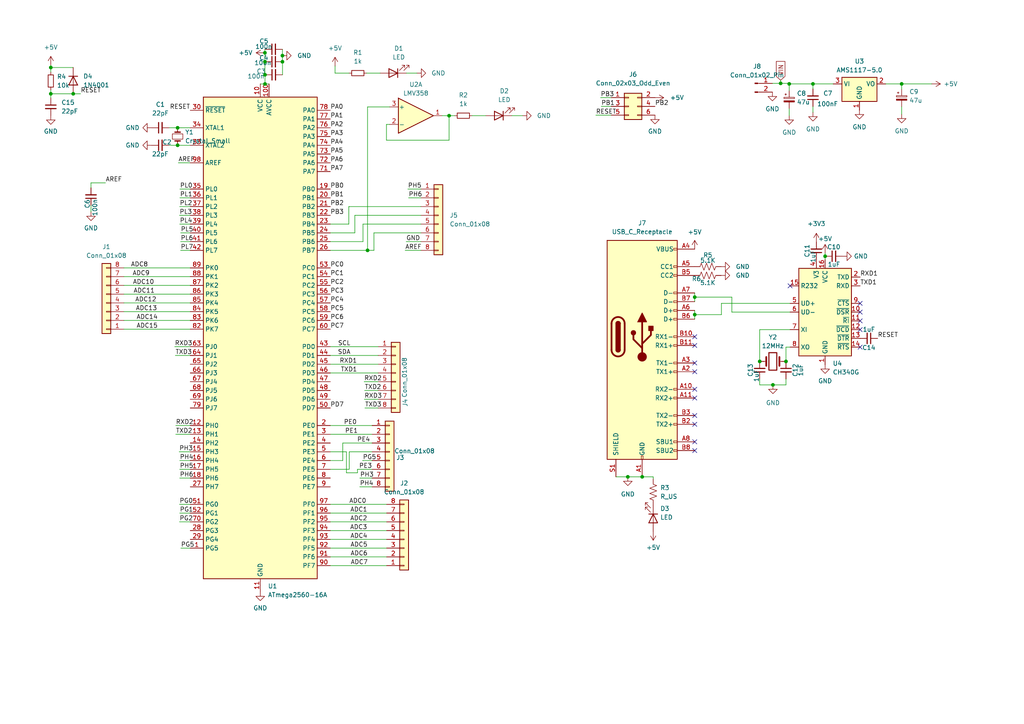
<source format=kicad_sch>
(kicad_sch (version 20230121) (generator eeschema)

  (uuid c3118d0e-c8c5-4c22-b7ea-a77fa1d489aa)

  (paper "A4")

  (lib_symbols
    (symbol "Amplifier_Operational:LMV358" (pin_names (offset 0.127)) (in_bom yes) (on_board yes)
      (property "Reference" "U" (at 0 5.08 0)
        (effects (font (size 1.27 1.27)) (justify left))
      )
      (property "Value" "LMV358" (at 0 -5.08 0)
        (effects (font (size 1.27 1.27)) (justify left))
      )
      (property "Footprint" "" (at 0 0 0)
        (effects (font (size 1.27 1.27)) hide)
      )
      (property "Datasheet" "http://www.ti.com/lit/ds/symlink/lmv324.pdf" (at 0 0 0)
        (effects (font (size 1.27 1.27)) hide)
      )
      (property "ki_locked" "" (at 0 0 0)
        (effects (font (size 1.27 1.27)))
      )
      (property "ki_keywords" "single opamp" (at 0 0 0)
        (effects (font (size 1.27 1.27)) hide)
      )
      (property "ki_description" "Dual Low-Voltage Rail-to-Rail Output Operational Amplifiers, SOIC-8/SSOP-8" (at 0 0 0)
        (effects (font (size 1.27 1.27)) hide)
      )
      (property "ki_fp_filters" "SOIC*3.9x4.9mm*P1.27mm* DIP*W7.62mm* TO*99* OnSemi*Micro8* TSSOP*3x3mm*P0.65mm* TSSOP*4.4x3mm*P0.65mm* MSOP*3x3mm*P0.65mm* SSOP*3.9x4.9mm*P0.635mm* LFCSP*2x2mm*P0.5mm* *SIP* SOIC*5.3x6.2mm*P1.27mm*" (at 0 0 0)
        (effects (font (size 1.27 1.27)) hide)
      )
      (symbol "LMV358_1_1"
        (polyline
          (pts
            (xy -5.08 5.08)
            (xy 5.08 0)
            (xy -5.08 -5.08)
            (xy -5.08 5.08)
          )
          (stroke (width 0.254) (type default))
          (fill (type background))
        )
        (pin output line (at 7.62 0 180) (length 2.54)
          (name "~" (effects (font (size 1.27 1.27))))
          (number "1" (effects (font (size 1.27 1.27))))
        )
        (pin input line (at -7.62 -2.54 0) (length 2.54)
          (name "-" (effects (font (size 1.27 1.27))))
          (number "2" (effects (font (size 1.27 1.27))))
        )
        (pin input line (at -7.62 2.54 0) (length 2.54)
          (name "+" (effects (font (size 1.27 1.27))))
          (number "3" (effects (font (size 1.27 1.27))))
        )
      )
      (symbol "LMV358_2_1"
        (polyline
          (pts
            (xy -5.08 5.08)
            (xy 5.08 0)
            (xy -5.08 -5.08)
            (xy -5.08 5.08)
          )
          (stroke (width 0.254) (type default))
          (fill (type background))
        )
        (pin input line (at -7.62 2.54 0) (length 2.54)
          (name "+" (effects (font (size 1.27 1.27))))
          (number "5" (effects (font (size 1.27 1.27))))
        )
        (pin input line (at -7.62 -2.54 0) (length 2.54)
          (name "-" (effects (font (size 1.27 1.27))))
          (number "6" (effects (font (size 1.27 1.27))))
        )
        (pin output line (at 7.62 0 180) (length 2.54)
          (name "~" (effects (font (size 1.27 1.27))))
          (number "7" (effects (font (size 1.27 1.27))))
        )
      )
      (symbol "LMV358_3_1"
        (pin power_in line (at -2.54 -7.62 90) (length 3.81)
          (name "V-" (effects (font (size 1.27 1.27))))
          (number "4" (effects (font (size 1.27 1.27))))
        )
        (pin power_in line (at -2.54 7.62 270) (length 3.81)
          (name "V+" (effects (font (size 1.27 1.27))))
          (number "8" (effects (font (size 1.27 1.27))))
        )
      )
    )
    (symbol "Connector:Conn_01x02_Pin" (pin_names (offset 1.016) hide) (in_bom yes) (on_board yes)
      (property "Reference" "J" (at 0 2.54 0)
        (effects (font (size 1.27 1.27)))
      )
      (property "Value" "Conn_01x02_Pin" (at 0 -5.08 0)
        (effects (font (size 1.27 1.27)))
      )
      (property "Footprint" "" (at 0 0 0)
        (effects (font (size 1.27 1.27)) hide)
      )
      (property "Datasheet" "~" (at 0 0 0)
        (effects (font (size 1.27 1.27)) hide)
      )
      (property "ki_locked" "" (at 0 0 0)
        (effects (font (size 1.27 1.27)))
      )
      (property "ki_keywords" "connector" (at 0 0 0)
        (effects (font (size 1.27 1.27)) hide)
      )
      (property "ki_description" "Generic connector, single row, 01x02, script generated" (at 0 0 0)
        (effects (font (size 1.27 1.27)) hide)
      )
      (property "ki_fp_filters" "Connector*:*_1x??_*" (at 0 0 0)
        (effects (font (size 1.27 1.27)) hide)
      )
      (symbol "Conn_01x02_Pin_1_1"
        (polyline
          (pts
            (xy 1.27 -2.54)
            (xy 0.8636 -2.54)
          )
          (stroke (width 0.1524) (type default))
          (fill (type none))
        )
        (polyline
          (pts
            (xy 1.27 0)
            (xy 0.8636 0)
          )
          (stroke (width 0.1524) (type default))
          (fill (type none))
        )
        (rectangle (start 0.8636 -2.413) (end 0 -2.667)
          (stroke (width 0.1524) (type default))
          (fill (type outline))
        )
        (rectangle (start 0.8636 0.127) (end 0 -0.127)
          (stroke (width 0.1524) (type default))
          (fill (type outline))
        )
        (pin passive line (at 5.08 0 180) (length 3.81)
          (name "Pin_1" (effects (font (size 1.27 1.27))))
          (number "1" (effects (font (size 1.27 1.27))))
        )
        (pin passive line (at 5.08 -2.54 180) (length 3.81)
          (name "Pin_2" (effects (font (size 1.27 1.27))))
          (number "2" (effects (font (size 1.27 1.27))))
        )
      )
    )
    (symbol "Connector:USB_C_Receptacle" (pin_names (offset 1.016)) (in_bom yes) (on_board yes)
      (property "Reference" "J" (at -10.16 29.21 0)
        (effects (font (size 1.27 1.27)) (justify left))
      )
      (property "Value" "USB_C_Receptacle" (at 10.16 29.21 0)
        (effects (font (size 1.27 1.27)) (justify right))
      )
      (property "Footprint" "" (at 3.81 0 0)
        (effects (font (size 1.27 1.27)) hide)
      )
      (property "Datasheet" "https://www.usb.org/sites/default/files/documents/usb_type-c.zip" (at 3.81 0 0)
        (effects (font (size 1.27 1.27)) hide)
      )
      (property "ki_keywords" "usb universal serial bus type-C full-featured" (at 0 0 0)
        (effects (font (size 1.27 1.27)) hide)
      )
      (property "ki_description" "USB Full-Featured Type-C Receptacle connector" (at 0 0 0)
        (effects (font (size 1.27 1.27)) hide)
      )
      (property "ki_fp_filters" "USB*C*Receptacle*" (at 0 0 0)
        (effects (font (size 1.27 1.27)) hide)
      )
      (symbol "USB_C_Receptacle_0_0"
        (rectangle (start -0.254 -35.56) (end 0.254 -34.544)
          (stroke (width 0) (type default))
          (fill (type none))
        )
        (rectangle (start 10.16 -32.766) (end 9.144 -33.274)
          (stroke (width 0) (type default))
          (fill (type none))
        )
        (rectangle (start 10.16 -30.226) (end 9.144 -30.734)
          (stroke (width 0) (type default))
          (fill (type none))
        )
        (rectangle (start 10.16 -25.146) (end 9.144 -25.654)
          (stroke (width 0) (type default))
          (fill (type none))
        )
        (rectangle (start 10.16 -22.606) (end 9.144 -23.114)
          (stroke (width 0) (type default))
          (fill (type none))
        )
        (rectangle (start 10.16 -17.526) (end 9.144 -18.034)
          (stroke (width 0) (type default))
          (fill (type none))
        )
        (rectangle (start 10.16 -14.986) (end 9.144 -15.494)
          (stroke (width 0) (type default))
          (fill (type none))
        )
        (rectangle (start 10.16 -9.906) (end 9.144 -10.414)
          (stroke (width 0) (type default))
          (fill (type none))
        )
        (rectangle (start 10.16 -7.366) (end 9.144 -7.874)
          (stroke (width 0) (type default))
          (fill (type none))
        )
        (rectangle (start 10.16 -2.286) (end 9.144 -2.794)
          (stroke (width 0) (type default))
          (fill (type none))
        )
        (rectangle (start 10.16 0.254) (end 9.144 -0.254)
          (stroke (width 0) (type default))
          (fill (type none))
        )
        (rectangle (start 10.16 5.334) (end 9.144 4.826)
          (stroke (width 0) (type default))
          (fill (type none))
        )
        (rectangle (start 10.16 7.874) (end 9.144 7.366)
          (stroke (width 0) (type default))
          (fill (type none))
        )
        (rectangle (start 10.16 10.414) (end 9.144 9.906)
          (stroke (width 0) (type default))
          (fill (type none))
        )
        (rectangle (start 10.16 12.954) (end 9.144 12.446)
          (stroke (width 0) (type default))
          (fill (type none))
        )
        (rectangle (start 10.16 18.034) (end 9.144 17.526)
          (stroke (width 0) (type default))
          (fill (type none))
        )
        (rectangle (start 10.16 20.574) (end 9.144 20.066)
          (stroke (width 0) (type default))
          (fill (type none))
        )
        (rectangle (start 10.16 25.654) (end 9.144 25.146)
          (stroke (width 0) (type default))
          (fill (type none))
        )
      )
      (symbol "USB_C_Receptacle_0_1"
        (rectangle (start -10.16 27.94) (end 10.16 -35.56)
          (stroke (width 0.254) (type default))
          (fill (type background))
        )
        (arc (start -8.89 -3.81) (mid -6.985 -5.7067) (end -5.08 -3.81)
          (stroke (width 0.508) (type default))
          (fill (type none))
        )
        (arc (start -7.62 -3.81) (mid -6.985 -4.4423) (end -6.35 -3.81)
          (stroke (width 0.254) (type default))
          (fill (type none))
        )
        (arc (start -7.62 -3.81) (mid -6.985 -4.4423) (end -6.35 -3.81)
          (stroke (width 0.254) (type default))
          (fill (type outline))
        )
        (rectangle (start -7.62 -3.81) (end -6.35 3.81)
          (stroke (width 0.254) (type default))
          (fill (type outline))
        )
        (arc (start -6.35 3.81) (mid -6.985 4.4423) (end -7.62 3.81)
          (stroke (width 0.254) (type default))
          (fill (type none))
        )
        (arc (start -6.35 3.81) (mid -6.985 4.4423) (end -7.62 3.81)
          (stroke (width 0.254) (type default))
          (fill (type outline))
        )
        (arc (start -5.08 3.81) (mid -6.985 5.7067) (end -8.89 3.81)
          (stroke (width 0.508) (type default))
          (fill (type none))
        )
        (polyline
          (pts
            (xy -8.89 -3.81)
            (xy -8.89 3.81)
          )
          (stroke (width 0.508) (type default))
          (fill (type none))
        )
        (polyline
          (pts
            (xy -5.08 3.81)
            (xy -5.08 -3.81)
          )
          (stroke (width 0.508) (type default))
          (fill (type none))
        )
      )
      (symbol "USB_C_Receptacle_1_1"
        (circle (center -2.54 1.143) (radius 0.635)
          (stroke (width 0.254) (type default))
          (fill (type outline))
        )
        (circle (center 0 -5.842) (radius 1.27)
          (stroke (width 0) (type default))
          (fill (type outline))
        )
        (polyline
          (pts
            (xy 0 -5.842)
            (xy 0 4.318)
          )
          (stroke (width 0.508) (type default))
          (fill (type none))
        )
        (polyline
          (pts
            (xy 0 -3.302)
            (xy -2.54 -0.762)
            (xy -2.54 0.508)
          )
          (stroke (width 0.508) (type default))
          (fill (type none))
        )
        (polyline
          (pts
            (xy 0 -2.032)
            (xy 2.54 0.508)
            (xy 2.54 1.778)
          )
          (stroke (width 0.508) (type default))
          (fill (type none))
        )
        (polyline
          (pts
            (xy -1.27 4.318)
            (xy 0 6.858)
            (xy 1.27 4.318)
            (xy -1.27 4.318)
          )
          (stroke (width 0.254) (type default))
          (fill (type outline))
        )
        (rectangle (start 1.905 1.778) (end 3.175 3.048)
          (stroke (width 0.254) (type default))
          (fill (type outline))
        )
        (pin passive line (at 0 -40.64 90) (length 5.08)
          (name "GND" (effects (font (size 1.27 1.27))))
          (number "A1" (effects (font (size 1.27 1.27))))
        )
        (pin bidirectional line (at 15.24 -15.24 180) (length 5.08)
          (name "RX2-" (effects (font (size 1.27 1.27))))
          (number "A10" (effects (font (size 1.27 1.27))))
        )
        (pin bidirectional line (at 15.24 -17.78 180) (length 5.08)
          (name "RX2+" (effects (font (size 1.27 1.27))))
          (number "A11" (effects (font (size 1.27 1.27))))
        )
        (pin passive line (at 0 -40.64 90) (length 5.08) hide
          (name "GND" (effects (font (size 1.27 1.27))))
          (number "A12" (effects (font (size 1.27 1.27))))
        )
        (pin bidirectional line (at 15.24 -10.16 180) (length 5.08)
          (name "TX1+" (effects (font (size 1.27 1.27))))
          (number "A2" (effects (font (size 1.27 1.27))))
        )
        (pin bidirectional line (at 15.24 -7.62 180) (length 5.08)
          (name "TX1-" (effects (font (size 1.27 1.27))))
          (number "A3" (effects (font (size 1.27 1.27))))
        )
        (pin passive line (at 15.24 25.4 180) (length 5.08)
          (name "VBUS" (effects (font (size 1.27 1.27))))
          (number "A4" (effects (font (size 1.27 1.27))))
        )
        (pin bidirectional line (at 15.24 20.32 180) (length 5.08)
          (name "CC1" (effects (font (size 1.27 1.27))))
          (number "A5" (effects (font (size 1.27 1.27))))
        )
        (pin bidirectional line (at 15.24 7.62 180) (length 5.08)
          (name "D+" (effects (font (size 1.27 1.27))))
          (number "A6" (effects (font (size 1.27 1.27))))
        )
        (pin bidirectional line (at 15.24 12.7 180) (length 5.08)
          (name "D-" (effects (font (size 1.27 1.27))))
          (number "A7" (effects (font (size 1.27 1.27))))
        )
        (pin bidirectional line (at 15.24 -30.48 180) (length 5.08)
          (name "SBU1" (effects (font (size 1.27 1.27))))
          (number "A8" (effects (font (size 1.27 1.27))))
        )
        (pin passive line (at 15.24 25.4 180) (length 5.08) hide
          (name "VBUS" (effects (font (size 1.27 1.27))))
          (number "A9" (effects (font (size 1.27 1.27))))
        )
        (pin passive line (at 0 -40.64 90) (length 5.08) hide
          (name "GND" (effects (font (size 1.27 1.27))))
          (number "B1" (effects (font (size 1.27 1.27))))
        )
        (pin bidirectional line (at 15.24 0 180) (length 5.08)
          (name "RX1-" (effects (font (size 1.27 1.27))))
          (number "B10" (effects (font (size 1.27 1.27))))
        )
        (pin bidirectional line (at 15.24 -2.54 180) (length 5.08)
          (name "RX1+" (effects (font (size 1.27 1.27))))
          (number "B11" (effects (font (size 1.27 1.27))))
        )
        (pin passive line (at 0 -40.64 90) (length 5.08) hide
          (name "GND" (effects (font (size 1.27 1.27))))
          (number "B12" (effects (font (size 1.27 1.27))))
        )
        (pin bidirectional line (at 15.24 -25.4 180) (length 5.08)
          (name "TX2+" (effects (font (size 1.27 1.27))))
          (number "B2" (effects (font (size 1.27 1.27))))
        )
        (pin bidirectional line (at 15.24 -22.86 180) (length 5.08)
          (name "TX2-" (effects (font (size 1.27 1.27))))
          (number "B3" (effects (font (size 1.27 1.27))))
        )
        (pin passive line (at 15.24 25.4 180) (length 5.08) hide
          (name "VBUS" (effects (font (size 1.27 1.27))))
          (number "B4" (effects (font (size 1.27 1.27))))
        )
        (pin bidirectional line (at 15.24 17.78 180) (length 5.08)
          (name "CC2" (effects (font (size 1.27 1.27))))
          (number "B5" (effects (font (size 1.27 1.27))))
        )
        (pin bidirectional line (at 15.24 5.08 180) (length 5.08)
          (name "D+" (effects (font (size 1.27 1.27))))
          (number "B6" (effects (font (size 1.27 1.27))))
        )
        (pin bidirectional line (at 15.24 10.16 180) (length 5.08)
          (name "D-" (effects (font (size 1.27 1.27))))
          (number "B7" (effects (font (size 1.27 1.27))))
        )
        (pin bidirectional line (at 15.24 -33.02 180) (length 5.08)
          (name "SBU2" (effects (font (size 1.27 1.27))))
          (number "B8" (effects (font (size 1.27 1.27))))
        )
        (pin passive line (at 15.24 25.4 180) (length 5.08) hide
          (name "VBUS" (effects (font (size 1.27 1.27))))
          (number "B9" (effects (font (size 1.27 1.27))))
        )
        (pin passive line (at -7.62 -40.64 90) (length 5.08)
          (name "SHIELD" (effects (font (size 1.27 1.27))))
          (number "S1" (effects (font (size 1.27 1.27))))
        )
      )
    )
    (symbol "Connector_Generic:Conn_01x08" (pin_names (offset 1.016) hide) (in_bom yes) (on_board yes)
      (property "Reference" "J" (at 0 10.16 0)
        (effects (font (size 1.27 1.27)))
      )
      (property "Value" "Conn_01x08" (at 0 -12.7 0)
        (effects (font (size 1.27 1.27)))
      )
      (property "Footprint" "" (at 0 0 0)
        (effects (font (size 1.27 1.27)) hide)
      )
      (property "Datasheet" "~" (at 0 0 0)
        (effects (font (size 1.27 1.27)) hide)
      )
      (property "ki_keywords" "connector" (at 0 0 0)
        (effects (font (size 1.27 1.27)) hide)
      )
      (property "ki_description" "Generic connector, single row, 01x08, script generated (kicad-library-utils/schlib/autogen/connector/)" (at 0 0 0)
        (effects (font (size 1.27 1.27)) hide)
      )
      (property "ki_fp_filters" "Connector*:*_1x??_*" (at 0 0 0)
        (effects (font (size 1.27 1.27)) hide)
      )
      (symbol "Conn_01x08_1_1"
        (rectangle (start -1.27 -10.033) (end 0 -10.287)
          (stroke (width 0.1524) (type default))
          (fill (type none))
        )
        (rectangle (start -1.27 -7.493) (end 0 -7.747)
          (stroke (width 0.1524) (type default))
          (fill (type none))
        )
        (rectangle (start -1.27 -4.953) (end 0 -5.207)
          (stroke (width 0.1524) (type default))
          (fill (type none))
        )
        (rectangle (start -1.27 -2.413) (end 0 -2.667)
          (stroke (width 0.1524) (type default))
          (fill (type none))
        )
        (rectangle (start -1.27 0.127) (end 0 -0.127)
          (stroke (width 0.1524) (type default))
          (fill (type none))
        )
        (rectangle (start -1.27 2.667) (end 0 2.413)
          (stroke (width 0.1524) (type default))
          (fill (type none))
        )
        (rectangle (start -1.27 5.207) (end 0 4.953)
          (stroke (width 0.1524) (type default))
          (fill (type none))
        )
        (rectangle (start -1.27 7.747) (end 0 7.493)
          (stroke (width 0.1524) (type default))
          (fill (type none))
        )
        (rectangle (start -1.27 8.89) (end 1.27 -11.43)
          (stroke (width 0.254) (type default))
          (fill (type background))
        )
        (pin passive line (at -5.08 7.62 0) (length 3.81)
          (name "Pin_1" (effects (font (size 1.27 1.27))))
          (number "1" (effects (font (size 1.27 1.27))))
        )
        (pin passive line (at -5.08 5.08 0) (length 3.81)
          (name "Pin_2" (effects (font (size 1.27 1.27))))
          (number "2" (effects (font (size 1.27 1.27))))
        )
        (pin passive line (at -5.08 2.54 0) (length 3.81)
          (name "Pin_3" (effects (font (size 1.27 1.27))))
          (number "3" (effects (font (size 1.27 1.27))))
        )
        (pin passive line (at -5.08 0 0) (length 3.81)
          (name "Pin_4" (effects (font (size 1.27 1.27))))
          (number "4" (effects (font (size 1.27 1.27))))
        )
        (pin passive line (at -5.08 -2.54 0) (length 3.81)
          (name "Pin_5" (effects (font (size 1.27 1.27))))
          (number "5" (effects (font (size 1.27 1.27))))
        )
        (pin passive line (at -5.08 -5.08 0) (length 3.81)
          (name "Pin_6" (effects (font (size 1.27 1.27))))
          (number "6" (effects (font (size 1.27 1.27))))
        )
        (pin passive line (at -5.08 -7.62 0) (length 3.81)
          (name "Pin_7" (effects (font (size 1.27 1.27))))
          (number "7" (effects (font (size 1.27 1.27))))
        )
        (pin passive line (at -5.08 -10.16 0) (length 3.81)
          (name "Pin_8" (effects (font (size 1.27 1.27))))
          (number "8" (effects (font (size 1.27 1.27))))
        )
      )
    )
    (symbol "Connector_Generic:Conn_02x03_Odd_Even" (pin_names (offset 1.016) hide) (in_bom yes) (on_board yes)
      (property "Reference" "J" (at 1.27 5.08 0)
        (effects (font (size 1.27 1.27)))
      )
      (property "Value" "Conn_02x03_Odd_Even" (at 1.27 -5.08 0)
        (effects (font (size 1.27 1.27)))
      )
      (property "Footprint" "" (at 0 0 0)
        (effects (font (size 1.27 1.27)) hide)
      )
      (property "Datasheet" "~" (at 0 0 0)
        (effects (font (size 1.27 1.27)) hide)
      )
      (property "ki_keywords" "connector" (at 0 0 0)
        (effects (font (size 1.27 1.27)) hide)
      )
      (property "ki_description" "Generic connector, double row, 02x03, odd/even pin numbering scheme (row 1 odd numbers, row 2 even numbers), script generated (kicad-library-utils/schlib/autogen/connector/)" (at 0 0 0)
        (effects (font (size 1.27 1.27)) hide)
      )
      (property "ki_fp_filters" "Connector*:*_2x??_*" (at 0 0 0)
        (effects (font (size 1.27 1.27)) hide)
      )
      (symbol "Conn_02x03_Odd_Even_1_1"
        (rectangle (start -1.27 -2.413) (end 0 -2.667)
          (stroke (width 0.1524) (type default))
          (fill (type none))
        )
        (rectangle (start -1.27 0.127) (end 0 -0.127)
          (stroke (width 0.1524) (type default))
          (fill (type none))
        )
        (rectangle (start -1.27 2.667) (end 0 2.413)
          (stroke (width 0.1524) (type default))
          (fill (type none))
        )
        (rectangle (start -1.27 3.81) (end 3.81 -3.81)
          (stroke (width 0.254) (type default))
          (fill (type background))
        )
        (rectangle (start 3.81 -2.413) (end 2.54 -2.667)
          (stroke (width 0.1524) (type default))
          (fill (type none))
        )
        (rectangle (start 3.81 0.127) (end 2.54 -0.127)
          (stroke (width 0.1524) (type default))
          (fill (type none))
        )
        (rectangle (start 3.81 2.667) (end 2.54 2.413)
          (stroke (width 0.1524) (type default))
          (fill (type none))
        )
        (pin passive line (at -5.08 2.54 0) (length 3.81)
          (name "Pin_1" (effects (font (size 1.27 1.27))))
          (number "1" (effects (font (size 1.27 1.27))))
        )
        (pin passive line (at 7.62 2.54 180) (length 3.81)
          (name "Pin_2" (effects (font (size 1.27 1.27))))
          (number "2" (effects (font (size 1.27 1.27))))
        )
        (pin passive line (at -5.08 0 0) (length 3.81)
          (name "Pin_3" (effects (font (size 1.27 1.27))))
          (number "3" (effects (font (size 1.27 1.27))))
        )
        (pin passive line (at 7.62 0 180) (length 3.81)
          (name "Pin_4" (effects (font (size 1.27 1.27))))
          (number "4" (effects (font (size 1.27 1.27))))
        )
        (pin passive line (at -5.08 -2.54 0) (length 3.81)
          (name "Pin_5" (effects (font (size 1.27 1.27))))
          (number "5" (effects (font (size 1.27 1.27))))
        )
        (pin passive line (at 7.62 -2.54 180) (length 3.81)
          (name "Pin_6" (effects (font (size 1.27 1.27))))
          (number "6" (effects (font (size 1.27 1.27))))
        )
      )
    )
    (symbol "Device:C_Polarized_Small" (pin_numbers hide) (pin_names (offset 0.254) hide) (in_bom yes) (on_board yes)
      (property "Reference" "C" (at 0.254 1.778 0)
        (effects (font (size 1.27 1.27)) (justify left))
      )
      (property "Value" "C_Polarized_Small" (at 0.254 -2.032 0)
        (effects (font (size 1.27 1.27)) (justify left))
      )
      (property "Footprint" "" (at 0 0 0)
        (effects (font (size 1.27 1.27)) hide)
      )
      (property "Datasheet" "~" (at 0 0 0)
        (effects (font (size 1.27 1.27)) hide)
      )
      (property "ki_keywords" "cap capacitor" (at 0 0 0)
        (effects (font (size 1.27 1.27)) hide)
      )
      (property "ki_description" "Polarized capacitor, small symbol" (at 0 0 0)
        (effects (font (size 1.27 1.27)) hide)
      )
      (property "ki_fp_filters" "CP_*" (at 0 0 0)
        (effects (font (size 1.27 1.27)) hide)
      )
      (symbol "C_Polarized_Small_0_1"
        (rectangle (start -1.524 -0.3048) (end 1.524 -0.6858)
          (stroke (width 0) (type default))
          (fill (type outline))
        )
        (rectangle (start -1.524 0.6858) (end 1.524 0.3048)
          (stroke (width 0) (type default))
          (fill (type none))
        )
        (polyline
          (pts
            (xy -1.27 1.524)
            (xy -0.762 1.524)
          )
          (stroke (width 0) (type default))
          (fill (type none))
        )
        (polyline
          (pts
            (xy -1.016 1.27)
            (xy -1.016 1.778)
          )
          (stroke (width 0) (type default))
          (fill (type none))
        )
      )
      (symbol "C_Polarized_Small_1_1"
        (pin passive line (at 0 2.54 270) (length 1.8542)
          (name "~" (effects (font (size 1.27 1.27))))
          (number "1" (effects (font (size 1.27 1.27))))
        )
        (pin passive line (at 0 -2.54 90) (length 1.8542)
          (name "~" (effects (font (size 1.27 1.27))))
          (number "2" (effects (font (size 1.27 1.27))))
        )
      )
    )
    (symbol "Device:C_Small" (pin_numbers hide) (pin_names (offset 0.254) hide) (in_bom yes) (on_board yes)
      (property "Reference" "C" (at 0.254 1.778 0)
        (effects (font (size 1.27 1.27)) (justify left))
      )
      (property "Value" "C_Small" (at 0.254 -2.032 0)
        (effects (font (size 1.27 1.27)) (justify left))
      )
      (property "Footprint" "" (at 0 0 0)
        (effects (font (size 1.27 1.27)) hide)
      )
      (property "Datasheet" "~" (at 0 0 0)
        (effects (font (size 1.27 1.27)) hide)
      )
      (property "ki_keywords" "capacitor cap" (at 0 0 0)
        (effects (font (size 1.27 1.27)) hide)
      )
      (property "ki_description" "Unpolarized capacitor, small symbol" (at 0 0 0)
        (effects (font (size 1.27 1.27)) hide)
      )
      (property "ki_fp_filters" "C_*" (at 0 0 0)
        (effects (font (size 1.27 1.27)) hide)
      )
      (symbol "C_Small_0_1"
        (polyline
          (pts
            (xy -1.524 -0.508)
            (xy 1.524 -0.508)
          )
          (stroke (width 0.3302) (type default))
          (fill (type none))
        )
        (polyline
          (pts
            (xy -1.524 0.508)
            (xy 1.524 0.508)
          )
          (stroke (width 0.3048) (type default))
          (fill (type none))
        )
      )
      (symbol "C_Small_1_1"
        (pin passive line (at 0 2.54 270) (length 2.032)
          (name "~" (effects (font (size 1.27 1.27))))
          (number "1" (effects (font (size 1.27 1.27))))
        )
        (pin passive line (at 0 -2.54 90) (length 2.032)
          (name "~" (effects (font (size 1.27 1.27))))
          (number "2" (effects (font (size 1.27 1.27))))
        )
      )
    )
    (symbol "Device:Crystal" (pin_numbers hide) (pin_names (offset 1.016) hide) (in_bom yes) (on_board yes)
      (property "Reference" "Y" (at 0 3.81 0)
        (effects (font (size 1.27 1.27)))
      )
      (property "Value" "Crystal" (at 0 -3.81 0)
        (effects (font (size 1.27 1.27)))
      )
      (property "Footprint" "" (at 0 0 0)
        (effects (font (size 1.27 1.27)) hide)
      )
      (property "Datasheet" "~" (at 0 0 0)
        (effects (font (size 1.27 1.27)) hide)
      )
      (property "ki_keywords" "quartz ceramic resonator oscillator" (at 0 0 0)
        (effects (font (size 1.27 1.27)) hide)
      )
      (property "ki_description" "Two pin crystal" (at 0 0 0)
        (effects (font (size 1.27 1.27)) hide)
      )
      (property "ki_fp_filters" "Crystal*" (at 0 0 0)
        (effects (font (size 1.27 1.27)) hide)
      )
      (symbol "Crystal_0_1"
        (rectangle (start -1.143 2.54) (end 1.143 -2.54)
          (stroke (width 0.3048) (type default))
          (fill (type none))
        )
        (polyline
          (pts
            (xy -2.54 0)
            (xy -1.905 0)
          )
          (stroke (width 0) (type default))
          (fill (type none))
        )
        (polyline
          (pts
            (xy -1.905 -1.27)
            (xy -1.905 1.27)
          )
          (stroke (width 0.508) (type default))
          (fill (type none))
        )
        (polyline
          (pts
            (xy 1.905 -1.27)
            (xy 1.905 1.27)
          )
          (stroke (width 0.508) (type default))
          (fill (type none))
        )
        (polyline
          (pts
            (xy 2.54 0)
            (xy 1.905 0)
          )
          (stroke (width 0) (type default))
          (fill (type none))
        )
      )
      (symbol "Crystal_1_1"
        (pin passive line (at -3.81 0 0) (length 1.27)
          (name "1" (effects (font (size 1.27 1.27))))
          (number "1" (effects (font (size 1.27 1.27))))
        )
        (pin passive line (at 3.81 0 180) (length 1.27)
          (name "2" (effects (font (size 1.27 1.27))))
          (number "2" (effects (font (size 1.27 1.27))))
        )
      )
    )
    (symbol "Device:Crystal_Small" (pin_numbers hide) (pin_names (offset 1.016) hide) (in_bom yes) (on_board yes)
      (property "Reference" "Y" (at 0 2.54 0)
        (effects (font (size 1.27 1.27)))
      )
      (property "Value" "Crystal_Small" (at 0 -2.54 0)
        (effects (font (size 1.27 1.27)))
      )
      (property "Footprint" "" (at 0 0 0)
        (effects (font (size 1.27 1.27)) hide)
      )
      (property "Datasheet" "~" (at 0 0 0)
        (effects (font (size 1.27 1.27)) hide)
      )
      (property "ki_keywords" "quartz ceramic resonator oscillator" (at 0 0 0)
        (effects (font (size 1.27 1.27)) hide)
      )
      (property "ki_description" "Two pin crystal, small symbol" (at 0 0 0)
        (effects (font (size 1.27 1.27)) hide)
      )
      (property "ki_fp_filters" "Crystal*" (at 0 0 0)
        (effects (font (size 1.27 1.27)) hide)
      )
      (symbol "Crystal_Small_0_1"
        (rectangle (start -0.762 -1.524) (end 0.762 1.524)
          (stroke (width 0) (type default))
          (fill (type none))
        )
        (polyline
          (pts
            (xy -1.27 -0.762)
            (xy -1.27 0.762)
          )
          (stroke (width 0.381) (type default))
          (fill (type none))
        )
        (polyline
          (pts
            (xy 1.27 -0.762)
            (xy 1.27 0.762)
          )
          (stroke (width 0.381) (type default))
          (fill (type none))
        )
      )
      (symbol "Crystal_Small_1_1"
        (pin passive line (at -2.54 0 0) (length 1.27)
          (name "1" (effects (font (size 1.27 1.27))))
          (number "1" (effects (font (size 1.27 1.27))))
        )
        (pin passive line (at 2.54 0 180) (length 1.27)
          (name "2" (effects (font (size 1.27 1.27))))
          (number "2" (effects (font (size 1.27 1.27))))
        )
      )
    )
    (symbol "Device:LED" (pin_numbers hide) (pin_names (offset 1.016) hide) (in_bom yes) (on_board yes)
      (property "Reference" "D" (at 0 2.54 0)
        (effects (font (size 1.27 1.27)))
      )
      (property "Value" "LED" (at 0 -2.54 0)
        (effects (font (size 1.27 1.27)))
      )
      (property "Footprint" "" (at 0 0 0)
        (effects (font (size 1.27 1.27)) hide)
      )
      (property "Datasheet" "~" (at 0 0 0)
        (effects (font (size 1.27 1.27)) hide)
      )
      (property "ki_keywords" "LED diode" (at 0 0 0)
        (effects (font (size 1.27 1.27)) hide)
      )
      (property "ki_description" "Light emitting diode" (at 0 0 0)
        (effects (font (size 1.27 1.27)) hide)
      )
      (property "ki_fp_filters" "LED* LED_SMD:* LED_THT:*" (at 0 0 0)
        (effects (font (size 1.27 1.27)) hide)
      )
      (symbol "LED_0_1"
        (polyline
          (pts
            (xy -1.27 -1.27)
            (xy -1.27 1.27)
          )
          (stroke (width 0.254) (type default))
          (fill (type none))
        )
        (polyline
          (pts
            (xy -1.27 0)
            (xy 1.27 0)
          )
          (stroke (width 0) (type default))
          (fill (type none))
        )
        (polyline
          (pts
            (xy 1.27 -1.27)
            (xy 1.27 1.27)
            (xy -1.27 0)
            (xy 1.27 -1.27)
          )
          (stroke (width 0.254) (type default))
          (fill (type none))
        )
        (polyline
          (pts
            (xy -3.048 -0.762)
            (xy -4.572 -2.286)
            (xy -3.81 -2.286)
            (xy -4.572 -2.286)
            (xy -4.572 -1.524)
          )
          (stroke (width 0) (type default))
          (fill (type none))
        )
        (polyline
          (pts
            (xy -1.778 -0.762)
            (xy -3.302 -2.286)
            (xy -2.54 -2.286)
            (xy -3.302 -2.286)
            (xy -3.302 -1.524)
          )
          (stroke (width 0) (type default))
          (fill (type none))
        )
      )
      (symbol "LED_1_1"
        (pin passive line (at -3.81 0 0) (length 2.54)
          (name "K" (effects (font (size 1.27 1.27))))
          (number "1" (effects (font (size 1.27 1.27))))
        )
        (pin passive line (at 3.81 0 180) (length 2.54)
          (name "A" (effects (font (size 1.27 1.27))))
          (number "2" (effects (font (size 1.27 1.27))))
        )
      )
    )
    (symbol "Device:R_Small" (pin_numbers hide) (pin_names (offset 0.254) hide) (in_bom yes) (on_board yes)
      (property "Reference" "R" (at 0.762 0.508 0)
        (effects (font (size 1.27 1.27)) (justify left))
      )
      (property "Value" "R_Small" (at 0.762 -1.016 0)
        (effects (font (size 1.27 1.27)) (justify left))
      )
      (property "Footprint" "" (at 0 0 0)
        (effects (font (size 1.27 1.27)) hide)
      )
      (property "Datasheet" "~" (at 0 0 0)
        (effects (font (size 1.27 1.27)) hide)
      )
      (property "ki_keywords" "R resistor" (at 0 0 0)
        (effects (font (size 1.27 1.27)) hide)
      )
      (property "ki_description" "Resistor, small symbol" (at 0 0 0)
        (effects (font (size 1.27 1.27)) hide)
      )
      (property "ki_fp_filters" "R_*" (at 0 0 0)
        (effects (font (size 1.27 1.27)) hide)
      )
      (symbol "R_Small_0_1"
        (rectangle (start -0.762 1.778) (end 0.762 -1.778)
          (stroke (width 0.2032) (type default))
          (fill (type none))
        )
      )
      (symbol "R_Small_1_1"
        (pin passive line (at 0 2.54 270) (length 0.762)
          (name "~" (effects (font (size 1.27 1.27))))
          (number "1" (effects (font (size 1.27 1.27))))
        )
        (pin passive line (at 0 -2.54 90) (length 0.762)
          (name "~" (effects (font (size 1.27 1.27))))
          (number "2" (effects (font (size 1.27 1.27))))
        )
      )
    )
    (symbol "Device:R_US" (pin_numbers hide) (pin_names (offset 0)) (in_bom yes) (on_board yes)
      (property "Reference" "R" (at 2.54 0 90)
        (effects (font (size 1.27 1.27)))
      )
      (property "Value" "R_US" (at -2.54 0 90)
        (effects (font (size 1.27 1.27)))
      )
      (property "Footprint" "" (at 1.016 -0.254 90)
        (effects (font (size 1.27 1.27)) hide)
      )
      (property "Datasheet" "~" (at 0 0 0)
        (effects (font (size 1.27 1.27)) hide)
      )
      (property "ki_keywords" "R res resistor" (at 0 0 0)
        (effects (font (size 1.27 1.27)) hide)
      )
      (property "ki_description" "Resistor, US symbol" (at 0 0 0)
        (effects (font (size 1.27 1.27)) hide)
      )
      (property "ki_fp_filters" "R_*" (at 0 0 0)
        (effects (font (size 1.27 1.27)) hide)
      )
      (symbol "R_US_0_1"
        (polyline
          (pts
            (xy 0 -2.286)
            (xy 0 -2.54)
          )
          (stroke (width 0) (type default))
          (fill (type none))
        )
        (polyline
          (pts
            (xy 0 2.286)
            (xy 0 2.54)
          )
          (stroke (width 0) (type default))
          (fill (type none))
        )
        (polyline
          (pts
            (xy 0 -0.762)
            (xy 1.016 -1.143)
            (xy 0 -1.524)
            (xy -1.016 -1.905)
            (xy 0 -2.286)
          )
          (stroke (width 0) (type default))
          (fill (type none))
        )
        (polyline
          (pts
            (xy 0 0.762)
            (xy 1.016 0.381)
            (xy 0 0)
            (xy -1.016 -0.381)
            (xy 0 -0.762)
          )
          (stroke (width 0) (type default))
          (fill (type none))
        )
        (polyline
          (pts
            (xy 0 2.286)
            (xy 1.016 1.905)
            (xy 0 1.524)
            (xy -1.016 1.143)
            (xy 0 0.762)
          )
          (stroke (width 0) (type default))
          (fill (type none))
        )
      )
      (symbol "R_US_1_1"
        (pin passive line (at 0 3.81 270) (length 1.27)
          (name "~" (effects (font (size 1.27 1.27))))
          (number "1" (effects (font (size 1.27 1.27))))
        )
        (pin passive line (at 0 -3.81 90) (length 1.27)
          (name "~" (effects (font (size 1.27 1.27))))
          (number "2" (effects (font (size 1.27 1.27))))
        )
      )
    )
    (symbol "Diode:1N4001" (pin_numbers hide) (pin_names hide) (in_bom yes) (on_board yes)
      (property "Reference" "D" (at 0 2.54 0)
        (effects (font (size 1.27 1.27)))
      )
      (property "Value" "1N4001" (at 0 -2.54 0)
        (effects (font (size 1.27 1.27)))
      )
      (property "Footprint" "Diode_THT:D_DO-41_SOD81_P10.16mm_Horizontal" (at 0 0 0)
        (effects (font (size 1.27 1.27)) hide)
      )
      (property "Datasheet" "http://www.vishay.com/docs/88503/1n4001.pdf" (at 0 0 0)
        (effects (font (size 1.27 1.27)) hide)
      )
      (property "Sim.Device" "D" (at 0 0 0)
        (effects (font (size 1.27 1.27)) hide)
      )
      (property "Sim.Pins" "1=K 2=A" (at 0 0 0)
        (effects (font (size 1.27 1.27)) hide)
      )
      (property "ki_keywords" "diode" (at 0 0 0)
        (effects (font (size 1.27 1.27)) hide)
      )
      (property "ki_description" "50V 1A General Purpose Rectifier Diode, DO-41" (at 0 0 0)
        (effects (font (size 1.27 1.27)) hide)
      )
      (property "ki_fp_filters" "D*DO?41*" (at 0 0 0)
        (effects (font (size 1.27 1.27)) hide)
      )
      (symbol "1N4001_0_1"
        (polyline
          (pts
            (xy -1.27 1.27)
            (xy -1.27 -1.27)
          )
          (stroke (width 0.254) (type default))
          (fill (type none))
        )
        (polyline
          (pts
            (xy 1.27 0)
            (xy -1.27 0)
          )
          (stroke (width 0) (type default))
          (fill (type none))
        )
        (polyline
          (pts
            (xy 1.27 1.27)
            (xy 1.27 -1.27)
            (xy -1.27 0)
            (xy 1.27 1.27)
          )
          (stroke (width 0.254) (type default))
          (fill (type none))
        )
      )
      (symbol "1N4001_1_1"
        (pin passive line (at -3.81 0 0) (length 2.54)
          (name "K" (effects (font (size 1.27 1.27))))
          (number "1" (effects (font (size 1.27 1.27))))
        )
        (pin passive line (at 3.81 0 180) (length 2.54)
          (name "A" (effects (font (size 1.27 1.27))))
          (number "2" (effects (font (size 1.27 1.27))))
        )
      )
    )
    (symbol "Interface_USB:CH340G" (in_bom yes) (on_board yes)
      (property "Reference" "U" (at -5.08 13.97 0)
        (effects (font (size 1.27 1.27)) (justify right))
      )
      (property "Value" "CH340G" (at 1.27 13.97 0)
        (effects (font (size 1.27 1.27)) (justify left))
      )
      (property "Footprint" "Package_SO:SOIC-16_3.9x9.9mm_P1.27mm" (at 1.27 -13.97 0)
        (effects (font (size 1.27 1.27)) (justify left) hide)
      )
      (property "Datasheet" "http://www.datasheet5.com/pdf-local-2195953" (at -8.89 20.32 0)
        (effects (font (size 1.27 1.27)) hide)
      )
      (property "ki_keywords" "USB UART Serial Converter Interface" (at 0 0 0)
        (effects (font (size 1.27 1.27)) hide)
      )
      (property "ki_description" "USB serial converter, UART, SOIC-16" (at 0 0 0)
        (effects (font (size 1.27 1.27)) hide)
      )
      (property "ki_fp_filters" "SOIC*3.9x9.9mm*P1.27mm*" (at 0 0 0)
        (effects (font (size 1.27 1.27)) hide)
      )
      (symbol "CH340G_0_1"
        (rectangle (start -7.62 12.7) (end 7.62 -12.7)
          (stroke (width 0.254) (type default))
          (fill (type background))
        )
      )
      (symbol "CH340G_1_1"
        (pin power_in line (at 0 -15.24 90) (length 2.54)
          (name "GND" (effects (font (size 1.27 1.27))))
          (number "1" (effects (font (size 1.27 1.27))))
        )
        (pin input line (at 10.16 0 180) (length 2.54)
          (name "~{DSR}" (effects (font (size 1.27 1.27))))
          (number "10" (effects (font (size 1.27 1.27))))
        )
        (pin input line (at 10.16 -2.54 180) (length 2.54)
          (name "~{RI}" (effects (font (size 1.27 1.27))))
          (number "11" (effects (font (size 1.27 1.27))))
        )
        (pin input line (at 10.16 -5.08 180) (length 2.54)
          (name "~{DCD}" (effects (font (size 1.27 1.27))))
          (number "12" (effects (font (size 1.27 1.27))))
        )
        (pin output line (at 10.16 -7.62 180) (length 2.54)
          (name "~{DTR}" (effects (font (size 1.27 1.27))))
          (number "13" (effects (font (size 1.27 1.27))))
        )
        (pin output line (at 10.16 -10.16 180) (length 2.54)
          (name "~{RTS}" (effects (font (size 1.27 1.27))))
          (number "14" (effects (font (size 1.27 1.27))))
        )
        (pin input line (at -10.16 7.62 0) (length 2.54)
          (name "R232" (effects (font (size 1.27 1.27))))
          (number "15" (effects (font (size 1.27 1.27))))
        )
        (pin power_in line (at 0 15.24 270) (length 2.54)
          (name "VCC" (effects (font (size 1.27 1.27))))
          (number "16" (effects (font (size 1.27 1.27))))
        )
        (pin output line (at 10.16 10.16 180) (length 2.54)
          (name "TXD" (effects (font (size 1.27 1.27))))
          (number "2" (effects (font (size 1.27 1.27))))
        )
        (pin input line (at 10.16 7.62 180) (length 2.54)
          (name "RXD" (effects (font (size 1.27 1.27))))
          (number "3" (effects (font (size 1.27 1.27))))
        )
        (pin passive line (at -2.54 15.24 270) (length 2.54)
          (name "V3" (effects (font (size 1.27 1.27))))
          (number "4" (effects (font (size 1.27 1.27))))
        )
        (pin bidirectional line (at -10.16 2.54 0) (length 2.54)
          (name "UD+" (effects (font (size 1.27 1.27))))
          (number "5" (effects (font (size 1.27 1.27))))
        )
        (pin bidirectional line (at -10.16 0 0) (length 2.54)
          (name "UD-" (effects (font (size 1.27 1.27))))
          (number "6" (effects (font (size 1.27 1.27))))
        )
        (pin input line (at -10.16 -5.08 0) (length 2.54)
          (name "XI" (effects (font (size 1.27 1.27))))
          (number "7" (effects (font (size 1.27 1.27))))
        )
        (pin output line (at -10.16 -10.16 0) (length 2.54)
          (name "XO" (effects (font (size 1.27 1.27))))
          (number "8" (effects (font (size 1.27 1.27))))
        )
        (pin input line (at 10.16 2.54 180) (length 2.54)
          (name "~{CTS}" (effects (font (size 1.27 1.27))))
          (number "9" (effects (font (size 1.27 1.27))))
        )
      )
    )
    (symbol "MCU_Microchip_ATmega:ATmega2560-16A" (in_bom yes) (on_board yes)
      (property "Reference" "U" (at 0 1.27 0)
        (effects (font (size 1.27 1.27)) (justify bottom))
      )
      (property "Value" "ATmega2560-16A" (at 0 -1.27 0)
        (effects (font (size 1.27 1.27)) (justify top))
      )
      (property "Footprint" "Package_QFP:TQFP-100_14x14mm_P0.5mm" (at 0 0 0)
        (effects (font (size 1.27 1.27) italic) hide)
      )
      (property "Datasheet" "http://ww1.microchip.com/downloads/en/DeviceDoc/Atmel-2549-8-bit-AVR-Microcontroller-ATmega640-1280-1281-2560-2561_datasheet.pdf" (at 0 0 0)
        (effects (font (size 1.27 1.27)) hide)
      )
      (property "ki_keywords" "AVR 8bit Microcontroller MegaAVR" (at 0 0 0)
        (effects (font (size 1.27 1.27)) hide)
      )
      (property "ki_description" "16MHz, 256kB Flash, 8kB SRAM, 4kB EEPROM, JTAG, TQFP-100" (at 0 0 0)
        (effects (font (size 1.27 1.27)) hide)
      )
      (property "ki_fp_filters" "TQFP*14x14mm*P0.5mm*" (at 0 0 0)
        (effects (font (size 1.27 1.27)) hide)
      )
      (symbol "ATmega2560-16A_0_1"
        (rectangle (start -16.51 -69.85) (end 16.51 69.85)
          (stroke (width 0.254) (type default))
          (fill (type background))
        )
      )
      (symbol "ATmega2560-16A_1_1"
        (pin bidirectional line (at -20.32 -60.96 0) (length 3.81)
          (name "PG5" (effects (font (size 1.27 1.27))))
          (number "1" (effects (font (size 1.27 1.27))))
        )
        (pin power_in line (at 0 73.66 270) (length 3.81)
          (name "VCC" (effects (font (size 1.27 1.27))))
          (number "10" (effects (font (size 1.27 1.27))))
        )
        (pin power_in line (at 2.54 73.66 270) (length 3.81)
          (name "AVCC" (effects (font (size 1.27 1.27))))
          (number "100" (effects (font (size 1.27 1.27))))
        )
        (pin power_in line (at 0 -73.66 90) (length 3.81)
          (name "GND" (effects (font (size 1.27 1.27))))
          (number "11" (effects (font (size 1.27 1.27))))
        )
        (pin bidirectional line (at -20.32 -25.4 0) (length 3.81)
          (name "PH0" (effects (font (size 1.27 1.27))))
          (number "12" (effects (font (size 1.27 1.27))))
        )
        (pin bidirectional line (at -20.32 -27.94 0) (length 3.81)
          (name "PH1" (effects (font (size 1.27 1.27))))
          (number "13" (effects (font (size 1.27 1.27))))
        )
        (pin bidirectional line (at -20.32 -30.48 0) (length 3.81)
          (name "PH2" (effects (font (size 1.27 1.27))))
          (number "14" (effects (font (size 1.27 1.27))))
        )
        (pin bidirectional line (at -20.32 -33.02 0) (length 3.81)
          (name "PH3" (effects (font (size 1.27 1.27))))
          (number "15" (effects (font (size 1.27 1.27))))
        )
        (pin bidirectional line (at -20.32 -35.56 0) (length 3.81)
          (name "PH4" (effects (font (size 1.27 1.27))))
          (number "16" (effects (font (size 1.27 1.27))))
        )
        (pin bidirectional line (at -20.32 -38.1 0) (length 3.81)
          (name "PH5" (effects (font (size 1.27 1.27))))
          (number "17" (effects (font (size 1.27 1.27))))
        )
        (pin bidirectional line (at -20.32 -40.64 0) (length 3.81)
          (name "PH6" (effects (font (size 1.27 1.27))))
          (number "18" (effects (font (size 1.27 1.27))))
        )
        (pin bidirectional line (at 20.32 43.18 180) (length 3.81)
          (name "PB0" (effects (font (size 1.27 1.27))))
          (number "19" (effects (font (size 1.27 1.27))))
        )
        (pin bidirectional line (at 20.32 -25.4 180) (length 3.81)
          (name "PE0" (effects (font (size 1.27 1.27))))
          (number "2" (effects (font (size 1.27 1.27))))
        )
        (pin bidirectional line (at 20.32 40.64 180) (length 3.81)
          (name "PB1" (effects (font (size 1.27 1.27))))
          (number "20" (effects (font (size 1.27 1.27))))
        )
        (pin bidirectional line (at 20.32 38.1 180) (length 3.81)
          (name "PB2" (effects (font (size 1.27 1.27))))
          (number "21" (effects (font (size 1.27 1.27))))
        )
        (pin bidirectional line (at 20.32 35.56 180) (length 3.81)
          (name "PB3" (effects (font (size 1.27 1.27))))
          (number "22" (effects (font (size 1.27 1.27))))
        )
        (pin bidirectional line (at 20.32 33.02 180) (length 3.81)
          (name "PB4" (effects (font (size 1.27 1.27))))
          (number "23" (effects (font (size 1.27 1.27))))
        )
        (pin bidirectional line (at 20.32 30.48 180) (length 3.81)
          (name "PB5" (effects (font (size 1.27 1.27))))
          (number "24" (effects (font (size 1.27 1.27))))
        )
        (pin bidirectional line (at 20.32 27.94 180) (length 3.81)
          (name "PB6" (effects (font (size 1.27 1.27))))
          (number "25" (effects (font (size 1.27 1.27))))
        )
        (pin bidirectional line (at 20.32 25.4 180) (length 3.81)
          (name "PB7" (effects (font (size 1.27 1.27))))
          (number "26" (effects (font (size 1.27 1.27))))
        )
        (pin bidirectional line (at -20.32 -43.18 0) (length 3.81)
          (name "PH7" (effects (font (size 1.27 1.27))))
          (number "27" (effects (font (size 1.27 1.27))))
        )
        (pin bidirectional line (at -20.32 -55.88 0) (length 3.81)
          (name "PG3" (effects (font (size 1.27 1.27))))
          (number "28" (effects (font (size 1.27 1.27))))
        )
        (pin bidirectional line (at -20.32 -58.42 0) (length 3.81)
          (name "PG4" (effects (font (size 1.27 1.27))))
          (number "29" (effects (font (size 1.27 1.27))))
        )
        (pin bidirectional line (at 20.32 -27.94 180) (length 3.81)
          (name "PE1" (effects (font (size 1.27 1.27))))
          (number "3" (effects (font (size 1.27 1.27))))
        )
        (pin input line (at -20.32 66.04 0) (length 3.81)
          (name "~{RESET}" (effects (font (size 1.27 1.27))))
          (number "30" (effects (font (size 1.27 1.27))))
        )
        (pin passive line (at 0 73.66 270) (length 3.81) hide
          (name "VCC" (effects (font (size 1.27 1.27))))
          (number "31" (effects (font (size 1.27 1.27))))
        )
        (pin passive line (at 0 -73.66 90) (length 3.81) hide
          (name "GND" (effects (font (size 1.27 1.27))))
          (number "32" (effects (font (size 1.27 1.27))))
        )
        (pin output line (at -20.32 55.88 0) (length 3.81)
          (name "XTAL2" (effects (font (size 1.27 1.27))))
          (number "33" (effects (font (size 1.27 1.27))))
        )
        (pin input line (at -20.32 60.96 0) (length 3.81)
          (name "XTAL1" (effects (font (size 1.27 1.27))))
          (number "34" (effects (font (size 1.27 1.27))))
        )
        (pin bidirectional line (at -20.32 43.18 0) (length 3.81)
          (name "PL0" (effects (font (size 1.27 1.27))))
          (number "35" (effects (font (size 1.27 1.27))))
        )
        (pin bidirectional line (at -20.32 40.64 0) (length 3.81)
          (name "PL1" (effects (font (size 1.27 1.27))))
          (number "36" (effects (font (size 1.27 1.27))))
        )
        (pin bidirectional line (at -20.32 38.1 0) (length 3.81)
          (name "PL2" (effects (font (size 1.27 1.27))))
          (number "37" (effects (font (size 1.27 1.27))))
        )
        (pin bidirectional line (at -20.32 35.56 0) (length 3.81)
          (name "PL3" (effects (font (size 1.27 1.27))))
          (number "38" (effects (font (size 1.27 1.27))))
        )
        (pin bidirectional line (at -20.32 33.02 0) (length 3.81)
          (name "PL4" (effects (font (size 1.27 1.27))))
          (number "39" (effects (font (size 1.27 1.27))))
        )
        (pin bidirectional line (at 20.32 -30.48 180) (length 3.81)
          (name "PE2" (effects (font (size 1.27 1.27))))
          (number "4" (effects (font (size 1.27 1.27))))
        )
        (pin bidirectional line (at -20.32 30.48 0) (length 3.81)
          (name "PL5" (effects (font (size 1.27 1.27))))
          (number "40" (effects (font (size 1.27 1.27))))
        )
        (pin bidirectional line (at -20.32 27.94 0) (length 3.81)
          (name "PL6" (effects (font (size 1.27 1.27))))
          (number "41" (effects (font (size 1.27 1.27))))
        )
        (pin bidirectional line (at -20.32 25.4 0) (length 3.81)
          (name "PL7" (effects (font (size 1.27 1.27))))
          (number "42" (effects (font (size 1.27 1.27))))
        )
        (pin bidirectional line (at 20.32 -2.54 180) (length 3.81)
          (name "PD0" (effects (font (size 1.27 1.27))))
          (number "43" (effects (font (size 1.27 1.27))))
        )
        (pin bidirectional line (at 20.32 -5.08 180) (length 3.81)
          (name "PD1" (effects (font (size 1.27 1.27))))
          (number "44" (effects (font (size 1.27 1.27))))
        )
        (pin bidirectional line (at 20.32 -7.62 180) (length 3.81)
          (name "PD2" (effects (font (size 1.27 1.27))))
          (number "45" (effects (font (size 1.27 1.27))))
        )
        (pin bidirectional line (at 20.32 -10.16 180) (length 3.81)
          (name "PD3" (effects (font (size 1.27 1.27))))
          (number "46" (effects (font (size 1.27 1.27))))
        )
        (pin bidirectional line (at 20.32 -12.7 180) (length 3.81)
          (name "PD4" (effects (font (size 1.27 1.27))))
          (number "47" (effects (font (size 1.27 1.27))))
        )
        (pin bidirectional line (at 20.32 -15.24 180) (length 3.81)
          (name "PD5" (effects (font (size 1.27 1.27))))
          (number "48" (effects (font (size 1.27 1.27))))
        )
        (pin bidirectional line (at 20.32 -17.78 180) (length 3.81)
          (name "PD6" (effects (font (size 1.27 1.27))))
          (number "49" (effects (font (size 1.27 1.27))))
        )
        (pin bidirectional line (at 20.32 -33.02 180) (length 3.81)
          (name "PE3" (effects (font (size 1.27 1.27))))
          (number "5" (effects (font (size 1.27 1.27))))
        )
        (pin bidirectional line (at 20.32 -20.32 180) (length 3.81)
          (name "PD7" (effects (font (size 1.27 1.27))))
          (number "50" (effects (font (size 1.27 1.27))))
        )
        (pin bidirectional line (at -20.32 -48.26 0) (length 3.81)
          (name "PG0" (effects (font (size 1.27 1.27))))
          (number "51" (effects (font (size 1.27 1.27))))
        )
        (pin bidirectional line (at -20.32 -50.8 0) (length 3.81)
          (name "PG1" (effects (font (size 1.27 1.27))))
          (number "52" (effects (font (size 1.27 1.27))))
        )
        (pin bidirectional line (at 20.32 20.32 180) (length 3.81)
          (name "PC0" (effects (font (size 1.27 1.27))))
          (number "53" (effects (font (size 1.27 1.27))))
        )
        (pin bidirectional line (at 20.32 17.78 180) (length 3.81)
          (name "PC1" (effects (font (size 1.27 1.27))))
          (number "54" (effects (font (size 1.27 1.27))))
        )
        (pin bidirectional line (at 20.32 15.24 180) (length 3.81)
          (name "PC2" (effects (font (size 1.27 1.27))))
          (number "55" (effects (font (size 1.27 1.27))))
        )
        (pin bidirectional line (at 20.32 12.7 180) (length 3.81)
          (name "PC3" (effects (font (size 1.27 1.27))))
          (number "56" (effects (font (size 1.27 1.27))))
        )
        (pin bidirectional line (at 20.32 10.16 180) (length 3.81)
          (name "PC4" (effects (font (size 1.27 1.27))))
          (number "57" (effects (font (size 1.27 1.27))))
        )
        (pin bidirectional line (at 20.32 7.62 180) (length 3.81)
          (name "PC5" (effects (font (size 1.27 1.27))))
          (number "58" (effects (font (size 1.27 1.27))))
        )
        (pin bidirectional line (at 20.32 5.08 180) (length 3.81)
          (name "PC6" (effects (font (size 1.27 1.27))))
          (number "59" (effects (font (size 1.27 1.27))))
        )
        (pin bidirectional line (at 20.32 -35.56 180) (length 3.81)
          (name "PE4" (effects (font (size 1.27 1.27))))
          (number "6" (effects (font (size 1.27 1.27))))
        )
        (pin bidirectional line (at 20.32 2.54 180) (length 3.81)
          (name "PC7" (effects (font (size 1.27 1.27))))
          (number "60" (effects (font (size 1.27 1.27))))
        )
        (pin passive line (at 0 73.66 270) (length 3.81) hide
          (name "VCC" (effects (font (size 1.27 1.27))))
          (number "61" (effects (font (size 1.27 1.27))))
        )
        (pin passive line (at 0 -73.66 90) (length 3.81) hide
          (name "GND" (effects (font (size 1.27 1.27))))
          (number "62" (effects (font (size 1.27 1.27))))
        )
        (pin bidirectional line (at -20.32 -2.54 0) (length 3.81)
          (name "PJ0" (effects (font (size 1.27 1.27))))
          (number "63" (effects (font (size 1.27 1.27))))
        )
        (pin bidirectional line (at -20.32 -5.08 0) (length 3.81)
          (name "PJ1" (effects (font (size 1.27 1.27))))
          (number "64" (effects (font (size 1.27 1.27))))
        )
        (pin bidirectional line (at -20.32 -7.62 0) (length 3.81)
          (name "PJ2" (effects (font (size 1.27 1.27))))
          (number "65" (effects (font (size 1.27 1.27))))
        )
        (pin bidirectional line (at -20.32 -10.16 0) (length 3.81)
          (name "PJ3" (effects (font (size 1.27 1.27))))
          (number "66" (effects (font (size 1.27 1.27))))
        )
        (pin bidirectional line (at -20.32 -12.7 0) (length 3.81)
          (name "PJ4" (effects (font (size 1.27 1.27))))
          (number "67" (effects (font (size 1.27 1.27))))
        )
        (pin bidirectional line (at -20.32 -15.24 0) (length 3.81)
          (name "PJ5" (effects (font (size 1.27 1.27))))
          (number "68" (effects (font (size 1.27 1.27))))
        )
        (pin bidirectional line (at -20.32 -17.78 0) (length 3.81)
          (name "PJ6" (effects (font (size 1.27 1.27))))
          (number "69" (effects (font (size 1.27 1.27))))
        )
        (pin bidirectional line (at 20.32 -38.1 180) (length 3.81)
          (name "PE5" (effects (font (size 1.27 1.27))))
          (number "7" (effects (font (size 1.27 1.27))))
        )
        (pin bidirectional line (at -20.32 -53.34 0) (length 3.81)
          (name "PG2" (effects (font (size 1.27 1.27))))
          (number "70" (effects (font (size 1.27 1.27))))
        )
        (pin bidirectional line (at 20.32 48.26 180) (length 3.81)
          (name "PA7" (effects (font (size 1.27 1.27))))
          (number "71" (effects (font (size 1.27 1.27))))
        )
        (pin bidirectional line (at 20.32 50.8 180) (length 3.81)
          (name "PA6" (effects (font (size 1.27 1.27))))
          (number "72" (effects (font (size 1.27 1.27))))
        )
        (pin bidirectional line (at 20.32 53.34 180) (length 3.81)
          (name "PA5" (effects (font (size 1.27 1.27))))
          (number "73" (effects (font (size 1.27 1.27))))
        )
        (pin bidirectional line (at 20.32 55.88 180) (length 3.81)
          (name "PA4" (effects (font (size 1.27 1.27))))
          (number "74" (effects (font (size 1.27 1.27))))
        )
        (pin bidirectional line (at 20.32 58.42 180) (length 3.81)
          (name "PA3" (effects (font (size 1.27 1.27))))
          (number "75" (effects (font (size 1.27 1.27))))
        )
        (pin bidirectional line (at 20.32 60.96 180) (length 3.81)
          (name "PA2" (effects (font (size 1.27 1.27))))
          (number "76" (effects (font (size 1.27 1.27))))
        )
        (pin bidirectional line (at 20.32 63.5 180) (length 3.81)
          (name "PA1" (effects (font (size 1.27 1.27))))
          (number "77" (effects (font (size 1.27 1.27))))
        )
        (pin bidirectional line (at 20.32 66.04 180) (length 3.81)
          (name "PA0" (effects (font (size 1.27 1.27))))
          (number "78" (effects (font (size 1.27 1.27))))
        )
        (pin bidirectional line (at -20.32 -20.32 0) (length 3.81)
          (name "PJ7" (effects (font (size 1.27 1.27))))
          (number "79" (effects (font (size 1.27 1.27))))
        )
        (pin bidirectional line (at 20.32 -40.64 180) (length 3.81)
          (name "PE6" (effects (font (size 1.27 1.27))))
          (number "8" (effects (font (size 1.27 1.27))))
        )
        (pin passive line (at 0 73.66 270) (length 3.81) hide
          (name "VCC" (effects (font (size 1.27 1.27))))
          (number "80" (effects (font (size 1.27 1.27))))
        )
        (pin passive line (at 0 -73.66 90) (length 3.81) hide
          (name "GND" (effects (font (size 1.27 1.27))))
          (number "81" (effects (font (size 1.27 1.27))))
        )
        (pin bidirectional line (at -20.32 2.54 0) (length 3.81)
          (name "PK7" (effects (font (size 1.27 1.27))))
          (number "82" (effects (font (size 1.27 1.27))))
        )
        (pin bidirectional line (at -20.32 5.08 0) (length 3.81)
          (name "PK6" (effects (font (size 1.27 1.27))))
          (number "83" (effects (font (size 1.27 1.27))))
        )
        (pin bidirectional line (at -20.32 7.62 0) (length 3.81)
          (name "PK5" (effects (font (size 1.27 1.27))))
          (number "84" (effects (font (size 1.27 1.27))))
        )
        (pin bidirectional line (at -20.32 10.16 0) (length 3.81)
          (name "PK4" (effects (font (size 1.27 1.27))))
          (number "85" (effects (font (size 1.27 1.27))))
        )
        (pin bidirectional line (at -20.32 12.7 0) (length 3.81)
          (name "PK3" (effects (font (size 1.27 1.27))))
          (number "86" (effects (font (size 1.27 1.27))))
        )
        (pin bidirectional line (at -20.32 15.24 0) (length 3.81)
          (name "PK2" (effects (font (size 1.27 1.27))))
          (number "87" (effects (font (size 1.27 1.27))))
        )
        (pin bidirectional line (at -20.32 17.78 0) (length 3.81)
          (name "PK1" (effects (font (size 1.27 1.27))))
          (number "88" (effects (font (size 1.27 1.27))))
        )
        (pin bidirectional line (at -20.32 20.32 0) (length 3.81)
          (name "PK0" (effects (font (size 1.27 1.27))))
          (number "89" (effects (font (size 1.27 1.27))))
        )
        (pin bidirectional line (at 20.32 -43.18 180) (length 3.81)
          (name "PE7" (effects (font (size 1.27 1.27))))
          (number "9" (effects (font (size 1.27 1.27))))
        )
        (pin bidirectional line (at 20.32 -66.04 180) (length 3.81)
          (name "PF7" (effects (font (size 1.27 1.27))))
          (number "90" (effects (font (size 1.27 1.27))))
        )
        (pin bidirectional line (at 20.32 -63.5 180) (length 3.81)
          (name "PF6" (effects (font (size 1.27 1.27))))
          (number "91" (effects (font (size 1.27 1.27))))
        )
        (pin bidirectional line (at 20.32 -60.96 180) (length 3.81)
          (name "PF5" (effects (font (size 1.27 1.27))))
          (number "92" (effects (font (size 1.27 1.27))))
        )
        (pin bidirectional line (at 20.32 -58.42 180) (length 3.81)
          (name "PF4" (effects (font (size 1.27 1.27))))
          (number "93" (effects (font (size 1.27 1.27))))
        )
        (pin bidirectional line (at 20.32 -55.88 180) (length 3.81)
          (name "PF3" (effects (font (size 1.27 1.27))))
          (number "94" (effects (font (size 1.27 1.27))))
        )
        (pin bidirectional line (at 20.32 -53.34 180) (length 3.81)
          (name "PF2" (effects (font (size 1.27 1.27))))
          (number "95" (effects (font (size 1.27 1.27))))
        )
        (pin bidirectional line (at 20.32 -50.8 180) (length 3.81)
          (name "PF1" (effects (font (size 1.27 1.27))))
          (number "96" (effects (font (size 1.27 1.27))))
        )
        (pin bidirectional line (at 20.32 -48.26 180) (length 3.81)
          (name "PF0" (effects (font (size 1.27 1.27))))
          (number "97" (effects (font (size 1.27 1.27))))
        )
        (pin passive line (at -20.32 50.8 0) (length 3.81)
          (name "AREF" (effects (font (size 1.27 1.27))))
          (number "98" (effects (font (size 1.27 1.27))))
        )
        (pin passive line (at 0 -73.66 90) (length 3.81) hide
          (name "GND" (effects (font (size 1.27 1.27))))
          (number "99" (effects (font (size 1.27 1.27))))
        )
      )
    )
    (symbol "Regulator_Linear:AMS1117-5.0" (in_bom yes) (on_board yes)
      (property "Reference" "U" (at -3.81 3.175 0)
        (effects (font (size 1.27 1.27)))
      )
      (property "Value" "AMS1117-5.0" (at 0 3.175 0)
        (effects (font (size 1.27 1.27)) (justify left))
      )
      (property "Footprint" "Package_TO_SOT_SMD:SOT-223-3_TabPin2" (at 0 5.08 0)
        (effects (font (size 1.27 1.27)) hide)
      )
      (property "Datasheet" "http://www.advanced-monolithic.com/pdf/ds1117.pdf" (at 2.54 -6.35 0)
        (effects (font (size 1.27 1.27)) hide)
      )
      (property "ki_keywords" "linear regulator ldo fixed positive" (at 0 0 0)
        (effects (font (size 1.27 1.27)) hide)
      )
      (property "ki_description" "1A Low Dropout regulator, positive, 5.0V fixed output, SOT-223" (at 0 0 0)
        (effects (font (size 1.27 1.27)) hide)
      )
      (property "ki_fp_filters" "SOT?223*TabPin2*" (at 0 0 0)
        (effects (font (size 1.27 1.27)) hide)
      )
      (symbol "AMS1117-5.0_0_1"
        (rectangle (start -5.08 -5.08) (end 5.08 1.905)
          (stroke (width 0.254) (type default))
          (fill (type background))
        )
      )
      (symbol "AMS1117-5.0_1_1"
        (pin power_in line (at 0 -7.62 90) (length 2.54)
          (name "GND" (effects (font (size 1.27 1.27))))
          (number "1" (effects (font (size 1.27 1.27))))
        )
        (pin power_out line (at 7.62 0 180) (length 2.54)
          (name "VO" (effects (font (size 1.27 1.27))))
          (number "2" (effects (font (size 1.27 1.27))))
        )
        (pin power_in line (at -7.62 0 0) (length 2.54)
          (name "VI" (effects (font (size 1.27 1.27))))
          (number "3" (effects (font (size 1.27 1.27))))
        )
      )
    )
    (symbol "power:+3V3" (power) (pin_names (offset 0)) (in_bom yes) (on_board yes)
      (property "Reference" "#PWR" (at 0 -3.81 0)
        (effects (font (size 1.27 1.27)) hide)
      )
      (property "Value" "+3V3" (at 0 3.556 0)
        (effects (font (size 1.27 1.27)))
      )
      (property "Footprint" "" (at 0 0 0)
        (effects (font (size 1.27 1.27)) hide)
      )
      (property "Datasheet" "" (at 0 0 0)
        (effects (font (size 1.27 1.27)) hide)
      )
      (property "ki_keywords" "global power" (at 0 0 0)
        (effects (font (size 1.27 1.27)) hide)
      )
      (property "ki_description" "Power symbol creates a global label with name \"+3V3\"" (at 0 0 0)
        (effects (font (size 1.27 1.27)) hide)
      )
      (symbol "+3V3_0_1"
        (polyline
          (pts
            (xy -0.762 1.27)
            (xy 0 2.54)
          )
          (stroke (width 0) (type default))
          (fill (type none))
        )
        (polyline
          (pts
            (xy 0 0)
            (xy 0 2.54)
          )
          (stroke (width 0) (type default))
          (fill (type none))
        )
        (polyline
          (pts
            (xy 0 2.54)
            (xy 0.762 1.27)
          )
          (stroke (width 0) (type default))
          (fill (type none))
        )
      )
      (symbol "+3V3_1_1"
        (pin power_in line (at 0 0 90) (length 0) hide
          (name "+3V3" (effects (font (size 1.27 1.27))))
          (number "1" (effects (font (size 1.27 1.27))))
        )
      )
    )
    (symbol "power:+5V" (power) (pin_names (offset 0)) (in_bom yes) (on_board yes)
      (property "Reference" "#PWR" (at 0 -3.81 0)
        (effects (font (size 1.27 1.27)) hide)
      )
      (property "Value" "+5V" (at 0 3.556 0)
        (effects (font (size 1.27 1.27)))
      )
      (property "Footprint" "" (at 0 0 0)
        (effects (font (size 1.27 1.27)) hide)
      )
      (property "Datasheet" "" (at 0 0 0)
        (effects (font (size 1.27 1.27)) hide)
      )
      (property "ki_keywords" "global power" (at 0 0 0)
        (effects (font (size 1.27 1.27)) hide)
      )
      (property "ki_description" "Power symbol creates a global label with name \"+5V\"" (at 0 0 0)
        (effects (font (size 1.27 1.27)) hide)
      )
      (symbol "+5V_0_1"
        (polyline
          (pts
            (xy -0.762 1.27)
            (xy 0 2.54)
          )
          (stroke (width 0) (type default))
          (fill (type none))
        )
        (polyline
          (pts
            (xy 0 0)
            (xy 0 2.54)
          )
          (stroke (width 0) (type default))
          (fill (type none))
        )
        (polyline
          (pts
            (xy 0 2.54)
            (xy 0.762 1.27)
          )
          (stroke (width 0) (type default))
          (fill (type none))
        )
      )
      (symbol "+5V_1_1"
        (pin power_in line (at 0 0 90) (length 0) hide
          (name "+5V" (effects (font (size 1.27 1.27))))
          (number "1" (effects (font (size 1.27 1.27))))
        )
      )
    )
    (symbol "power:GND" (power) (pin_names (offset 0)) (in_bom yes) (on_board yes)
      (property "Reference" "#PWR" (at 0 -6.35 0)
        (effects (font (size 1.27 1.27)) hide)
      )
      (property "Value" "GND" (at 0 -3.81 0)
        (effects (font (size 1.27 1.27)))
      )
      (property "Footprint" "" (at 0 0 0)
        (effects (font (size 1.27 1.27)) hide)
      )
      (property "Datasheet" "" (at 0 0 0)
        (effects (font (size 1.27 1.27)) hide)
      )
      (property "ki_keywords" "global power" (at 0 0 0)
        (effects (font (size 1.27 1.27)) hide)
      )
      (property "ki_description" "Power symbol creates a global label with name \"GND\" , ground" (at 0 0 0)
        (effects (font (size 1.27 1.27)) hide)
      )
      (symbol "GND_0_1"
        (polyline
          (pts
            (xy 0 0)
            (xy 0 -1.27)
            (xy 1.27 -1.27)
            (xy 0 -2.54)
            (xy -1.27 -1.27)
            (xy 0 -1.27)
          )
          (stroke (width 0) (type default))
          (fill (type none))
        )
      )
      (symbol "GND_1_1"
        (pin power_in line (at 0 0 270) (length 0) hide
          (name "GND" (effects (font (size 1.27 1.27))))
          (number "1" (effects (font (size 1.27 1.27))))
        )
      )
    )
  )

  (junction (at 106.6038 72.6186) (diameter 0) (color 0 0 0 0)
    (uuid 049845a9-2f08-469f-826c-4c23620a776a)
  )
  (junction (at 21.2344 27.2034) (diameter 0) (color 0 0 0 0)
    (uuid 05c7b6ed-d64f-412c-ae1e-679787bef870)
  )
  (junction (at 239.3188 74.3204) (diameter 0) (color 0 0 0 0)
    (uuid 060f0fcd-e3d0-46ee-a369-25d2476aa3df)
  )
  (junction (at 51.5112 37.0586) (diameter 0) (color 0 0 0 0)
    (uuid 17e87f0e-d2b0-408e-a7fe-6137ce147e1a)
  )
  (junction (at 201.4982 91.2622) (diameter 0) (color 0 0 0 0)
    (uuid 2c90e4a6-98a7-43df-bece-6111eaa7b88d)
  )
  (junction (at 226.4156 24.1808) (diameter 0) (color 0 0 0 0)
    (uuid 45815489-bde4-4499-b2ac-9575f78e709a)
  )
  (junction (at 14.732 27.2034) (diameter 0) (color 0 0 0 0)
    (uuid 5353cca7-9512-4227-bde1-ac548a85d652)
  )
  (junction (at 201.4982 86.1822) (diameter 0) (color 0 0 0 0)
    (uuid 5fe805a7-6b70-4a43-a141-ed9fabf385ef)
  )
  (junction (at 14.732 19.5834) (diameter 0) (color 0 0 0 0)
    (uuid 62c597d5-0452-4620-b215-710bbed3012f)
  )
  (junction (at 130.2512 33.5534) (diameter 0) (color 0 0 0 0)
    (uuid 7d69fe20-3a7a-4b3e-b280-44409a0d2119)
  )
  (junction (at 228.9048 24.3332) (diameter 0) (color 0 0 0 0)
    (uuid 86f9b21d-8a9e-48b4-9a6f-c5237cbd16f4)
  )
  (junction (at 81.915 17.907) (diameter 0) (color 0 0 0 0)
    (uuid 87921b4c-3632-43e8-b378-17ee032bfc6f)
  )
  (junction (at 51.5112 42.1386) (diameter 0) (color 0 0 0 0)
    (uuid 90263eb0-b5db-4a70-869c-898174345ff6)
  )
  (junction (at 76.835 15.3162) (diameter 0) (color 0 0 0 0)
    (uuid a5fdd188-0412-49cd-857e-60e21ee58aac)
  )
  (junction (at 227.965 104.8258) (diameter 0) (color 0 0 0 0)
    (uuid af1bd7dd-2928-4079-920d-f90363df76de)
  )
  (junction (at 81.915 16.129) (diameter 0) (color 0 0 0 0)
    (uuid b2134e1c-3204-42b7-8c22-e0be378cb370)
  )
  (junction (at 76.8604 21.6916) (diameter 0) (color 0 0 0 0)
    (uuid b4e28e66-c235-457f-83c1-9e663280d207)
  )
  (junction (at 235.7882 24.3332) (diameter 0) (color 0 0 0 0)
    (uuid ccbc77d0-4fdd-4db9-baaf-9fed2cd2621c)
  )
  (junction (at 186.2582 138.303) (diameter 0) (color 0 0 0 0)
    (uuid d171d4eb-471f-4949-b393-9f23db5c9b67)
  )
  (junction (at 182.0926 138.303) (diameter 0) (color 0 0 0 0)
    (uuid e32dc725-0ac1-43b8-a914-315ab95e9336)
  )
  (junction (at 224.1804 111.633) (diameter 0) (color 0 0 0 0)
    (uuid ec4e8c8b-573c-43ec-a819-73bb1efb6ea3)
  )
  (junction (at 261.5184 24.3332) (diameter 0) (color 0 0 0 0)
    (uuid eec2ca59-1c43-4a03-89d9-be66902c8996)
  )
  (junction (at 76.835 17.907) (diameter 0) (color 0 0 0 0)
    (uuid f55fc249-871d-4d12-b916-507951cdeccb)
  )
  (junction (at 76.8604 24.3586) (diameter 0) (color 0 0 0 0)
    (uuid fd508079-256c-4dc6-ab6f-98fa1d53de00)
  )
  (junction (at 220.345 104.8258) (diameter 0) (color 0 0 0 0)
    (uuid fe3e0526-1f1e-444d-a59c-a4683329fcaf)
  )

  (no_connect (at 249.4788 95.6056) (uuid 022d46a8-3d16-4fa7-b849-29ff4c5cd6bb))
  (no_connect (at 201.4982 105.283) (uuid 144ad581-d62f-462d-a024-796138373da7))
  (no_connect (at 201.4982 107.823) (uuid 32821fe3-49ac-40a9-a361-285b2eeadd79))
  (no_connect (at 249.4788 87.9856) (uuid 4fe8dff5-1c61-48bb-966f-4003758a09a3))
  (no_connect (at 201.4982 130.683) (uuid 5aa4085e-d37e-4dcf-98dc-5e5c02ffe0fd))
  (no_connect (at 201.4982 123.063) (uuid 7bdd1d39-2898-44e2-950b-f90c931741c6))
  (no_connect (at 249.4788 100.6856) (uuid 8143883c-9a3b-4831-acbc-36110e6430e4))
  (no_connect (at 249.4788 93.0656) (uuid abc62569-7e0e-4c5a-96d1-461791800f7f))
  (no_connect (at 249.4788 90.5256) (uuid b1c4f413-d0ca-4e81-b771-ac06b25b9fba))
  (no_connect (at 201.4982 97.663) (uuid c5a122e6-33ac-45ca-bd23-a47e9903d65a))
  (no_connect (at 201.4982 120.523) (uuid caf9218d-2aa5-4328-8913-94f484688b60))
  (no_connect (at 229.1588 82.9056) (uuid d4085ccd-30f1-431f-ac72-e38968877205))
  (no_connect (at 201.4982 115.443) (uuid d5d4cd78-5575-4233-a729-98f19d045b4a))
  (no_connect (at 201.4982 100.203) (uuid eb194a03-dd45-4501-a63d-49decf807aa3))
  (no_connect (at 201.4982 112.903) (uuid fbd28e6d-d829-47da-9420-89a35a6b61b9))
  (no_connect (at 201.4982 128.143) (uuid fc8cf8c6-96a4-43c4-b68b-e2a525e48e98))

  (wire (pts (xy 112.0902 36.0934) (xy 112.0902 40.6654))
    (stroke (width 0) (type default))
    (uuid 0085c0bd-3d2c-4d6b-a3b7-6ccc1e128a11)
  )
  (wire (pts (xy 95.8088 148.8186) (xy 112.141 148.8186))
    (stroke (width 0) (type default))
    (uuid 02e6bacc-5d33-4f7f-ac28-afdd8796400b)
  )
  (wire (pts (xy 49.0474 37.0586) (xy 51.5112 37.0586))
    (stroke (width 0) (type default))
    (uuid 0466ea22-8e46-4a92-a86a-5681d057f1df)
  )
  (wire (pts (xy 81.915 17.907) (xy 81.9404 17.907))
    (stroke (width 0) (type default))
    (uuid 049e7c4d-d084-4736-9bfc-f4662eced0fa)
  )
  (wire (pts (xy 35.941 87.8586) (xy 55.1688 87.8586))
    (stroke (width 0) (type default))
    (uuid 059149d8-8752-421d-8bdc-86371de7ca7c)
  )
  (wire (pts (xy 52.0446 146.2786) (xy 55.1688 146.2786))
    (stroke (width 0) (type default))
    (uuid 064ee38f-d5b5-4102-ac71-02d97f6f4ffe)
  )
  (wire (pts (xy 52.0446 62.4586) (xy 55.1688 62.4586))
    (stroke (width 0) (type default))
    (uuid 09f330ef-989d-41ef-ab49-d3c87526841a)
  )
  (wire (pts (xy 95.8088 151.3586) (xy 112.141 151.3586))
    (stroke (width 0) (type default))
    (uuid 0ce22f41-d8ca-48d1-826a-5b44a18bfa68)
  )
  (wire (pts (xy 103.6828 136.1186) (xy 107.9246 136.1186))
    (stroke (width 0) (type default))
    (uuid 0d23e05a-13b5-43b7-9176-d1a0095db273)
  )
  (wire (pts (xy 101.2952 136.1186) (xy 101.2952 131.0386))
    (stroke (width 0) (type default))
    (uuid 0ea3c627-87b9-44a6-8152-ac660493e325)
  )
  (wire (pts (xy 50.9778 123.4186) (xy 55.1688 123.4186))
    (stroke (width 0) (type default))
    (uuid 0f417ece-ec9e-4aae-bf11-3958df4bc57d)
  )
  (wire (pts (xy 52.1208 64.9986) (xy 55.1688 64.9986))
    (stroke (width 0) (type default))
    (uuid 12aae286-5e2c-42ea-a0f7-0a86d98dc49b)
  )
  (wire (pts (xy 102.9208 67.5386) (xy 102.9208 62.4586))
    (stroke (width 0) (type default))
    (uuid 15127830-c000-4b46-a0ca-395f66c6911c)
  )
  (wire (pts (xy 76.8604 24.3586) (xy 78.0288 24.3586))
    (stroke (width 0) (type default))
    (uuid 15d64736-db34-464c-9cb6-06f59beee217)
  )
  (wire (pts (xy 229.1588 95.6056) (xy 220.345 95.6056))
    (stroke (width 0) (type default))
    (uuid 16b557c1-1dc0-4df1-995d-ac2060642820)
  )
  (wire (pts (xy 148.4884 33.5534) (xy 151.5364 33.5534))
    (stroke (width 0) (type default))
    (uuid 16e1360a-f5f4-4bf0-b5ae-4c0980e5fecb)
  )
  (wire (pts (xy 261.5184 24.3332) (xy 261.5184 25.8826))
    (stroke (width 0) (type default))
    (uuid 18ba04df-52be-401e-889a-6271b0c741d2)
  )
  (wire (pts (xy 52.1716 54.8386) (xy 55.1688 54.8386))
    (stroke (width 0) (type default))
    (uuid 197bc772-18d4-491e-aa05-08dc0f9383dc)
  )
  (wire (pts (xy 52.1208 133.5786) (xy 55.1688 133.5786))
    (stroke (width 0) (type default))
    (uuid 1a38b96a-c16f-4338-8cf2-38fce185fd78)
  )
  (wire (pts (xy 130.2512 33.5534) (xy 131.8514 33.5534))
    (stroke (width 0) (type default))
    (uuid 1a4f569c-927e-4995-9bee-e7f4fad9d97b)
  )
  (wire (pts (xy 118.491 57.3786) (xy 122.0724 57.3786))
    (stroke (width 0) (type default))
    (uuid 1a5afc10-f301-48d1-8055-f60eb0b4ee57)
  )
  (wire (pts (xy 226.4156 23.2664) (xy 226.4156 24.1808))
    (stroke (width 0) (type default))
    (uuid 1b8b3532-e120-48e1-96a5-463b6dc8a88c)
  )
  (wire (pts (xy 76.835 21.6916) (xy 76.8604 21.6916))
    (stroke (width 0) (type default))
    (uuid 1be3150f-76e3-4f35-ba51-559ba29a95be)
  )
  (wire (pts (xy 51.5112 37.0586) (xy 55.1688 37.0586))
    (stroke (width 0) (type default))
    (uuid 1ce58f08-c811-483b-ad25-97d51b90ecd4)
  )
  (wire (pts (xy 35.941 92.9386) (xy 55.1688 92.9386))
    (stroke (width 0) (type default))
    (uuid 1d3c89b9-2afe-4140-b81c-1d81e062e46e)
  )
  (wire (pts (xy 109.6772 103.0986) (xy 95.8088 103.0986))
    (stroke (width 0) (type default))
    (uuid 1dedc940-1fe7-407a-8430-0ac0b8812801)
  )
  (wire (pts (xy 117.8814 21.209) (xy 120.9294 21.209))
    (stroke (width 0) (type default))
    (uuid 2097bff7-33cf-473a-af6e-59b88070a00e)
  )
  (wire (pts (xy 106.3244 21.209) (xy 110.2614 21.209))
    (stroke (width 0) (type default))
    (uuid 21db6649-5b3e-4961-943c-9d793fa2a781)
  )
  (wire (pts (xy 52.0954 59.9186) (xy 55.1688 59.9186))
    (stroke (width 0) (type default))
    (uuid 229077d6-bb31-4012-a101-22af53cd774d)
  )
  (wire (pts (xy 235.7882 25.8064) (xy 235.7882 24.3332))
    (stroke (width 0) (type default))
    (uuid 22b95815-24cd-4a50-a14c-52b3d6c1d972)
  )
  (wire (pts (xy 52.1716 57.3786) (xy 55.1688 57.3786))
    (stroke (width 0) (type default))
    (uuid 24cc8bcb-2a72-4d0a-ab47-39a29cacf655)
  )
  (wire (pts (xy 95.8088 72.6186) (xy 106.6038 72.6186))
    (stroke (width 0) (type default))
    (uuid 255c3287-5737-4c7a-a4b1-d0b69fe6b036)
  )
  (wire (pts (xy 105.283 64.9986) (xy 122.0724 64.9986))
    (stroke (width 0) (type default))
    (uuid 25855ffc-c243-42bc-b92e-0187419dbd15)
  )
  (wire (pts (xy 14.732 27.2034) (xy 14.732 26.035))
    (stroke (width 0) (type default))
    (uuid 2873f16c-c445-42f7-a372-63dd3ecf3f7b)
  )
  (wire (pts (xy 101.2952 131.0386) (xy 107.9246 131.0386))
    (stroke (width 0) (type default))
    (uuid 295f55d8-29af-4c91-8a25-bc23e821c102)
  )
  (wire (pts (xy 106.6038 31.0134) (xy 106.6038 72.6186))
    (stroke (width 0) (type default))
    (uuid 2bf3ed74-dd2d-466a-bb2d-f0938a2fe81d)
  )
  (wire (pts (xy 95.8088 123.4186) (xy 107.9246 123.4186))
    (stroke (width 0) (type default))
    (uuid 2c34a9a6-9718-4aad-93ae-18a10bdf3553)
  )
  (wire (pts (xy 118.2878 54.8386) (xy 122.0724 54.8386))
    (stroke (width 0) (type default))
    (uuid 2dbba461-9477-4028-8145-2473eb48d8e4)
  )
  (wire (pts (xy 113.0046 31.0134) (xy 106.6038 31.0134))
    (stroke (width 0) (type default))
    (uuid 2dbcd521-092d-4408-b522-a54fd87cee33)
  )
  (wire (pts (xy 172.8216 33.401) (xy 177.2666 33.401))
    (stroke (width 0) (type default))
    (uuid 2e277991-201b-4547-a673-9b059d76f948)
  )
  (wire (pts (xy 220.345 95.6056) (xy 220.345 104.8258))
    (stroke (width 0) (type default))
    (uuid 302e432d-2c54-42bc-9b34-0861aba7d1d0)
  )
  (wire (pts (xy 95.8088 133.5786) (xy 99.4156 133.5786))
    (stroke (width 0) (type default))
    (uuid 30544e9c-0ef5-4ab7-b4b4-06165d44f4a4)
  )
  (wire (pts (xy 97.1804 19.1516) (xy 97.1804 21.209))
    (stroke (width 0) (type default))
    (uuid 31c9c228-1c93-425f-b877-406dc9d25231)
  )
  (wire (pts (xy 103.6828 137.1346) (xy 103.6828 136.1186))
    (stroke (width 0) (type default))
    (uuid 3222f0d8-4045-44b1-bdfa-db4801703749)
  )
  (wire (pts (xy 97.1804 21.209) (xy 101.2444 21.209))
    (stroke (width 0) (type default))
    (uuid 324d1c93-881f-4568-a70f-3f19e7357070)
  )
  (wire (pts (xy 95.8088 158.9786) (xy 112.141 158.9786))
    (stroke (width 0) (type default))
    (uuid 347edf0f-dfc0-4452-8383-4184b418d321)
  )
  (wire (pts (xy 95.8088 125.9586) (xy 107.9246 125.9586))
    (stroke (width 0) (type default))
    (uuid 351511bf-a736-401c-bf8c-ae39bde6e1ef)
  )
  (wire (pts (xy 102.9208 62.4586) (xy 122.0724 62.4586))
    (stroke (width 0) (type default))
    (uuid 38f384fb-9b2b-4c42-8a32-47f6d75d6347)
  )
  (wire (pts (xy 235.7882 32.5628) (xy 235.7882 30.8864))
    (stroke (width 0) (type default))
    (uuid 3a2920b8-6372-4f1e-8e21-69f4fd112728)
  )
  (wire (pts (xy 239.3188 74.3204) (xy 239.3188 75.2856))
    (stroke (width 0) (type default))
    (uuid 3ad977d5-6090-46fb-a6f4-290a46ce5fb3)
  )
  (wire (pts (xy 109.6772 105.6386) (xy 95.8088 105.6386))
    (stroke (width 0) (type default))
    (uuid 3bc353b5-8884-44c7-95d4-590958876c67)
  )
  (wire (pts (xy 105.8418 118.3386) (xy 109.6772 118.3386))
    (stroke (width 0) (type default))
    (uuid 3cc5efdc-c5f7-4ed8-ba5b-1c6bd11da6f1)
  )
  (wire (pts (xy 224.028 24.1808) (xy 226.4156 24.1808))
    (stroke (width 0) (type default))
    (uuid 3d6ec589-2ace-4086-96b2-00e817b884de)
  )
  (wire (pts (xy 50.8508 103.0986) (xy 55.1688 103.0986))
    (stroke (width 0) (type default))
    (uuid 3e7d6318-1eb5-4ba1-ad48-8d008f23b5db)
  )
  (wire (pts (xy 52.1208 136.1186) (xy 55.1688 136.1186))
    (stroke (width 0) (type default))
    (uuid 42a28a13-c0d9-46ad-979a-0a17c6bf5553)
  )
  (wire (pts (xy 52.451 158.9786) (xy 55.1688 158.9786))
    (stroke (width 0) (type default))
    (uuid 4320ef43-e6a6-4202-b78c-fefef7cd4bd5)
  )
  (wire (pts (xy 101.1682 59.944) (xy 101.219 59.944))
    (stroke (width 0) (type default))
    (uuid 44ba0199-f677-480e-be33-d233cdbdf0ef)
  )
  (wire (pts (xy 226.4156 24.1808) (xy 228.9048 24.1808))
    (stroke (width 0) (type default))
    (uuid 46df2b26-8e84-43c9-87dd-1df0d1cb01b5)
  )
  (wire (pts (xy 81.9404 17.9324) (xy 81.915 17.9324))
    (stroke (width 0) (type default))
    (uuid 484521ab-c76b-4892-a2a1-bbd34487e2ed)
  )
  (wire (pts (xy 228.9048 33.528) (xy 228.9048 31.4452))
    (stroke (width 0) (type default))
    (uuid 4a32e754-9bcf-435f-9983-286d5d055140)
  )
  (wire (pts (xy 212.2678 90.5256) (xy 229.1588 90.5256))
    (stroke (width 0) (type default))
    (uuid 4a755d49-b010-4e9a-a6d6-ee2d02b4cd45)
  )
  (wire (pts (xy 228.9048 24.1808) (xy 228.9048 24.3332))
    (stroke (width 0) (type default))
    (uuid 4ac6181b-621b-41e5-b5d3-3f230453931f)
  )
  (wire (pts (xy 104.4194 138.684) (xy 104.4194 138.6586))
    (stroke (width 0) (type default))
    (uuid 4c7566c0-3d83-4afb-a8f9-0ca35ffc38bd)
  )
  (wire (pts (xy 201.4982 91.2622) (xy 201.4982 92.583))
    (stroke (width 0) (type default))
    (uuid 4c8ae7a6-996c-461e-928f-2b79f459fc38)
  )
  (wire (pts (xy 76.835 14.3002) (xy 76.835 15.3162))
    (stroke (width 0) (type default))
    (uuid 52948c0d-f1d5-4f4f-942d-78d050b36082)
  )
  (wire (pts (xy 95.8088 153.8986) (xy 112.141 153.8986))
    (stroke (width 0) (type default))
    (uuid 5498c753-dbef-45fb-98f5-42f7afaa43f7)
  )
  (wire (pts (xy 228.9048 26.3652) (xy 228.9048 24.3332))
    (stroke (width 0) (type default))
    (uuid 552d33c8-b0ab-422c-ae63-4618345f5b62)
  )
  (wire (pts (xy 261.5184 33.1216) (xy 261.5184 30.9626))
    (stroke (width 0) (type default))
    (uuid 55dcd579-a13b-408e-899c-1a3db135fd70)
  )
  (wire (pts (xy 112.0902 40.6654) (xy 130.2512 40.6654))
    (stroke (width 0) (type default))
    (uuid 57a80b03-1a8f-41a9-836a-726c7f190dde)
  )
  (wire (pts (xy 106.6038 72.6186) (xy 108.458 72.6186))
    (stroke (width 0) (type default))
    (uuid 5841b570-9461-4fde-914a-f0a041f1695f)
  )
  (wire (pts (xy 81.915 17.9324) (xy 81.915 17.907))
    (stroke (width 0) (type default))
    (uuid 5a333a3e-0538-4be4-ad39-3fa4fc3a9662)
  )
  (wire (pts (xy 81.9404 21.6916) (xy 81.9404 17.9324))
    (stroke (width 0) (type default))
    (uuid 5aa9f05d-c59f-4629-bb30-db83549fb507)
  )
  (wire (pts (xy 14.732 18.8976) (xy 14.732 19.5834))
    (stroke (width 0) (type default))
    (uuid 5b1d4608-36d4-45a8-8a34-1588018c273a)
  )
  (wire (pts (xy 26.3906 53.0352) (xy 30.607 53.0352))
    (stroke (width 0) (type default))
    (uuid 5c815281-7d5c-4c52-b2c4-fefbe4fc96ed)
  )
  (wire (pts (xy 101.1428 64.9732) (xy 101.1682 64.9732))
    (stroke (width 0) (type default))
    (uuid 5d2e3621-2c46-4552-ac1b-66112aefcf4b)
  )
  (wire (pts (xy 101.1428 64.9986) (xy 95.8088 64.9986))
    (stroke (width 0) (type default))
    (uuid 5dd74c6a-8b33-4640-9e31-4b6f0dfc447c)
  )
  (wire (pts (xy 201.4982 90.043) (xy 201.4982 91.2622))
    (stroke (width 0) (type default))
    (uuid 5fbfc4ae-8cb8-4889-86c2-f68e6868c4c0)
  )
  (wire (pts (xy 51.7144 47.2186) (xy 55.1688 47.2186))
    (stroke (width 0) (type default))
    (uuid 62bb05b3-d4f9-43d1-9887-57676bb53a4c)
  )
  (wire (pts (xy 49.0474 42.1386) (xy 51.5112 42.1386))
    (stroke (width 0) (type default))
    (uuid 642be60b-07d3-4b47-9b1e-a6a5134ef5ea)
  )
  (wire (pts (xy 95.8088 131.0386) (xy 100.4824 131.0386))
    (stroke (width 0) (type default))
    (uuid 662297d9-40e2-45f4-a8e0-a227d0c80666)
  )
  (wire (pts (xy 201.4982 86.1822) (xy 201.4982 87.503))
    (stroke (width 0) (type default))
    (uuid 6734cd3f-880d-48ab-bf53-9b61a7c76d2a)
  )
  (wire (pts (xy 105.2068 133.604) (xy 105.2322 133.604))
    (stroke (width 0) (type default))
    (uuid 679b97ea-fd21-4a6c-8495-9935a62db95e)
  )
  (wire (pts (xy 113.0046 36.0934) (xy 112.0902 36.0934))
    (stroke (width 0) (type default))
    (uuid 67bb699b-d0a1-4abb-af7e-9c69f3a0e419)
  )
  (wire (pts (xy 50.9778 125.9586) (xy 55.1688 125.9586))
    (stroke (width 0) (type default))
    (uuid 68e12611-1e21-4417-b12d-11dd5a042e92)
  )
  (wire (pts (xy 52.3748 70.0786) (xy 55.1688 70.0786))
    (stroke (width 0) (type default))
    (uuid 69927fdd-343f-46cc-895f-4ba3ea6c1bb5)
  )
  (wire (pts (xy 201.4982 91.2622) (xy 209.2452 91.2622))
    (stroke (width 0) (type default))
    (uuid 6a3df701-1955-4d3e-916f-1da09d0cb86a)
  )
  (wire (pts (xy 235.7882 24.3332) (xy 241.6556 24.3332))
    (stroke (width 0) (type default))
    (uuid 6c2d0c7d-279a-45ca-b87c-9d40dbd2b0a6)
  )
  (wire (pts (xy 109.6772 108.1786) (xy 95.8088 108.1786))
    (stroke (width 0) (type default))
    (uuid 6dec3f72-c4c8-4162-9872-eafef09c067d)
  )
  (wire (pts (xy 100.4824 137.1346) (xy 103.6828 137.1346))
    (stroke (width 0) (type default))
    (uuid 6e4d5693-673c-4ffa-b5f7-8ebe08b02ecb)
  )
  (wire (pts (xy 35.941 90.3986) (xy 55.1688 90.3986))
    (stroke (width 0) (type default))
    (uuid 6ebe2281-3311-4e33-aeec-2571e230baf6)
  )
  (wire (pts (xy 76.835 17.907) (xy 76.835 21.6916))
    (stroke (width 0) (type default))
    (uuid 6f0e034d-0157-4059-871f-5ed00d1512ed)
  )
  (wire (pts (xy 101.1682 64.9732) (xy 101.1682 59.944))
    (stroke (width 0) (type default))
    (uuid 6f871971-d21e-4705-9717-6593f0d12346)
  )
  (wire (pts (xy 100.4824 131.0386) (xy 100.4824 137.1346))
    (stroke (width 0) (type default))
    (uuid 76cba46a-5dc3-48b1-b033-d8d6cdfc68c3)
  )
  (wire (pts (xy 201.4982 84.963) (xy 201.4982 86.1822))
    (stroke (width 0) (type default))
    (uuid 7886cbf8-42b7-4ac1-b8b3-0e72c9f12f41)
  )
  (wire (pts (xy 209.2452 87.9856) (xy 229.1588 87.9856))
    (stroke (width 0) (type default))
    (uuid 7895ecd0-3b70-4cda-949a-dd9ca978d309)
  )
  (wire (pts (xy 99.4156 133.5786) (xy 99.4156 128.4986))
    (stroke (width 0) (type default))
    (uuid 7a1d280b-db25-4bf3-bcaf-d124674a9014)
  )
  (wire (pts (xy 182.0926 138.303) (xy 186.2582 138.303))
    (stroke (width 0) (type default))
    (uuid 7af3444a-fe41-407f-aa2c-b7645a56ef7a)
  )
  (wire (pts (xy 239.3188 73.4568) (xy 239.3188 74.3204))
    (stroke (width 0) (type default))
    (uuid 7b7f78a8-4079-4751-aaa7-4bae1e97b297)
  )
  (wire (pts (xy 75.4888 24.3586) (xy 76.8604 24.3586))
    (stroke (width 0) (type default))
    (uuid 7ec8c742-9384-4968-85c4-c8bbdb5f3758)
  )
  (wire (pts (xy 228.9048 24.3332) (xy 235.7882 24.3332))
    (stroke (width 0) (type default))
    (uuid 81d8bd18-2498-4ada-a121-27a955bc00a1)
  )
  (wire (pts (xy 109.6772 100.5586) (xy 95.8088 100.5586))
    (stroke (width 0) (type default))
    (uuid 855aac15-1f89-4452-8a27-ff0f94d3f499)
  )
  (wire (pts (xy 117.8052 70.0786) (xy 122.0724 70.0786))
    (stroke (width 0) (type default))
    (uuid 89c80e25-9134-4ab7-a505-363b3fd65cb5)
  )
  (wire (pts (xy 105.7402 113.2586) (xy 109.6772 113.2586))
    (stroke (width 0) (type default))
    (uuid 8bad7e21-8415-40a6-86a2-b3d3b32f44f8)
  )
  (wire (pts (xy 14.732 27.2034) (xy 21.2344 27.2034))
    (stroke (width 0) (type default))
    (uuid 8db95d86-7abb-493d-990b-de17c521634a)
  )
  (wire (pts (xy 105.283 70.0786) (xy 105.283 64.9986))
    (stroke (width 0) (type default))
    (uuid 8edba20f-e826-4a91-bd4a-2b193d763a2b)
  )
  (wire (pts (xy 104.4194 138.6586) (xy 107.9246 138.6586))
    (stroke (width 0) (type default))
    (uuid 8f61c222-d29f-4f4d-ad4f-02112aab983c)
  )
  (wire (pts (xy 136.9314 33.5534) (xy 140.8684 33.5534))
    (stroke (width 0) (type default))
    (uuid 8fe2d47e-2fec-4aa3-a34c-9ddca325c752)
  )
  (wire (pts (xy 105.2322 133.604) (xy 105.2322 133.5786))
    (stroke (width 0) (type default))
    (uuid 9075d697-d216-441b-93fc-9cd2b2a08179)
  )
  (wire (pts (xy 227.965 100.6856) (xy 227.965 104.8258))
    (stroke (width 0) (type default))
    (uuid 91da246c-9711-46b0-b442-a2e13d2684c6)
  )
  (wire (pts (xy 95.8088 164.0586) (xy 112.141 164.0586))
    (stroke (width 0) (type default))
    (uuid 9426418b-3508-42e3-a9a6-2151a0ceaf5e)
  )
  (wire (pts (xy 256.8956 24.3332) (xy 261.5184 24.3332))
    (stroke (width 0) (type default))
    (uuid 9a81db8e-f609-4ff9-b054-13d23eb14d0d)
  )
  (wire (pts (xy 261.5184 24.3332) (xy 270.2052 24.3332))
    (stroke (width 0) (type default))
    (uuid 9a9d367c-eaa3-48bb-9e7e-0bc42d21d924)
  )
  (wire (pts (xy 95.8088 156.4386) (xy 112.141 156.4386))
    (stroke (width 0) (type default))
    (uuid 9f46b893-fada-4967-a88c-7db05c591527)
  )
  (wire (pts (xy 35.941 77.6986) (xy 55.1688 77.6986))
    (stroke (width 0) (type default))
    (uuid a0ff9626-e480-42e1-8500-7ef998ac6a22)
  )
  (wire (pts (xy 101.219 59.9186) (xy 122.0724 59.9186))
    (stroke (width 0) (type default))
    (uuid a12520c3-c81a-4bb7-8edf-05893a4e7c88)
  )
  (wire (pts (xy 101.1428 64.9732) (xy 101.1428 64.9986))
    (stroke (width 0) (type default))
    (uuid a1a10747-e268-4dff-bacd-6e59271db862)
  )
  (wire (pts (xy 117.5004 72.6186) (xy 122.0724 72.6186))
    (stroke (width 0) (type default))
    (uuid a632560b-0b64-4752-b458-4e98a4d4ad91)
  )
  (wire (pts (xy 101.219 59.944) (xy 101.219 59.9186))
    (stroke (width 0) (type default))
    (uuid a66289bb-2eb4-423f-985f-9296c0934399)
  )
  (wire (pts (xy 220.345 109.9058) (xy 220.345 111.633))
    (stroke (width 0) (type default))
    (uuid a8b8f983-0469-4d89-8692-585c80fed377)
  )
  (wire (pts (xy 209.2452 91.2622) (xy 209.2452 87.9856))
    (stroke (width 0) (type default))
    (uuid a925b147-f704-4afd-aef1-83ab92ead1a2)
  )
  (wire (pts (xy 52.1208 138.6586) (xy 55.1688 138.6586))
    (stroke (width 0) (type default))
    (uuid ac4e7ce4-7de4-4847-940a-b7f1fcf105e4)
  )
  (wire (pts (xy 95.8088 67.5386) (xy 102.9208 67.5386))
    (stroke (width 0) (type default))
    (uuid ac5460ae-1924-441c-b455-3728af6bdc25)
  )
  (wire (pts (xy 95.8088 146.2786) (xy 112.141 146.2786))
    (stroke (width 0) (type default))
    (uuid ac5d92a0-62f7-4581-bacd-8b66ba411501)
  )
  (wire (pts (xy 52.0446 151.3586) (xy 55.1688 151.3586))
    (stroke (width 0) (type default))
    (uuid acfed8f6-45f0-46e1-9808-19a99ab52302)
  )
  (wire (pts (xy 95.8088 70.0786) (xy 105.283 70.0786))
    (stroke (width 0) (type default))
    (uuid ad03b8eb-9f81-4f2b-94aa-413b4f900cd2)
  )
  (wire (pts (xy 35.941 85.3186) (xy 55.1688 85.3186))
    (stroke (width 0) (type default))
    (uuid ad692cde-a2b3-4d52-966a-04212692068b)
  )
  (wire (pts (xy 212.2678 86.1822) (xy 212.2678 90.5256))
    (stroke (width 0) (type default))
    (uuid b39cd2be-e2a0-455c-b26f-56d35e59da9f)
  )
  (wire (pts (xy 99.4156 128.4986) (xy 107.9246 128.4986))
    (stroke (width 0) (type default))
    (uuid b58a3a18-67ea-4b89-9263-0fe0b6770d42)
  )
  (wire (pts (xy 81.915 14.3002) (xy 81.915 16.129))
    (stroke (width 0) (type default))
    (uuid b5b89c6c-5b38-440d-95fd-ab8d6cb925ff)
  )
  (wire (pts (xy 186.2582 138.303) (xy 189.4586 138.303))
    (stroke (width 0) (type default))
    (uuid b7f21690-6025-4ac0-bd79-01870fb90564)
  )
  (wire (pts (xy 105.6132 110.7186) (xy 109.6772 110.7186))
    (stroke (width 0) (type default))
    (uuid ba7aea1e-d3e3-402b-8d8a-5ee6240d12b4)
  )
  (wire (pts (xy 51.9684 131.0386) (xy 55.1688 131.0386))
    (stroke (width 0) (type default))
    (uuid bb2c9d78-bbf0-4fd9-bda9-c875d72510ef)
  )
  (wire (pts (xy 26.3906 54.483) (xy 26.3906 53.0352))
    (stroke (width 0) (type default))
    (uuid c53d5236-b169-441f-9662-61282ae0ee4f)
  )
  (wire (pts (xy 130.2512 40.6654) (xy 130.2512 33.5534))
    (stroke (width 0) (type default))
    (uuid c55f810d-57a7-4a2d-af71-377d3a669d90)
  )
  (wire (pts (xy 76.8604 21.6916) (xy 76.8604 24.3586))
    (stroke (width 0) (type default))
    (uuid c625afa9-7d68-435e-8ddc-441e3a3b9e6b)
  )
  (wire (pts (xy 95.8088 136.1186) (xy 101.2952 136.1186))
    (stroke (width 0) (type default))
    (uuid c69f2c75-a172-46e8-93a6-40b81004cc57)
  )
  (wire (pts (xy 52.1208 148.8186) (xy 55.1688 148.8186))
    (stroke (width 0) (type default))
    (uuid c8144c03-40be-48b5-9ff3-7bab167e601e)
  )
  (wire (pts (xy 35.941 82.7786) (xy 55.1688 82.7786))
    (stroke (width 0) (type default))
    (uuid c919ac11-91e0-43db-876e-a228ebde0864)
  )
  (wire (pts (xy 35.941 95.4786) (xy 55.1688 95.4786))
    (stroke (width 0) (type default))
    (uuid ca99b84f-222c-4ba3-9fb1-33cdc0627f2d)
  )
  (wire (pts (xy 50.673 100.5586) (xy 55.1688 100.5586))
    (stroke (width 0) (type default))
    (uuid cad68790-bbec-416b-b812-891da822deb8)
  )
  (wire (pts (xy 108.458 72.6186) (xy 108.458 67.5386))
    (stroke (width 0) (type default))
    (uuid cb72da5d-143e-4c6a-8af6-efe05c77bdf0)
  )
  (wire (pts (xy 95.8088 161.5186) (xy 112.141 161.5186))
    (stroke (width 0) (type default))
    (uuid ccab136f-756a-4258-9d49-bdb8ce0d1017)
  )
  (wire (pts (xy 128.2446 33.5534) (xy 130.2512 33.5534))
    (stroke (width 0) (type default))
    (uuid cce5e8c0-d874-425e-86d4-dfb8b39755af)
  )
  (wire (pts (xy 14.732 19.5834) (xy 14.732 20.955))
    (stroke (width 0) (type default))
    (uuid ccec5304-8ce7-4272-bbce-db74ac2af129)
  )
  (wire (pts (xy 108.458 67.5386) (xy 122.0724 67.5386))
    (stroke (width 0) (type default))
    (uuid ce36a9c3-0f56-4832-820c-0f123f9a9e11)
  )
  (wire (pts (xy 52.4002 67.5386) (xy 55.1688 67.5386))
    (stroke (width 0) (type default))
    (uuid ce8fee1a-e810-4064-acc8-daf36c0de588)
  )
  (wire (pts (xy 229.1588 100.6856) (xy 227.965 100.6856))
    (stroke (width 0) (type default))
    (uuid d1cee251-d1b5-4ff1-95dc-b15802857e2f)
  )
  (wire (pts (xy 104.3432 141.1986) (xy 107.9246 141.1986))
    (stroke (width 0) (type default))
    (uuid d24a4f11-30e7-459b-b2a3-5418d8bc5e87)
  )
  (wire (pts (xy 14.732 28.448) (xy 14.732 27.2034))
    (stroke (width 0) (type default))
    (uuid d2f0cf57-bf49-4de2-9684-114a22d9aefb)
  )
  (wire (pts (xy 14.732 19.5834) (xy 21.2344 19.5834))
    (stroke (width 0) (type default))
    (uuid d3e25cff-c1bd-4234-bf1b-eb414b9f84fb)
  )
  (wire (pts (xy 21.2344 27.2034) (xy 23.368 27.2034))
    (stroke (width 0) (type default))
    (uuid d6825ee5-b21d-4923-a96a-0c194d6ea179)
  )
  (wire (pts (xy 189.4586 138.938) (xy 189.4586 138.303))
    (stroke (width 0) (type default))
    (uuid d8bfa493-ff88-4c5f-b16a-bf188290bb5a)
  )
  (wire (pts (xy 178.6382 138.303) (xy 182.0926 138.303))
    (stroke (width 0) (type default))
    (uuid db4d55b4-4e11-4e30-903c-4dd29daa003f)
  )
  (wire (pts (xy 35.941 80.2386) (xy 55.1688 80.2386))
    (stroke (width 0) (type default))
    (uuid dc34aed6-537b-47f6-aba3-05420ae8c98f)
  )
  (wire (pts (xy 76.835 15.3162) (xy 76.835 17.907))
    (stroke (width 0) (type default))
    (uuid e532fa29-dee5-44bf-9380-ccd5d793c6e1)
  )
  (wire (pts (xy 174.371 30.861) (xy 177.2666 30.861))
    (stroke (width 0) (type default))
    (uuid eb0f0980-0c43-4956-a122-44aca76ca984)
  )
  (wire (pts (xy 224.1804 111.633) (xy 227.965 111.633))
    (stroke (width 0) (type default))
    (uuid ec0f9b76-3a5f-485e-9a0b-f96437d8fbb9)
  )
  (wire (pts (xy 227.965 111.633) (xy 227.965 109.9058))
    (stroke (width 0) (type default))
    (uuid ec1691f8-0e47-414f-9377-1952546641cf)
  )
  (wire (pts (xy 105.2322 133.5786) (xy 107.9246 133.5786))
    (stroke (width 0) (type default))
    (uuid ee1c7aef-99a7-4770-b90a-e798378202a5)
  )
  (wire (pts (xy 220.345 111.633) (xy 224.1804 111.633))
    (stroke (width 0) (type default))
    (uuid ef6d9fb5-d957-46ed-8684-2ef46a505bcf)
  )
  (wire (pts (xy 52.3748 72.6186) (xy 55.1688 72.6186))
    (stroke (width 0) (type default))
    (uuid f0661dd8-6877-4b0b-b902-e14588fd150e)
  )
  (wire (pts (xy 51.5112 42.1386) (xy 55.1688 42.1386))
    (stroke (width 0) (type default))
    (uuid f2c40a52-b9c6-4947-9f93-51329b1cad22)
  )
  (wire (pts (xy 201.4982 86.1822) (xy 212.2678 86.1822))
    (stroke (width 0) (type default))
    (uuid f59cfa81-17b8-4b1a-a14e-f0f8dd26d830)
  )
  (wire (pts (xy 81.915 16.129) (xy 81.915 17.907))
    (stroke (width 0) (type default))
    (uuid f60ec1d0-fc5a-411e-8252-7e09bee6285c)
  )
  (wire (pts (xy 174.1932 28.321) (xy 177.2666 28.321))
    (stroke (width 0) (type default))
    (uuid f6cf0d27-ce21-4fd2-8988-aa5a540c08dc)
  )
  (wire (pts (xy 105.664 115.7986) (xy 109.6772 115.7986))
    (stroke (width 0) (type default))
    (uuid f78ae973-5926-403a-bcf3-bbacd21ebfd8)
  )
  (wire (pts (xy 26.3906 61.4426) (xy 26.3906 59.563))
    (stroke (width 0) (type default))
    (uuid fb5ecf78-4933-4d5d-90dd-6fe64bb74c91)
  )

  (label "PH4" (at 52.1208 133.5786 0) (fields_autoplaced)
    (effects (font (size 1.27 1.27)) (justify left bottom))
    (uuid 01f7ad0f-79df-4b12-a614-ee76d19e9e91)
  )
  (label "PA2" (at 95.8088 37.0586 0) (fields_autoplaced)
    (effects (font (size 1.27 1.27)) (justify left bottom))
    (uuid 0269bb1f-be5f-4b4a-b6b2-3a2e17c61c97)
  )
  (label "SCL" (at 97.9932 100.5586 0) (fields_autoplaced)
    (effects (font (size 1.27 1.27)) (justify left bottom))
    (uuid 0b786f15-81ca-49c1-891c-de5c62290036)
  )
  (label "PA6" (at 95.8088 47.2186 0) (fields_autoplaced)
    (effects (font (size 1.27 1.27)) (justify left bottom))
    (uuid 0d3a6963-1197-437a-8074-f236dd61f858)
  )
  (label "RXD3" (at 50.673 100.5586 0) (fields_autoplaced)
    (effects (font (size 1.27 1.27)) (justify left bottom))
    (uuid 1111873a-187d-4672-8a8b-5d8e1275e7b5)
  )
  (label "GND" (at 117.8052 70.0786 0) (fields_autoplaced)
    (effects (font (size 1.27 1.27)) (justify left bottom))
    (uuid 13364be6-107d-47be-b9bf-0f87228cc811)
  )
  (label "RXD2" (at 105.6132 110.7186 0) (fields_autoplaced)
    (effects (font (size 1.27 1.27)) (justify left bottom))
    (uuid 18a70344-38fb-440c-9f40-5787744ef194)
  )
  (label "TXD2" (at 105.7402 113.2586 0) (fields_autoplaced)
    (effects (font (size 1.27 1.27)) (justify left bottom))
    (uuid 1aff2ea7-716f-4473-ae34-27d54d0c8493)
  )
  (label "PA7" (at 95.8088 49.7586 0) (fields_autoplaced)
    (effects (font (size 1.27 1.27)) (justify left bottom))
    (uuid 1bb66e5e-279a-4a9b-a427-929d839db88c)
  )
  (label "PA5" (at 95.8088 44.6786 0) (fields_autoplaced)
    (effects (font (size 1.27 1.27)) (justify left bottom))
    (uuid 1bff51f6-5dfc-460b-9f75-998e4b26d7f2)
  )
  (label "PL7" (at 52.3748 72.6186 0) (fields_autoplaced)
    (effects (font (size 1.27 1.27)) (justify left bottom))
    (uuid 1faad254-e7f1-4972-877b-b19e918c0ba2)
  )
  (label "PC3" (at 95.8088 85.3186 0) (fields_autoplaced)
    (effects (font (size 1.27 1.27)) (justify left bottom))
    (uuid 209c23a9-505c-44ce-9360-fe0bef9221bd)
  )
  (label "ADC5" (at 101.6 158.9786 0) (fields_autoplaced)
    (effects (font (size 1.27 1.27)) (justify left bottom))
    (uuid 21252946-6a41-4062-a313-e83cf4a40349)
  )
  (label "PA4" (at 95.8088 42.1386 0) (fields_autoplaced)
    (effects (font (size 1.27 1.27)) (justify left bottom))
    (uuid 2a1c680d-7ad2-4a7b-9570-05bc10d796bf)
  )
  (label "ADC0" (at 101.2444 146.2786 0) (fields_autoplaced)
    (effects (font (size 1.27 1.27)) (justify left bottom))
    (uuid 2bd34032-2ad0-415f-bba9-aab37ba6270f)
  )
  (label "RXD1" (at 98.4504 105.6386 0) (fields_autoplaced)
    (effects (font (size 1.27 1.27)) (justify left bottom))
    (uuid 2e18b8d0-4338-4e26-b2bb-e6545f7697e4)
  )
  (label "PB0" (at 95.8088 54.8386 0) (fields_autoplaced)
    (effects (font (size 1.27 1.27)) (justify left bottom))
    (uuid 3085bdef-23c1-4474-836e-d4ba17c2b98b)
  )
  (label "PL1" (at 52.1716 57.3786 0) (fields_autoplaced)
    (effects (font (size 1.27 1.27)) (justify left bottom))
    (uuid 34204fec-4b6b-4f18-b968-cf258db543c2)
  )
  (label "RESET" (at 55.1688 31.9786 180) (fields_autoplaced)
    (effects (font (size 1.27 1.27)) (justify right bottom))
    (uuid 34ba5602-04cb-4f78-a5cd-903a41e83706)
  )
  (label "PB1" (at 174.371 30.861 0) (fields_autoplaced)
    (effects (font (size 1.27 1.27)) (justify left bottom))
    (uuid 38d70881-a190-46d2-9ebb-aa468f604180)
  )
  (label "ADC4" (at 101.5746 156.4386 0) (fields_autoplaced)
    (effects (font (size 1.27 1.27)) (justify left bottom))
    (uuid 39310ed5-2547-4e70-9902-ac2b1774b10e)
  )
  (label "RESET" (at 172.8216 33.401 0) (fields_autoplaced)
    (effects (font (size 1.27 1.27)) (justify left bottom))
    (uuid 3a71c51a-9f37-401c-87b4-cc1fcb42db60)
  )
  (label "PD7" (at 95.8088 118.3386 0) (fields_autoplaced)
    (effects (font (size 1.27 1.27)) (justify left bottom))
    (uuid 3ae8a391-3e77-45cd-8085-20505c5bdb15)
  )
  (label "PH6" (at 118.491 57.3786 0) (fields_autoplaced)
    (effects (font (size 1.27 1.27)) (justify left bottom))
    (uuid 455ebc83-74af-45e9-85ef-0eaa7b9aa4d7)
  )
  (label "PH4" (at 104.3432 141.1986 0) (fields_autoplaced)
    (effects (font (size 1.27 1.27)) (justify left bottom))
    (uuid 45903d3c-9550-41e8-8091-ce7615e094bd)
  )
  (label "TXD3" (at 50.8508 103.0986 0) (fields_autoplaced)
    (effects (font (size 1.27 1.27)) (justify left bottom))
    (uuid 45b11c72-2f31-4656-8653-359d28a494e7)
  )
  (label "PH5" (at 118.2878 54.8386 0) (fields_autoplaced)
    (effects (font (size 1.27 1.27)) (justify left bottom))
    (uuid 45ebd98e-e1f9-4ee4-8762-818d435a9428)
  )
  (label "ADC6" (at 101.6254 161.5186 0) (fields_autoplaced)
    (effects (font (size 1.27 1.27)) (justify left bottom))
    (uuid 51883b5e-6f5e-417e-8d44-051032b69ddf)
  )
  (label "PA1" (at 95.8088 34.5186 0) (fields_autoplaced)
    (effects (font (size 1.27 1.27)) (justify left bottom))
    (uuid 51b5ad57-faed-4678-869e-092efded0f3e)
  )
  (label "PC0" (at 95.8088 77.6986 0) (fields_autoplaced)
    (effects (font (size 1.27 1.27)) (justify left bottom))
    (uuid 53820b54-3628-475a-959b-343929f4a94b)
  )
  (label "PC2" (at 95.8088 82.7786 0) (fields_autoplaced)
    (effects (font (size 1.27 1.27)) (justify left bottom))
    (uuid 55c830c2-89ac-4aa2-b51f-9f4202aba0c9)
  )
  (label "PG2" (at 52.0446 151.3586 0) (fields_autoplaced)
    (effects (font (size 1.27 1.27)) (justify left bottom))
    (uuid 567dca55-f877-4eb6-a18a-3463a31b6b79)
  )
  (label "ADC13" (at 39.3446 90.3986 0) (fields_autoplaced)
    (effects (font (size 1.27 1.27)) (justify left bottom))
    (uuid 587459b7-07db-49ff-bade-e81adac466cf)
  )
  (label "PL6" (at 52.3748 70.0786 0) (fields_autoplaced)
    (effects (font (size 1.27 1.27)) (justify left bottom))
    (uuid 649017fd-d9d5-49d7-97ae-577456c6c53e)
  )
  (label "PH3" (at 104.4194 138.684 0) (fields_autoplaced)
    (effects (font (size 1.27 1.27)) (justify left bottom))
    (uuid 68c70e98-4e5c-43b5-84fa-8439f02b0622)
  )
  (label "RESET" (at 254.5588 98.1456 0) (fields_autoplaced)
    (effects (font (size 1.27 1.27)) (justify left bottom))
    (uuid 6e3506e8-0d4a-4da7-86ce-94300bfc26ec)
  )
  (label "PB1" (at 95.8088 57.3786 0) (fields_autoplaced)
    (effects (font (size 1.27 1.27)) (justify left bottom))
    (uuid 747871bf-3969-4330-bb74-363944572d85)
  )
  (label "ADC1" (at 101.5492 148.8186 0) (fields_autoplaced)
    (effects (font (size 1.27 1.27)) (justify left bottom))
    (uuid 75144d38-0f98-4a35-90ae-78e5ffe00dc4)
  )
  (label "PL5" (at 52.4002 67.5386 0) (fields_autoplaced)
    (effects (font (size 1.27 1.27)) (justify left bottom))
    (uuid 75c63bf2-67e9-49e7-937a-b6434f05c4f1)
  )
  (label "PB3" (at 95.8088 62.4586 0) (fields_autoplaced)
    (effects (font (size 1.27 1.27)) (justify left bottom))
    (uuid 77983014-7842-44cb-8121-7c4995685172)
  )
  (label "PG5" (at 105.2068 133.604 0) (fields_autoplaced)
    (effects (font (size 1.27 1.27)) (justify left bottom))
    (uuid 7f341fdb-f52f-4e63-a8aa-19adb827a292)
  )
  (label "TXD1" (at 98.7806 108.1786 0) (fields_autoplaced)
    (effects (font (size 1.27 1.27)) (justify left bottom))
    (uuid 855a00fb-4f1e-47fd-8e02-9e33e2eaa867)
  )
  (label "RXD1" (at 249.4788 80.3656 0) (fields_autoplaced)
    (effects (font (size 1.27 1.27)) (justify left bottom))
    (uuid 885bee61-b8b8-4b9f-a40a-59dc6a8929fb)
  )
  (label "ADC9" (at 38.4048 80.2386 0) (fields_autoplaced)
    (effects (font (size 1.27 1.27)) (justify left bottom))
    (uuid 89ac530c-a505-470e-a7b0-d86a02ac5f45)
  )
  (label "PB2" (at 95.8088 59.9186 0) (fields_autoplaced)
    (effects (font (size 1.27 1.27)) (justify left bottom))
    (uuid 89e6f848-a20d-4935-b349-38a69615098d)
  )
  (label "TXD1" (at 249.4788 82.9056 0) (fields_autoplaced)
    (effects (font (size 1.27 1.27)) (justify left bottom))
    (uuid 8c4e8bac-f1eb-4548-96d4-6dd80c03490a)
  )
  (label "PG0" (at 52.0446 146.2786 0) (fields_autoplaced)
    (effects (font (size 1.27 1.27)) (justify left bottom))
    (uuid 905dbf7e-9015-4ef9-b57e-9c41daa2e4c7)
  )
  (label "RESET" (at 23.368 27.2034 0) (fields_autoplaced)
    (effects (font (size 1.27 1.27)) (justify left bottom))
    (uuid 922de426-45db-44be-ba3e-a9f4f29ef635)
  )
  (label "PB3" (at 174.1932 28.321 0) (fields_autoplaced)
    (effects (font (size 1.27 1.27)) (justify left bottom))
    (uuid 92dad894-40cb-4379-9038-4f5b4ab5cc6e)
  )
  (label "PL4" (at 52.1208 64.9986 0) (fields_autoplaced)
    (effects (font (size 1.27 1.27)) (justify left bottom))
    (uuid 96907895-96aa-426a-acaa-8ee04045655d)
  )
  (label "PG5" (at 52.451 158.9786 0) (fields_autoplaced)
    (effects (font (size 1.27 1.27)) (justify left bottom))
    (uuid 9c447dce-e09c-4382-9b18-1ab0acc0b523)
  )
  (label "PB2" (at 189.9666 30.861 0) (fields_autoplaced)
    (effects (font (size 1.27 1.27)) (justify left bottom))
    (uuid 9d9964cf-217c-4dab-9985-ecb78e5e5623)
  )
  (label "PH5" (at 52.1208 136.1186 0) (fields_autoplaced)
    (effects (font (size 1.27 1.27)) (justify left bottom))
    (uuid 9f0a165f-4cf0-4006-ad78-7317a50362a2)
  )
  (label "ADC11" (at 38.6842 85.3186 0) (fields_autoplaced)
    (effects (font (size 1.27 1.27)) (justify left bottom))
    (uuid a3e3aea3-ec0b-4ac5-8496-d41056b561d1)
  )
  (label "ADC12" (at 39.1668 87.8586 0) (fields_autoplaced)
    (effects (font (size 1.27 1.27)) (justify left bottom))
    (uuid a420737a-3aa2-4d3c-a150-faa810db2c7b)
  )
  (label "PC7" (at 95.8088 95.4786 0) (fields_autoplaced)
    (effects (font (size 1.27 1.27)) (justify left bottom))
    (uuid a49100f0-992d-43df-8beb-5eda98b3d471)
  )
  (label "PC6" (at 95.8088 92.9386 0) (fields_autoplaced)
    (effects (font (size 1.27 1.27)) (justify left bottom))
    (uuid a4d5d622-0d71-441d-954b-187784a4880f)
  )
  (label "ADC14" (at 39.5478 92.9386 0) (fields_autoplaced)
    (effects (font (size 1.27 1.27)) (justify left bottom))
    (uuid ae44681b-8422-4f1f-bae7-70f7c4322a37)
  )
  (label "PL3" (at 52.0446 62.4586 0) (fields_autoplaced)
    (effects (font (size 1.27 1.27)) (justify left bottom))
    (uuid aecc0353-e302-4d5e-8cd5-ec0c709372e3)
  )
  (label "PC4" (at 95.8088 87.8586 0) (fields_autoplaced)
    (effects (font (size 1.27 1.27)) (justify left bottom))
    (uuid b34a65c9-7e7b-4458-87ea-1df05d6ae132)
  )
  (label "SDA" (at 97.9424 103.0986 0) (fields_autoplaced)
    (effects (font (size 1.27 1.27)) (justify left bottom))
    (uuid b36d80cf-8b18-4164-abd0-d533e2b302f9)
  )
  (label "PH6" (at 52.1208 138.6586 0) (fields_autoplaced)
    (effects (font (size 1.27 1.27)) (justify left bottom))
    (uuid b6db89bb-4108-49e6-860b-ffc354c33b48)
  )
  (label "AREF" (at 30.607 53.0352 0) (fields_autoplaced)
    (effects (font (size 1.27 1.27)) (justify left bottom))
    (uuid ba4f31a4-10e7-40a6-9bdc-2734a08b849a)
  )
  (label "PE1" (at 100.0252 125.9586 0) (fields_autoplaced)
    (effects (font (size 1.27 1.27)) (justify left bottom))
    (uuid bd061acb-d503-4f97-bb27-2eebf0d6c782)
  )
  (label "TXD2" (at 50.9778 125.9586 0) (fields_autoplaced)
    (effects (font (size 1.27 1.27)) (justify left bottom))
    (uuid bed30be3-d12c-421a-9a02-416d58828e02)
  )
  (label "RXD3" (at 105.664 115.7986 0) (fields_autoplaced)
    (effects (font (size 1.27 1.27)) (justify left bottom))
    (uuid c097ffef-8a41-4249-a428-458d51ab9d73)
  )
  (label "ADC7" (at 101.6762 164.0586 0) (fields_autoplaced)
    (effects (font (size 1.27 1.27)) (justify left bottom))
    (uuid c17eb3df-53d1-443d-bc96-4ec0f290b7e7)
  )
  (label "PE3" (at 104.1146 136.1186 0) (fields_autoplaced)
    (effects (font (size 1.27 1.27)) (justify left bottom))
    (uuid c1b33449-e12b-4a81-80fa-93996d88231a)
  )
  (label "PC5" (at 95.8088 90.3986 0) (fields_autoplaced)
    (effects (font (size 1.27 1.27)) (justify left bottom))
    (uuid c7596370-f37c-4761-abf8-7dac40ee4290)
  )
  (label "ADC15" (at 39.5478 95.4786 0) (fields_autoplaced)
    (effects (font (size 1.27 1.27)) (justify left bottom))
    (uuid d01d767c-8fc5-4d6e-8ae0-ce249e360e59)
  )
  (label "PE4" (at 103.5558 128.4986 0) (fields_autoplaced)
    (effects (font (size 1.27 1.27)) (justify left bottom))
    (uuid d16b4a58-d9ba-46c7-b8b0-ef5f753bf624)
  )
  (label "AREF" (at 117.5004 72.6186 0) (fields_autoplaced)
    (effects (font (size 1.27 1.27)) (justify left bottom))
    (uuid d425338e-29b6-460a-8779-1d3c09565d63)
  )
  (label "PC1" (at 95.8088 80.2386 0) (fields_autoplaced)
    (effects (font (size 1.27 1.27)) (justify left bottom))
    (uuid d4a152ee-dad0-4a94-a4b3-c22fa08e5037)
  )
  (label "PA0" (at 95.8088 31.9786 0) (fields_autoplaced)
    (effects (font (size 1.27 1.27)) (justify left bottom))
    (uuid d5fec65d-44af-4e65-a106-79ee92cb060e)
  )
  (label "ADC10" (at 38.5064 82.7786 0) (fields_autoplaced)
    (effects (font (size 1.27 1.27)) (justify left bottom))
    (uuid d6ef7961-ddfc-4029-a8ac-de4923c88ee6)
  )
  (label "PG1" (at 52.1208 148.8186 0) (fields_autoplaced)
    (effects (font (size 1.27 1.27)) (justify left bottom))
    (uuid d88d4cb9-5b4f-4a8b-a8ca-700cce371279)
  )
  (label "PE0" (at 99.695 123.4186 0) (fields_autoplaced)
    (effects (font (size 1.27 1.27)) (justify left bottom))
    (uuid d97a0ddc-79e7-49cc-8d0a-f0fbb08ade89)
  )
  (label "PL0" (at 52.1716 54.8386 0) (fields_autoplaced)
    (effects (font (size 1.27 1.27)) (justify left bottom))
    (uuid dcc7dfd9-e861-4cbe-af60-0342c761d74c)
  )
  (label "RXD2" (at 50.9778 123.4186 0) (fields_autoplaced)
    (effects (font (size 1.27 1.27)) (justify left bottom))
    (uuid dec22b08-6429-44ef-b8e0-24f346d9901a)
  )
  (label "PL2" (at 52.0954 59.9186 0) (fields_autoplaced)
    (effects (font (size 1.27 1.27)) (justify left bottom))
    (uuid e22ba382-65a9-40de-b071-a392bde54d01)
  )
  (label "ADC2" (at 101.5238 151.3586 0) (fields_autoplaced)
    (effects (font (size 1.27 1.27)) (justify left bottom))
    (uuid e28da351-debb-4a0e-886a-ddc932b2e6b3)
  )
  (label "PA3" (at 95.8088 39.5986 0) (fields_autoplaced)
    (effects (font (size 1.27 1.27)) (justify left bottom))
    (uuid f03b40b6-90b0-4fa3-b456-c662e08864ad)
  )
  (label "PH3" (at 51.9684 131.0386 0) (fields_autoplaced)
    (effects (font (size 1.27 1.27)) (justify left bottom))
    (uuid f44a81d3-8bbb-4cd0-afa3-2d27b4dc21fd)
  )
  (label "TXD3" (at 105.8418 118.3386 0) (fields_autoplaced)
    (effects (font (size 1.27 1.27)) (justify left bottom))
    (uuid f7216c5e-66b3-42e8-bd39-b783463ce359)
  )
  (label "ADC3" (at 101.4984 153.8986 0) (fields_autoplaced)
    (effects (font (size 1.27 1.27)) (justify left bottom))
    (uuid f7469dd6-0b27-448c-afe6-53cbc66f712b)
  )
  (label "ADC8" (at 37.9222 77.6986 0) (fields_autoplaced)
    (effects (font (size 1.27 1.27)) (justify left bottom))
    (uuid face87ee-f8ff-4f3d-ad8a-e3c4802b3c3f)
  )
  (label "AREF" (at 51.7144 47.2186 0) (fields_autoplaced)
    (effects (font (size 1.27 1.27)) (justify left bottom))
    (uuid fef7f729-1699-4e30-b95b-d6a0fd89a8ba)
  )

  (global_label "VIN" (shape input) (at 226.4156 23.2664 90) (fields_autoplaced)
    (effects (font (size 1.27 1.27)) (justify left))
    (uuid 416e6eca-4d4a-4338-a71c-d704d142eb78)
    (property "Intersheetrefs" "${INTERSHEET_REFS}" (at 226.4156 17.2573 90)
      (effects (font (size 1.27 1.27)) (justify left) hide)
    )
  )

  (symbol (lib_id "Connector:USB_C_Receptacle") (at 186.2582 97.663 0) (unit 1)
    (in_bom yes) (on_board yes) (dnp no) (fields_autoplaced)
    (uuid 0a702d00-f22e-43e0-bafe-fdbc004c5c41)
    (property "Reference" "J7" (at 186.2582 64.6938 0)
      (effects (font (size 1.27 1.27)))
    )
    (property "Value" "USB_C_Receptacle" (at 186.2582 67.2338 0)
      (effects (font (size 1.27 1.27)))
    )
    (property "Footprint" "Connector_USB:USB_C_Receptacle_Palconn_UTC16-G" (at 190.0682 97.663 0)
      (effects (font (size 1.27 1.27)) hide)
    )
    (property "Datasheet" "https://www.usb.org/sites/default/files/documents/usb_type-c.zip" (at 190.0682 97.663 0)
      (effects (font (size 1.27 1.27)) hide)
    )
    (pin "A1" (uuid 1d49b2ab-6b67-4910-b47d-8a83b8a7b5cd))
    (pin "A10" (uuid 99293d92-52ca-49df-ac74-1204a519a7e2))
    (pin "A11" (uuid e8348af3-7136-4005-961d-467d5728191b))
    (pin "A12" (uuid d1986de0-739c-407c-a7ea-78901fd0720c))
    (pin "A2" (uuid 5b8978e3-fc40-4ca1-b6e7-c052a1123179))
    (pin "A3" (uuid 8c56a775-181b-424a-9995-d1b6b78d6f54))
    (pin "A4" (uuid 60d10a53-2f09-4c9f-8c0b-83771f8ee1a4))
    (pin "A5" (uuid af694d57-29dc-4472-a6f9-53eb05d0869e))
    (pin "A6" (uuid 957cf15c-a061-42d3-84d3-898773bb769c))
    (pin "A7" (uuid ba4cd809-60d6-4e84-95c2-599efc820306))
    (pin "A8" (uuid 4a8a279e-c10e-407a-b2aa-ad5c0a11a2d3))
    (pin "A9" (uuid a706ee36-49d5-4ff9-9a56-6712de998067))
    (pin "B1" (uuid 30b72cb8-0211-4bb8-97ce-b6038ed911db))
    (pin "B10" (uuid 1050994c-a90c-4d9e-a38b-d997dae59ce7))
    (pin "B11" (uuid 2088777f-ef79-4561-b477-7abb1db5665d))
    (pin "B12" (uuid 8864672e-5c8e-4fe3-b008-7142fabdff55))
    (pin "B2" (uuid 636e4d20-264b-4919-965c-4a3fc4629065))
    (pin "B3" (uuid 97de782e-60a7-4887-88c0-82d91dc56868))
    (pin "B4" (uuid aa9f2d82-3ac6-4553-84c4-4dcb6fb28443))
    (pin "B5" (uuid 31e40321-3c37-44f6-b6b7-eec752a9673f))
    (pin "B6" (uuid 809bd8d9-a1c0-4653-9106-04124ebe0dfa))
    (pin "B7" (uuid b4323758-bda4-4e50-a294-f9b9877f3c6c))
    (pin "B8" (uuid c0701df3-79fd-4ffb-b7c9-a60edbd64072))
    (pin "B9" (uuid dc660ca9-c892-4be7-93ac-fa1b170e208e))
    (pin "S1" (uuid 8c6f3b4d-aec5-443b-a8be-f9773ff8a440))
    (instances
      (project "Arduino"
        (path "/c3118d0e-c8c5-4c22-b7ea-a77fa1d489aa"
          (reference "J7") (unit 1)
        )
      )
    )
  )

  (symbol (lib_id "power:GND") (at 209.1182 79.883 90) (unit 1)
    (in_bom yes) (on_board yes) (dnp no) (fields_autoplaced)
    (uuid 19e4d1b3-95e3-4388-baed-5770eaa642c4)
    (property "Reference" "#PWR027" (at 215.4682 79.883 0)
      (effects (font (size 1.27 1.27)) hide)
    )
    (property "Value" "GND" (at 213.36 79.883 90)
      (effects (font (size 1.27 1.27)) (justify right))
    )
    (property "Footprint" "" (at 209.1182 79.883 0)
      (effects (font (size 1.27 1.27)) hide)
    )
    (property "Datasheet" "" (at 209.1182 79.883 0)
      (effects (font (size 1.27 1.27)) hide)
    )
    (pin "1" (uuid ccc8c773-c42c-41e5-b360-1b4d558618a3))
    (instances
      (project "Arduino"
        (path "/c3118d0e-c8c5-4c22-b7ea-a77fa1d489aa"
          (reference "#PWR027") (unit 1)
        )
      )
    )
  )

  (symbol (lib_id "Device:R_US") (at 205.3082 79.883 90) (unit 1)
    (in_bom yes) (on_board yes) (dnp no)
    (uuid 1d00c483-ef10-41a5-a79d-8516d8083f61)
    (property "Reference" "R6" (at 202.0062 80.8736 90)
      (effects (font (size 1.27 1.27)))
    )
    (property "Value" "5.1K" (at 205.2828 82.0166 90)
      (effects (font (size 1.27 1.27)))
    )
    (property "Footprint" "Resistor_SMD:R_0402_1005Metric" (at 205.5622 78.867 90)
      (effects (font (size 1.27 1.27)) hide)
    )
    (property "Datasheet" "~" (at 205.3082 79.883 0)
      (effects (font (size 1.27 1.27)) hide)
    )
    (pin "1" (uuid 8286f281-b165-474e-a375-f1d1d7f29d33))
    (pin "2" (uuid 8122b04a-f476-4fea-b1b7-18a35a458b10))
    (instances
      (project "Arduino"
        (path "/c3118d0e-c8c5-4c22-b7ea-a77fa1d489aa"
          (reference "R6") (unit 1)
        )
      )
    )
  )

  (symbol (lib_id "power:GND") (at 151.5364 33.5534 90) (unit 1)
    (in_bom yes) (on_board yes) (dnp no) (fields_autoplaced)
    (uuid 2470a4d1-d563-43c7-9a52-743de7813c7a)
    (property "Reference" "#PWR08" (at 157.8864 33.5534 0)
      (effects (font (size 1.27 1.27)) hide)
    )
    (property "Value" "GND" (at 155.702 33.5534 90)
      (effects (font (size 1.27 1.27)) (justify right))
    )
    (property "Footprint" "" (at 151.5364 33.5534 0)
      (effects (font (size 1.27 1.27)) hide)
    )
    (property "Datasheet" "" (at 151.5364 33.5534 0)
      (effects (font (size 1.27 1.27)) hide)
    )
    (pin "1" (uuid 44d1f4f1-1a74-4253-87cb-79a093a488b8))
    (instances
      (project "Arduino"
        (path "/c3118d0e-c8c5-4c22-b7ea-a77fa1d489aa"
          (reference "#PWR08") (unit 1)
        )
      )
    )
  )

  (symbol (lib_id "power:+5V") (at 189.9666 28.321 270) (unit 1)
    (in_bom yes) (on_board yes) (dnp no) (fields_autoplaced)
    (uuid 2496044b-f249-45f4-b848-6df77fea14b4)
    (property "Reference" "#PWR015" (at 186.1566 28.321 0)
      (effects (font (size 1.27 1.27)) hide)
    )
    (property "Value" "+5V" (at 194.31 28.321 90)
      (effects (font (size 1.27 1.27)) (justify left))
    )
    (property "Footprint" "" (at 189.9666 28.321 0)
      (effects (font (size 1.27 1.27)) hide)
    )
    (property "Datasheet" "" (at 189.9666 28.321 0)
      (effects (font (size 1.27 1.27)) hide)
    )
    (pin "1" (uuid 632b96a8-d678-4eab-968a-2d1a73174012))
    (instances
      (project "Arduino"
        (path "/c3118d0e-c8c5-4c22-b7ea-a77fa1d489aa"
          (reference "#PWR015") (unit 1)
        )
      )
    )
  )

  (symbol (lib_id "Device:C_Small") (at 236.7788 72.7456 180) (unit 1)
    (in_bom yes) (on_board yes) (dnp no)
    (uuid 26d0ded3-89a0-42b0-9aec-4e206ee9a282)
    (property "Reference" "C11" (at 234.0864 72.7456 90)
      (effects (font (size 1.27 1.27)))
    )
    (property "Value" "1uF" (at 235.839 74.3712 90)
      (effects (font (size 1.27 1.27)))
    )
    (property "Footprint" "Capacitor_SMD:C_0402_1005Metric" (at 236.7788 72.7456 0)
      (effects (font (size 1.27 1.27)) hide)
    )
    (property "Datasheet" "~" (at 236.7788 72.7456 0)
      (effects (font (size 1.27 1.27)) hide)
    )
    (pin "1" (uuid 024b291c-6596-4be2-82c4-886342d9b456))
    (pin "2" (uuid 3811593b-ca52-48b8-85cb-bf95281abc01))
    (instances
      (project "Arduino"
        (path "/c3118d0e-c8c5-4c22-b7ea-a77fa1d489aa"
          (reference "C11") (unit 1)
        )
      )
    )
  )

  (symbol (lib_id "Connector_Generic:Conn_01x08") (at 30.861 87.8586 180) (unit 1)
    (in_bom yes) (on_board yes) (dnp no) (fields_autoplaced)
    (uuid 2dfa7d11-1e17-4a38-bb3d-f52add190e67)
    (property "Reference" "J1" (at 30.861 71.5772 0)
      (effects (font (size 1.27 1.27)))
    )
    (property "Value" "Conn_01x08" (at 30.861 74.1172 0)
      (effects (font (size 1.27 1.27)))
    )
    (property "Footprint" "Connector_PinSocket_2.54mm:PinSocket_1x08_P2.54mm_Vertical" (at 30.861 87.8586 0)
      (effects (font (size 1.27 1.27)) hide)
    )
    (property "Datasheet" "~" (at 30.861 87.8586 0)
      (effects (font (size 1.27 1.27)) hide)
    )
    (pin "1" (uuid 82e71caa-b187-473f-b4d4-bb568619b66c))
    (pin "2" (uuid ad5a3c4b-ebbc-4dc3-8dee-a3c8e780b626))
    (pin "3" (uuid fbc4f824-1515-49d2-bbbf-8506a59416e8))
    (pin "4" (uuid 99286134-7a1a-4b9d-8273-26bac0b86f36))
    (pin "5" (uuid 2de3200d-c539-4cd4-ac20-24e428695b43))
    (pin "6" (uuid f01e794b-894e-4e60-955d-10028a1e5252))
    (pin "7" (uuid 02e96db3-e77f-41d4-b4a3-f49ec1aff93b))
    (pin "8" (uuid 31353225-4894-4638-8d26-46446852dcd3))
    (instances
      (project "Arduino"
        (path "/c3118d0e-c8c5-4c22-b7ea-a77fa1d489aa"
          (reference "J1") (unit 1)
        )
      )
    )
  )

  (symbol (lib_id "power:GND") (at 235.7882 32.5628 0) (unit 1)
    (in_bom yes) (on_board yes) (dnp no) (fields_autoplaced)
    (uuid 2f2f14f9-4a8c-4f5e-b18d-be46c8b7aaa4)
    (property "Reference" "#PWR011" (at 235.7882 38.9128 0)
      (effects (font (size 1.27 1.27)) hide)
    )
    (property "Value" "GND" (at 235.7882 37.4396 0)
      (effects (font (size 1.27 1.27)))
    )
    (property "Footprint" "" (at 235.7882 32.5628 0)
      (effects (font (size 1.27 1.27)) hide)
    )
    (property "Datasheet" "" (at 235.7882 32.5628 0)
      (effects (font (size 1.27 1.27)) hide)
    )
    (pin "1" (uuid a9ba12f5-4b71-4e81-9770-f775d409f542))
    (instances
      (project "Arduino"
        (path "/c3118d0e-c8c5-4c22-b7ea-a77fa1d489aa"
          (reference "#PWR011") (unit 1)
        )
      )
    )
  )

  (symbol (lib_id "power:GND") (at 244.3988 74.3204 90) (unit 1)
    (in_bom yes) (on_board yes) (dnp no) (fields_autoplaced)
    (uuid 320cd925-544e-4a9e-b025-9a6693a7860f)
    (property "Reference" "#PWR018" (at 250.7488 74.3204 0)
      (effects (font (size 1.27 1.27)) hide)
    )
    (property "Value" "GND" (at 247.65 74.3204 90)
      (effects (font (size 1.27 1.27)) (justify right))
    )
    (property "Footprint" "" (at 244.3988 74.3204 0)
      (effects (font (size 1.27 1.27)) hide)
    )
    (property "Datasheet" "" (at 244.3988 74.3204 0)
      (effects (font (size 1.27 1.27)) hide)
    )
    (pin "1" (uuid 994dbb3b-d461-4a57-b246-6e0d378dc3fb))
    (instances
      (project "Arduino"
        (path "/c3118d0e-c8c5-4c22-b7ea-a77fa1d489aa"
          (reference "#PWR018") (unit 1)
        )
      )
    )
  )

  (symbol (lib_id "power:GND") (at 209.1182 77.343 90) (unit 1)
    (in_bom yes) (on_board yes) (dnp no) (fields_autoplaced)
    (uuid 3237771f-0184-485b-9d29-cca64a437903)
    (property "Reference" "#PWR026" (at 215.4682 77.343 0)
      (effects (font (size 1.27 1.27)) hide)
    )
    (property "Value" "GND" (at 213.36 77.343 90)
      (effects (font (size 1.27 1.27)) (justify right))
    )
    (property "Footprint" "" (at 209.1182 77.343 0)
      (effects (font (size 1.27 1.27)) hide)
    )
    (property "Datasheet" "" (at 209.1182 77.343 0)
      (effects (font (size 1.27 1.27)) hide)
    )
    (pin "1" (uuid 2926fee0-6afe-4ae6-a469-725a2ce81c48))
    (instances
      (project "Arduino"
        (path "/c3118d0e-c8c5-4c22-b7ea-a77fa1d489aa"
          (reference "#PWR026") (unit 1)
        )
      )
    )
  )

  (symbol (lib_id "Device:C_Small") (at 241.8588 74.3204 90) (unit 1)
    (in_bom yes) (on_board yes) (dnp no)
    (uuid 34f71439-9905-4461-b2e1-3711618a114e)
    (property "Reference" "C10" (at 241.8588 71.628 90)
      (effects (font (size 1.27 1.27)))
    )
    (property "Value" "1uF" (at 241.8842 76.6826 90)
      (effects (font (size 1.27 1.27)))
    )
    (property "Footprint" "Capacitor_SMD:C_0402_1005Metric" (at 241.8588 74.3204 0)
      (effects (font (size 1.27 1.27)) hide)
    )
    (property "Datasheet" "~" (at 241.8588 74.3204 0)
      (effects (font (size 1.27 1.27)) hide)
    )
    (pin "1" (uuid 455ce75f-c9ff-4c4a-8b54-f7c28f4763fa))
    (pin "2" (uuid 1d584864-ab22-419a-ad52-c49ca2b9e5c6))
    (instances
      (project "Arduino"
        (path "/c3118d0e-c8c5-4c22-b7ea-a77fa1d489aa"
          (reference "C10") (unit 1)
        )
      )
    )
  )

  (symbol (lib_id "power:GND") (at 224.1804 111.633 0) (unit 1)
    (in_bom yes) (on_board yes) (dnp no) (fields_autoplaced)
    (uuid 36f23840-54c6-4535-bf0b-ed594c7e88b8)
    (property "Reference" "#PWR019" (at 224.1804 117.983 0)
      (effects (font (size 1.27 1.27)) hide)
    )
    (property "Value" "GND" (at 224.1804 116.84 0)
      (effects (font (size 1.27 1.27)))
    )
    (property "Footprint" "" (at 224.1804 111.633 0)
      (effects (font (size 1.27 1.27)) hide)
    )
    (property "Datasheet" "" (at 224.1804 111.633 0)
      (effects (font (size 1.27 1.27)) hide)
    )
    (pin "1" (uuid 3736505a-b103-4e7d-9ba7-f3a4611207fa))
    (instances
      (project "Arduino"
        (path "/c3118d0e-c8c5-4c22-b7ea-a77fa1d489aa"
          (reference "#PWR019") (unit 1)
        )
      )
    )
  )

  (symbol (lib_id "Device:LED") (at 114.0714 21.209 180) (unit 1)
    (in_bom yes) (on_board yes) (dnp no) (fields_autoplaced)
    (uuid 39cd170a-5503-4c8b-9a11-4666ab2bee67)
    (property "Reference" "D1" (at 115.6589 14.0462 0)
      (effects (font (size 1.27 1.27)))
    )
    (property "Value" "LED" (at 115.6589 16.5862 0)
      (effects (font (size 1.27 1.27)))
    )
    (property "Footprint" "LED_SMD:LED_0402_1005Metric" (at 114.0714 21.209 0)
      (effects (font (size 1.27 1.27)) hide)
    )
    (property "Datasheet" "~" (at 114.0714 21.209 0)
      (effects (font (size 1.27 1.27)) hide)
    )
    (pin "1" (uuid 90153127-0922-4313-9007-0ae604ff5ede))
    (pin "2" (uuid d74a3d21-03ca-4bf8-a426-e70cee5840f0))
    (instances
      (project "Arduino"
        (path "/c3118d0e-c8c5-4c22-b7ea-a77fa1d489aa"
          (reference "D1") (unit 1)
        )
      )
    )
  )

  (symbol (lib_id "power:+5V") (at 97.1804 19.1516 0) (unit 1)
    (in_bom yes) (on_board yes) (dnp no) (fields_autoplaced)
    (uuid 3bfa75b7-374b-4e87-a91c-942646a3f977)
    (property "Reference" "#PWR07" (at 97.1804 22.9616 0)
      (effects (font (size 1.27 1.27)) hide)
    )
    (property "Value" "+5V" (at 97.1804 13.97 0)
      (effects (font (size 1.27 1.27)))
    )
    (property "Footprint" "" (at 97.1804 19.1516 0)
      (effects (font (size 1.27 1.27)) hide)
    )
    (property "Datasheet" "" (at 97.1804 19.1516 0)
      (effects (font (size 1.27 1.27)) hide)
    )
    (pin "1" (uuid 3550bd34-ded6-4215-87c7-e7d147d114d8))
    (instances
      (project "Arduino"
        (path "/c3118d0e-c8c5-4c22-b7ea-a77fa1d489aa"
          (reference "#PWR07") (unit 1)
        )
      )
    )
  )

  (symbol (lib_id "Device:Crystal") (at 224.155 104.8258 180) (unit 1)
    (in_bom yes) (on_board yes) (dnp no) (fields_autoplaced)
    (uuid 3e9f0732-2c4d-4072-861b-0572540fde2d)
    (property "Reference" "Y2" (at 224.155 97.79 0)
      (effects (font (size 1.27 1.27)))
    )
    (property "Value" "12MHz" (at 224.155 100.33 0)
      (effects (font (size 1.27 1.27)))
    )
    (property "Footprint" "Crystal:Crystal_SMD_2012-2Pin_2.0x1.2mm" (at 224.155 104.8258 0)
      (effects (font (size 1.27 1.27)) hide)
    )
    (property "Datasheet" "~" (at 224.155 104.8258 0)
      (effects (font (size 1.27 1.27)) hide)
    )
    (pin "1" (uuid 7482619f-18aa-41e6-b35c-1bb436e2df6a))
    (pin "2" (uuid 91e7b4e3-a4ec-4c16-b3d7-6dda8746eff2))
    (instances
      (project "Arduino"
        (path "/c3118d0e-c8c5-4c22-b7ea-a77fa1d489aa"
          (reference "Y2") (unit 1)
        )
      )
    )
  )

  (symbol (lib_id "power:GND") (at 26.3906 61.4426 0) (unit 1)
    (in_bom yes) (on_board yes) (dnp no) (fields_autoplaced)
    (uuid 429adfe6-08fd-46ff-866b-d46301651502)
    (property "Reference" "#PWR04" (at 26.3906 67.7926 0)
      (effects (font (size 1.27 1.27)) hide)
    )
    (property "Value" "GND" (at 26.3906 66.1416 0)
      (effects (font (size 1.27 1.27)))
    )
    (property "Footprint" "" (at 26.3906 61.4426 0)
      (effects (font (size 1.27 1.27)) hide)
    )
    (property "Datasheet" "" (at 26.3906 61.4426 0)
      (effects (font (size 1.27 1.27)) hide)
    )
    (pin "1" (uuid 0926d5ef-5c1e-4c78-a5ff-f95099d4e82e))
    (instances
      (project "Arduino"
        (path "/c3118d0e-c8c5-4c22-b7ea-a77fa1d489aa"
          (reference "#PWR04") (unit 1)
        )
      )
    )
  )

  (symbol (lib_id "Device:C_Polarized_Small") (at 261.5184 28.4226 0) (unit 1)
    (in_bom yes) (on_board yes) (dnp no) (fields_autoplaced)
    (uuid 438c6de4-1df6-4009-af85-bf6aab157414)
    (property "Reference" "C9" (at 263.7282 26.6065 0)
      (effects (font (size 1.27 1.27)) (justify left))
    )
    (property "Value" "47u" (at 263.7282 29.1465 0)
      (effects (font (size 1.27 1.27)) (justify left))
    )
    (property "Footprint" "Capacitor_SMD:CP_Elec_4x3.9" (at 261.5184 28.4226 0)
      (effects (font (size 1.27 1.27)) hide)
    )
    (property "Datasheet" "~" (at 261.5184 28.4226 0)
      (effects (font (size 1.27 1.27)) hide)
    )
    (pin "1" (uuid 66e31cc7-b12f-481c-ac13-1037f039b869))
    (pin "2" (uuid 805d88e6-ede7-4b7e-b4b8-13148e27a908))
    (instances
      (project "Arduino"
        (path "/c3118d0e-c8c5-4c22-b7ea-a77fa1d489aa"
          (reference "C9") (unit 1)
        )
      )
    )
  )

  (symbol (lib_id "Device:C_Small") (at 79.4004 21.6916 90) (unit 1)
    (in_bom yes) (on_board yes) (dnp no)
    (uuid 4cb5e0ff-a811-44a9-b8e7-3e404efa71ed)
    (property "Reference" "C3" (at 75.7682 20.6756 90)
      (effects (font (size 1.27 1.27)))
    )
    (property "Value" "100n" (at 74.2442 22.1234 90)
      (effects (font (size 1.27 1.27)))
    )
    (property "Footprint" "Capacitor_SMD:C_0402_1005Metric" (at 79.4004 21.6916 0)
      (effects (font (size 1.27 1.27)) hide)
    )
    (property "Datasheet" "~" (at 79.4004 21.6916 0)
      (effects (font (size 1.27 1.27)) hide)
    )
    (pin "1" (uuid 4bcd6cba-101c-4c6f-894b-75fb0a95de95))
    (pin "2" (uuid 4f1d7331-b859-41e5-8b21-6de001ecbc72))
    (instances
      (project "Arduino"
        (path "/c3118d0e-c8c5-4c22-b7ea-a77fa1d489aa"
          (reference "C3") (unit 1)
        )
      )
    )
  )

  (symbol (lib_id "power:+3V3") (at 236.7788 70.2056 0) (unit 1)
    (in_bom yes) (on_board yes) (dnp no) (fields_autoplaced)
    (uuid 4f526a74-a6fc-4c09-8156-f657cd9827fa)
    (property "Reference" "#PWR032" (at 236.7788 74.0156 0)
      (effects (font (size 1.27 1.27)) hide)
    )
    (property "Value" "+3V3" (at 236.7788 64.897 0)
      (effects (font (size 1.27 1.27)))
    )
    (property "Footprint" "" (at 236.7788 70.2056 0)
      (effects (font (size 1.27 1.27)) hide)
    )
    (property "Datasheet" "" (at 236.7788 70.2056 0)
      (effects (font (size 1.27 1.27)) hide)
    )
    (pin "1" (uuid 5ff05221-ea8c-4b0a-bea1-9345b519f961))
    (instances
      (project "Arduino"
        (path "/c3118d0e-c8c5-4c22-b7ea-a77fa1d489aa"
          (reference "#PWR032") (unit 1)
        )
      )
    )
  )

  (symbol (lib_id "Device:C_Small") (at 79.375 14.3002 90) (unit 1)
    (in_bom yes) (on_board yes) (dnp no)
    (uuid 5a47a387-0ae1-422a-9186-69a34ae26387)
    (property "Reference" "C5" (at 76.5556 11.938 90)
      (effects (font (size 1.27 1.27)))
    )
    (property "Value" "100n" (at 76.5111 13.5128 90)
      (effects (font (size 1.27 1.27)))
    )
    (property "Footprint" "Capacitor_SMD:C_0402_1005Metric" (at 79.375 14.3002 0)
      (effects (font (size 1.27 1.27)) hide)
    )
    (property "Datasheet" "~" (at 79.375 14.3002 0)
      (effects (font (size 1.27 1.27)) hide)
    )
    (pin "1" (uuid c27141d7-ffa8-449c-a0f6-5777d3ed1315))
    (pin "2" (uuid f5cfd581-5a41-46fe-b9f4-34a1c33c0d07))
    (instances
      (project "Arduino"
        (path "/c3118d0e-c8c5-4c22-b7ea-a77fa1d489aa"
          (reference "C5") (unit 1)
        )
      )
    )
  )

  (symbol (lib_id "Connector_Generic:Conn_02x03_Odd_Even") (at 182.3466 30.861 0) (unit 1)
    (in_bom yes) (on_board yes) (dnp no) (fields_autoplaced)
    (uuid 6067b7ab-b188-4b05-a613-ce578a9ec908)
    (property "Reference" "J6" (at 183.6166 21.59 0)
      (effects (font (size 1.27 1.27)))
    )
    (property "Value" "Conn_02x03_Odd_Even" (at 183.6166 24.13 0)
      (effects (font (size 1.27 1.27)))
    )
    (property "Footprint" "Connector_PinSocket_2.54mm:PinSocket_2x03_P2.54mm_Vertical" (at 182.3466 30.861 0)
      (effects (font (size 1.27 1.27)) hide)
    )
    (property "Datasheet" "~" (at 182.3466 30.861 0)
      (effects (font (size 1.27 1.27)) hide)
    )
    (pin "1" (uuid 0c7b4fe6-3044-4ff1-add6-8310646a46d3))
    (pin "2" (uuid 7089801c-50ab-4b23-914e-7fe2f7a62ff6))
    (pin "3" (uuid d543f818-85f7-4c46-9b97-fc97c3afc67f))
    (pin "4" (uuid ba6bb9ce-80bf-46a0-b1b4-859b8fe21f1c))
    (pin "5" (uuid 8a45477b-b5e9-4217-bdf1-a5cf52ba5c8d))
    (pin "6" (uuid db881731-b3d3-4c26-ad99-bea8fed9512e))
    (instances
      (project "Arduino"
        (path "/c3118d0e-c8c5-4c22-b7ea-a77fa1d489aa"
          (reference "J6") (unit 1)
        )
      )
    )
  )

  (symbol (lib_id "Connector_Generic:Conn_01x08") (at 114.7572 108.1786 0) (unit 1)
    (in_bom yes) (on_board yes) (dnp no)
    (uuid 6185b043-ccc0-4aca-93d1-c288ad5aabc4)
    (property "Reference" "J4" (at 117.5258 116.8146 90)
      (effects (font (size 1.27 1.27)))
    )
    (property "Value" "Conn_01x08" (at 117.3226 109.474 90)
      (effects (font (size 1.27 1.27)))
    )
    (property "Footprint" "Connector_PinSocket_2.54mm:PinSocket_1x08_P2.54mm_Vertical" (at 114.7572 108.1786 0)
      (effects (font (size 1.27 1.27)) hide)
    )
    (property "Datasheet" "~" (at 114.7572 108.1786 0)
      (effects (font (size 1.27 1.27)) hide)
    )
    (pin "1" (uuid 0d793383-b36a-4f7e-a0e3-236c6ae0bddf))
    (pin "2" (uuid 715efa89-0346-48a2-b991-6f5478cf0b5e))
    (pin "3" (uuid ee1320eb-aeea-467b-a8e1-00a2908c5819))
    (pin "4" (uuid fa0a1bcc-bdf6-483b-a653-d96567754514))
    (pin "5" (uuid b58baa4e-d95c-4913-8974-eba2a2dd501c))
    (pin "6" (uuid d04a1720-9e8d-4e11-ac1f-333ae00abd4d))
    (pin "7" (uuid 12ca6776-278e-4f74-9abc-d152589528f6))
    (pin "8" (uuid e7361fac-9224-4883-b29b-830aa077dcf7))
    (instances
      (project "Arduino"
        (path "/c3118d0e-c8c5-4c22-b7ea-a77fa1d489aa"
          (reference "J4") (unit 1)
        )
      )
    )
  )

  (symbol (lib_id "Device:R_Small") (at 14.732 23.495 0) (unit 1)
    (in_bom yes) (on_board yes) (dnp no) (fields_autoplaced)
    (uuid 62d1cfb7-8540-44ba-82f6-00182a3ce7f1)
    (property "Reference" "R4" (at 16.51 22.225 0)
      (effects (font (size 1.27 1.27)) (justify left))
    )
    (property "Value" "10k" (at 16.51 24.765 0)
      (effects (font (size 1.27 1.27)) (justify left))
    )
    (property "Footprint" "Resistor_SMD:R_0402_1005Metric" (at 14.732 23.495 0)
      (effects (font (size 1.27 1.27)) hide)
    )
    (property "Datasheet" "~" (at 14.732 23.495 0)
      (effects (font (size 1.27 1.27)) hide)
    )
    (pin "1" (uuid f853ad2a-7fcf-407e-801e-4ea7992115ef))
    (pin "2" (uuid 37b84c90-8f9d-4c64-9dcd-d88bcedfe02b))
    (instances
      (project "Arduino"
        (path "/c3118d0e-c8c5-4c22-b7ea-a77fa1d489aa"
          (reference "R4") (unit 1)
        )
      )
    )
  )

  (symbol (lib_id "power:GND") (at 81.915 16.129 90) (unit 1)
    (in_bom yes) (on_board yes) (dnp no) (fields_autoplaced)
    (uuid 632d97a6-1424-4e4e-b9f0-bcf61f794be0)
    (property "Reference" "#PWR03" (at 88.265 16.129 0)
      (effects (font (size 1.27 1.27)) hide)
    )
    (property "Value" "GND" (at 86.2076 16.129 90)
      (effects (font (size 1.27 1.27)) (justify right))
    )
    (property "Footprint" "" (at 81.915 16.129 0)
      (effects (font (size 1.27 1.27)) hide)
    )
    (property "Datasheet" "" (at 81.915 16.129 0)
      (effects (font (size 1.27 1.27)) hide)
    )
    (pin "1" (uuid e17ebd3d-45de-47b7-89d7-fa3a2f679511))
    (instances
      (project "Arduino"
        (path "/c3118d0e-c8c5-4c22-b7ea-a77fa1d489aa"
          (reference "#PWR03") (unit 1)
        )
      )
    )
  )

  (symbol (lib_id "Device:R_US") (at 189.4586 142.748 0) (unit 1)
    (in_bom yes) (on_board yes) (dnp no) (fields_autoplaced)
    (uuid 68da19ba-e3b9-4d98-952f-7ca60a91ff14)
    (property "Reference" "R3" (at 191.4906 141.478 0)
      (effects (font (size 1.27 1.27)) (justify left))
    )
    (property "Value" "R_US" (at 191.4906 144.018 0)
      (effects (font (size 1.27 1.27)) (justify left))
    )
    (property "Footprint" "Resistor_SMD:R_0402_1005Metric" (at 190.4746 143.002 90)
      (effects (font (size 1.27 1.27)) hide)
    )
    (property "Datasheet" "~" (at 189.4586 142.748 0)
      (effects (font (size 1.27 1.27)) hide)
    )
    (pin "1" (uuid dac047c1-322b-4d4f-aa51-8a57f7818356))
    (pin "2" (uuid 453cd694-16d1-44d6-8775-08ef1dc05c20))
    (instances
      (project "Arduino"
        (path "/c3118d0e-c8c5-4c22-b7ea-a77fa1d489aa"
          (reference "R3") (unit 1)
        )
      )
    )
  )

  (symbol (lib_id "Device:LED") (at 144.6784 33.5534 180) (unit 1)
    (in_bom yes) (on_board yes) (dnp no) (fields_autoplaced)
    (uuid 6ea641d2-585b-41ff-8a14-e99d962494b4)
    (property "Reference" "D2" (at 146.2659 26.3906 0)
      (effects (font (size 1.27 1.27)))
    )
    (property "Value" "LED" (at 146.2659 28.9306 0)
      (effects (font (size 1.27 1.27)))
    )
    (property "Footprint" "LED_SMD:LED_0402_1005Metric" (at 144.6784 33.5534 0)
      (effects (font (size 1.27 1.27)) hide)
    )
    (property "Datasheet" "~" (at 144.6784 33.5534 0)
      (effects (font (size 1.27 1.27)) hide)
    )
    (pin "1" (uuid 4b4ebdf2-f577-45aa-bb9b-f1ca7c687c60))
    (pin "2" (uuid 62286560-93f2-4db9-ac9b-16ebd8809116))
    (instances
      (project "Arduino"
        (path "/c3118d0e-c8c5-4c22-b7ea-a77fa1d489aa"
          (reference "D2") (unit 1)
        )
      )
    )
  )

  (symbol (lib_id "power:+5V") (at 270.2052 24.3332 270) (unit 1)
    (in_bom yes) (on_board yes) (dnp no) (fields_autoplaced)
    (uuid 70defdd4-42db-4b35-aaaf-eef07c62b5ab)
    (property "Reference" "#PWR09" (at 266.3952 24.3332 0)
      (effects (font (size 1.27 1.27)) hide)
    )
    (property "Value" "+5V" (at 273.685 24.3332 90)
      (effects (font (size 1.27 1.27)) (justify left))
    )
    (property "Footprint" "" (at 270.2052 24.3332 0)
      (effects (font (size 1.27 1.27)) hide)
    )
    (property "Datasheet" "" (at 270.2052 24.3332 0)
      (effects (font (size 1.27 1.27)) hide)
    )
    (pin "1" (uuid b26bee02-0405-4369-908d-aa28118ec340))
    (instances
      (project "Arduino"
        (path "/c3118d0e-c8c5-4c22-b7ea-a77fa1d489aa"
          (reference "#PWR09") (unit 1)
        )
      )
    )
  )

  (symbol (lib_id "MCU_Microchip_ATmega:ATmega2560-16A") (at 75.4888 98.0186 0) (unit 1)
    (in_bom yes) (on_board yes) (dnp no) (fields_autoplaced)
    (uuid 71cf3361-1705-4274-87b9-a2e9dbb49f91)
    (property "Reference" "U1" (at 77.6829 170.0022 0)
      (effects (font (size 1.27 1.27)) (justify left))
    )
    (property "Value" "ATmega2560-16A" (at 77.6829 172.5422 0)
      (effects (font (size 1.27 1.27)) (justify left))
    )
    (property "Footprint" "Package_QFP:TQFP-100_14x14mm_P0.5mm" (at 75.4888 98.0186 0)
      (effects (font (size 1.27 1.27) italic) hide)
    )
    (property "Datasheet" "http://ww1.microchip.com/downloads/en/DeviceDoc/Atmel-2549-8-bit-AVR-Microcontroller-ATmega640-1280-1281-2560-2561_datasheet.pdf" (at 75.4888 98.0186 0)
      (effects (font (size 1.27 1.27)) hide)
    )
    (pin "1" (uuid 89b02ecd-bd36-4bb6-a7fc-6d2857ad8b13))
    (pin "10" (uuid 0e41d487-133e-42a0-aecb-f3dd9b738c1a))
    (pin "100" (uuid bfdc7967-f90a-40c6-818c-7d8cd139da7a))
    (pin "11" (uuid c53bfea0-a75b-40dd-a2af-d288ed38eb93))
    (pin "12" (uuid 6551d37f-d503-4148-869a-bd26b40f1d60))
    (pin "13" (uuid a0753af9-e50d-4e59-9d7f-ae0a40076217))
    (pin "14" (uuid aa261e21-5e93-425a-a9b9-21aaf5a33f27))
    (pin "15" (uuid 18800a2d-4ea6-4794-baf9-5251f1f6c8b9))
    (pin "16" (uuid 7820c2cc-4cdb-4de0-a8ee-9e5dc40dcd5c))
    (pin "17" (uuid e4daa11d-834a-43e6-a664-eb66bbdcd5ee))
    (pin "18" (uuid 49fd808e-bf76-46b1-ad3c-6330a372c5e8))
    (pin "19" (uuid 077c0181-d3f6-48bb-801d-a7d853f0784b))
    (pin "2" (uuid 1d249cfb-f668-4a27-b9ac-66acdd91d081))
    (pin "20" (uuid 83c155b1-6de5-4320-9044-df215cc6a137))
    (pin "21" (uuid d72c67da-b4dc-4102-8fd4-18384797f96e))
    (pin "22" (uuid 4a794fca-72f3-49e5-b37e-2f87935b2146))
    (pin "23" (uuid 1c116a31-fc37-435a-a6b1-b9bb897f3d54))
    (pin "24" (uuid 483db1ad-6abe-4cd2-a6f8-e6aa8e975d95))
    (pin "25" (uuid 33df3a2a-1c48-47b2-83ab-cb6e0349d137))
    (pin "26" (uuid 03764eb5-de7b-4ab7-a5a1-5c0e5e66038e))
    (pin "27" (uuid bff7fae0-76b1-447f-a1e3-7151c16a19df))
    (pin "28" (uuid 449dabb9-d1b1-4825-8c94-cb6216983c7b))
    (pin "29" (uuid b954e8f7-084f-4590-a671-b96a867124bd))
    (pin "3" (uuid a894b2c2-1e2d-4164-8058-08423deb0d21))
    (pin "30" (uuid 52ea76ed-4d1e-46d4-b2b2-bcec5ec15b3f))
    (pin "31" (uuid 8f6539fa-37f8-4d99-8ca2-2438b2bb313f))
    (pin "32" (uuid 080a96d6-ec9b-4d99-8b9f-589466063f27))
    (pin "33" (uuid d8a195c3-a167-4095-88fe-b7c83768e1b9))
    (pin "34" (uuid e181bd75-dfe5-47e0-9a2c-8d33a5a4b749))
    (pin "35" (uuid bf79ee72-0ec2-483f-9b88-3335523210aa))
    (pin "36" (uuid 64c1d225-d85a-4230-971d-98c63cfd37d7))
    (pin "37" (uuid e0d04ad9-1985-4a6e-b115-bcdbc52435ee))
    (pin "38" (uuid 6c24919d-4cac-463a-a110-f3379b24514d))
    (pin "39" (uuid d97afb70-3808-4635-952b-f3252dd7c788))
    (pin "4" (uuid 2d7f1a89-8fb4-4cce-be7c-5e40c62c41f4))
    (pin "40" (uuid 66ca00a6-fd10-41a3-a549-a6ef7190192a))
    (pin "41" (uuid c08261b2-83bf-431b-96f8-52db62b5f950))
    (pin "42" (uuid ce63d914-3b36-43df-9d0d-9cffdbad6b88))
    (pin "43" (uuid e36ce510-0f07-4d07-a67c-186730f74710))
    (pin "44" (uuid 0dbc2955-5e54-4cd6-aa6a-6adf6866d35d))
    (pin "45" (uuid 82862ae2-6702-4a60-bc73-c479044f210c))
    (pin "46" (uuid b9f9308f-2cdd-45c7-a98c-2dadcb252cb2))
    (pin "47" (uuid c06f2a84-fc3c-4667-9a43-75cc9e9a21a4))
    (pin "48" (uuid 9693a7b8-0cc9-4835-8eb9-b22ae494b258))
    (pin "49" (uuid 0b84ebe0-f896-4d54-b437-3a327383a84f))
    (pin "5" (uuid b10a94e2-5cf0-4f71-8c52-bb9dc168b752))
    (pin "50" (uuid 89cce572-27df-4584-89f6-d70a12caa886))
    (pin "51" (uuid 02a99282-6300-49dd-8163-081a4233064e))
    (pin "52" (uuid 567ffff0-65b9-4406-9092-14c63425c658))
    (pin "53" (uuid b7cd0d6a-b4a5-4f75-968f-f7cd020fc44f))
    (pin "54" (uuid 5122a634-3e67-4165-903f-e37ceda44e05))
    (pin "55" (uuid 917f70c6-7dce-4c08-8aee-dfa5e4fa3c11))
    (pin "56" (uuid 79951463-46fc-4e84-b6bd-1ed279fd87b9))
    (pin "57" (uuid be8011e5-dde0-4671-9a3e-9c4116dfc7ae))
    (pin "58" (uuid d82ad792-c717-4e38-b480-9058bc97cc72))
    (pin "59" (uuid 61117938-48e3-4564-b1a1-9918fcac17d5))
    (pin "6" (uuid 20b5ba7a-c4ca-40b6-a585-b9a94f033675))
    (pin "60" (uuid 4e804d49-8d18-4a38-a9f6-154bdcbee440))
    (pin "61" (uuid f54adbb3-cac3-4e3c-814b-579299680fca))
    (pin "62" (uuid 160ba946-9b40-4607-b422-28a8ba0967bc))
    (pin "63" (uuid f3fbe832-b9f1-4cb8-a67a-73ee0b56b9cc))
    (pin "64" (uuid 20072620-4233-4a62-be6f-74c5c711043a))
    (pin "65" (uuid 603475af-fb92-433f-8a20-dfbdf62f88e4))
    (pin "66" (uuid d0e0dd72-018e-4db4-98dc-74593d794034))
    (pin "67" (uuid 883f6012-83cd-4583-8349-2dd5fdb9d67f))
    (pin "68" (uuid 1810882c-163e-4a5e-8f25-b32dd635c9b4))
    (pin "69" (uuid d5d7f32a-a4f4-45da-9750-55344840da8b))
    (pin "7" (uuid 80ac8bba-05e3-4fca-b79c-905b1937de1a))
    (pin "70" (uuid 5ad95b42-c11a-4705-b958-e4ee2eb7918e))
    (pin "71" (uuid bb15f67c-0101-491f-8dfe-aeb28de5791d))
    (pin "72" (uuid 257fed2d-6087-46a6-b48a-31dc6e072357))
    (pin "73" (uuid 88bc63ed-3eea-40e9-b24e-e5a2ea98895d))
    (pin "74" (uuid af117d4a-67d1-4152-818f-8184ebaeb0c6))
    (pin "75" (uuid 54fe1a68-a4d9-49b5-b0d4-a0cf821b136a))
    (pin "76" (uuid 1a348924-e6ff-4d97-adf4-5a78b5ce1c2e))
    (pin "77" (uuid 13d6556f-2a27-49fd-8285-3de19f570b33))
    (pin "78" (uuid c3b0a1de-0c20-4346-80cf-e87c772356da))
    (pin "79" (uuid e8401ddb-7bd3-40d8-8dd9-beab2e98fd06))
    (pin "8" (uuid 48243234-6bd2-4e7e-94b7-82ab677f6815))
    (pin "80" (uuid 9bcd76ab-25e8-4cd8-8b95-f48397b2ad2e))
    (pin "81" (uuid 10fa8425-e6c0-4f25-9ccd-afe88736864b))
    (pin "82" (uuid 2ffdf7b3-f3f9-4b69-9e0c-f86655d3a268))
    (pin "83" (uuid a42a6792-0803-4fc2-b9d3-01829abaeeb6))
    (pin "84" (uuid 9881ac51-2116-44e4-8906-4900a7ba2816))
    (pin "85" (uuid 51040237-7f88-4712-93c1-502464b187c0))
    (pin "86" (uuid c11b4ebb-498a-4d05-9bbb-b2899d912961))
    (pin "87" (uuid 4bb91909-7516-4bd7-a188-4b76f6b071b9))
    (pin "88" (uuid bd1ecdd9-2451-4a1c-a20f-5a872ac14ea3))
    (pin "89" (uuid a651f978-7a3c-4ac8-ba1b-c438cdb6f93b))
    (pin "9" (uuid f0ae838f-ee8b-46cf-846a-59aad437952a))
    (pin "90" (uuid bf75f75e-4338-409f-9a92-8bc52af7ed5f))
    (pin "91" (uuid 3a085b90-7264-4b86-9c4a-cdf3a5455352))
    (pin "92" (uuid 3f3c78b4-95e6-4a31-967b-09dca379aa5f))
    (pin "93" (uuid b8b4d331-afe7-4da6-ba96-ee1c96fc0af0))
    (pin "94" (uuid 87b0fb7e-14d4-4bad-9b3d-abb45fb36be9))
    (pin "95" (uuid cb575675-a388-4f74-b47d-015a312b3114))
    (pin "96" (uuid 4b84783d-de33-4ac6-956f-855d4ba9a7d7))
    (pin "97" (uuid 018af667-a312-4c7f-8b22-a4fb7ce4a029))
    (pin "98" (uuid 26d32dc7-706a-447e-9d5e-2fc52738ef04))
    (pin "99" (uuid 3553c7c0-4f65-44f9-b3c0-15a21ef6b2b7))
    (instances
      (project "Arduino"
        (path "/c3118d0e-c8c5-4c22-b7ea-a77fa1d489aa"
          (reference "U1") (unit 1)
        )
      )
    )
  )

  (symbol (lib_id "power:GND") (at 224.028 26.7208 0) (unit 1)
    (in_bom yes) (on_board yes) (dnp no) (fields_autoplaced)
    (uuid 78273f20-cb61-401f-878e-c6f134f9e4e2)
    (property "Reference" "#PWR033" (at 224.028 33.0708 0)
      (effects (font (size 1.27 1.27)) hide)
    )
    (property "Value" "GND" (at 224.028 31.5976 0)
      (effects (font (size 1.27 1.27)))
    )
    (property "Footprint" "" (at 224.028 26.7208 0)
      (effects (font (size 1.27 1.27)) hide)
    )
    (property "Datasheet" "" (at 224.028 26.7208 0)
      (effects (font (size 1.27 1.27)) hide)
    )
    (pin "1" (uuid 11b2e1bb-5750-4c1b-b08e-c43ff96b4fe3))
    (instances
      (project "Arduino"
        (path "/c3118d0e-c8c5-4c22-b7ea-a77fa1d489aa"
          (reference "#PWR033") (unit 1)
        )
      )
    )
  )

  (symbol (lib_id "power:GND") (at 182.0926 138.303 0) (unit 1)
    (in_bom yes) (on_board yes) (dnp no) (fields_autoplaced)
    (uuid 79642a28-5c18-4897-ab51-c7d8b30ad388)
    (property "Reference" "#PWR020" (at 182.0926 144.653 0)
      (effects (font (size 1.27 1.27)) hide)
    )
    (property "Value" "GND" (at 182.0926 143.3322 0)
      (effects (font (size 1.27 1.27)))
    )
    (property "Footprint" "" (at 182.0926 138.303 0)
      (effects (font (size 1.27 1.27)) hide)
    )
    (property "Datasheet" "" (at 182.0926 138.303 0)
      (effects (font (size 1.27 1.27)) hide)
    )
    (pin "1" (uuid e0b095eb-fb5a-4e5e-83a0-33f6ff259d58))
    (instances
      (project "Arduino"
        (path "/c3118d0e-c8c5-4c22-b7ea-a77fa1d489aa"
          (reference "#PWR020") (unit 1)
        )
      )
    )
  )

  (symbol (lib_id "Device:C_Small") (at 252.0188 98.1456 270) (unit 1)
    (in_bom yes) (on_board yes) (dnp no)
    (uuid 79e8eac2-ae85-48cc-b42a-49e655c0fb1b)
    (property "Reference" "C14" (at 252.0188 100.838 90)
      (effects (font (size 1.27 1.27)))
    )
    (property "Value" "1uF" (at 252.0188 95.5548 90)
      (effects (font (size 1.27 1.27)))
    )
    (property "Footprint" "Capacitor_SMD:C_0402_1005Metric" (at 252.0188 98.1456 0)
      (effects (font (size 1.27 1.27)) hide)
    )
    (property "Datasheet" "~" (at 252.0188 98.1456 0)
      (effects (font (size 1.27 1.27)) hide)
    )
    (pin "1" (uuid 7c98f41a-9a46-42c7-b1d6-3f8c75582056))
    (pin "2" (uuid 70154e60-5f45-4818-80a2-b85b039c6743))
    (instances
      (project "Arduino"
        (path "/c3118d0e-c8c5-4c22-b7ea-a77fa1d489aa"
          (reference "C14") (unit 1)
        )
      )
    )
  )

  (symbol (lib_id "power:GND") (at 75.4888 171.6786 0) (unit 1)
    (in_bom yes) (on_board yes) (dnp no) (fields_autoplaced)
    (uuid 7dbb5847-a167-4ef6-82e6-7d2435dfdc75)
    (property "Reference" "#PWR05" (at 75.4888 178.0286 0)
      (effects (font (size 1.27 1.27)) hide)
    )
    (property "Value" "GND" (at 75.4888 176.3522 0)
      (effects (font (size 1.27 1.27)))
    )
    (property "Footprint" "" (at 75.4888 171.6786 0)
      (effects (font (size 1.27 1.27)) hide)
    )
    (property "Datasheet" "" (at 75.4888 171.6786 0)
      (effects (font (size 1.27 1.27)) hide)
    )
    (pin "1" (uuid 753d6c37-64a9-4ce4-85c7-57169a0bbc12))
    (instances
      (project "Arduino"
        (path "/c3118d0e-c8c5-4c22-b7ea-a77fa1d489aa"
          (reference "#PWR05") (unit 1)
        )
      )
    )
  )

  (symbol (lib_id "Interface_USB:CH340G") (at 239.3188 90.5256 0) (unit 1)
    (in_bom yes) (on_board yes) (dnp no) (fields_autoplaced)
    (uuid 7dea2731-1eb6-4e60-809e-a124f5e54ffe)
    (property "Reference" "U4" (at 241.5129 105.41 0)
      (effects (font (size 1.27 1.27)) (justify left))
    )
    (property "Value" "CH340G" (at 241.5129 107.95 0)
      (effects (font (size 1.27 1.27)) (justify left))
    )
    (property "Footprint" "Package_SO:SOIC-16_3.9x9.9mm_P1.27mm" (at 240.5888 104.4956 0)
      (effects (font (size 1.27 1.27)) (justify left) hide)
    )
    (property "Datasheet" "http://www.datasheet5.com/pdf-local-2195953" (at 230.4288 70.2056 0)
      (effects (font (size 1.27 1.27)) hide)
    )
    (pin "1" (uuid 61fa405d-0e0b-4a85-b11a-624f6fd6764c))
    (pin "10" (uuid dd19d7a2-335f-44a7-9db8-de0e98d18ea6))
    (pin "11" (uuid c4c45d34-3156-4cbd-a0f1-5d44fc34403b))
    (pin "12" (uuid abda7ab6-b54b-4daa-8a5e-cd7ee136f1a3))
    (pin "13" (uuid 73f48034-a755-4e68-a1fe-baee6307d62a))
    (pin "14" (uuid 9e783fbd-aaa9-4abe-8537-2d3f1526e0bc))
    (pin "15" (uuid ee14419b-ecc8-4433-9854-9501e76b1e7c))
    (pin "16" (uuid 236e524c-3181-415d-986b-351951fb6f69))
    (pin "2" (uuid 089523ee-f45c-4a56-b002-0bb5ee5e2e7d))
    (pin "3" (uuid 7682fdda-1142-4f54-92cb-670507c66eab))
    (pin "4" (uuid cb509e49-71ec-40dd-9be7-b16481b4f17d))
    (pin "5" (uuid bd4a0625-d235-442b-a41a-516bcac7a476))
    (pin "6" (uuid bd5f407d-d331-4657-9200-12c87c0e8c72))
    (pin "7" (uuid 7838079e-3528-48ab-b139-79a323f1fabb))
    (pin "8" (uuid cd4155f4-d22d-4862-8709-f8bc72c26849))
    (pin "9" (uuid 66ac2986-3742-4c4d-a4ba-618b34e6d192))
    (instances
      (project "Arduino"
        (path "/c3118d0e-c8c5-4c22-b7ea-a77fa1d489aa"
          (reference "U4") (unit 1)
        )
      )
    )
  )

  (symbol (lib_id "Device:C_Small") (at 235.7882 28.3464 180) (unit 1)
    (in_bom yes) (on_board yes) (dnp no)
    (uuid 86328f16-ce2f-4af2-93c1-9e44916daedf)
    (property "Reference" "C7" (at 238.76 27.07 0)
      (effects (font (size 1.27 1.27)) (justify right))
    )
    (property "Value" "100nF" (at 236.982 30.1498 0)
      (effects (font (size 1.27 1.27)) (justify right))
    )
    (property "Footprint" "Capacitor_SMD:C_0402_1005Metric" (at 235.7882 28.3464 0)
      (effects (font (size 1.27 1.27)) hide)
    )
    (property "Datasheet" "~" (at 235.7882 28.3464 0)
      (effects (font (size 1.27 1.27)) hide)
    )
    (pin "1" (uuid 072a3a64-b046-4e8a-930c-dcfd5829960a))
    (pin "2" (uuid 30199ca5-ac49-4cd7-92c5-67f555b2e5bc))
    (instances
      (project "Arduino"
        (path "/c3118d0e-c8c5-4c22-b7ea-a77fa1d489aa"
          (reference "C7") (unit 1)
        )
      )
    )
  )

  (symbol (lib_id "Device:LED") (at 189.4586 150.368 270) (unit 1)
    (in_bom yes) (on_board yes) (dnp no) (fields_autoplaced)
    (uuid 8afe2227-cc9b-47d8-befe-3e6fdc3f75f0)
    (property "Reference" "D3" (at 191.4906 147.5105 90)
      (effects (font (size 1.27 1.27)) (justify left))
    )
    (property "Value" "LED" (at 191.4906 150.0505 90)
      (effects (font (size 1.27 1.27)) (justify left))
    )
    (property "Footprint" "LED_SMD:LED_0402_1005Metric" (at 189.4586 150.368 0)
      (effects (font (size 1.27 1.27)) hide)
    )
    (property "Datasheet" "~" (at 189.4586 150.368 0)
      (effects (font (size 1.27 1.27)) hide)
    )
    (pin "1" (uuid 54042071-a4e8-4d53-ab78-40c5f29ac50d))
    (pin "2" (uuid 242f5e85-6f28-4f23-9d0f-6371fec763eb))
    (instances
      (project "Arduino"
        (path "/c3118d0e-c8c5-4c22-b7ea-a77fa1d489aa"
          (reference "D3") (unit 1)
        )
      )
    )
  )

  (symbol (lib_id "Connector:Conn_01x02_Pin") (at 218.948 24.1808 0) (unit 1)
    (in_bom yes) (on_board yes) (dnp no) (fields_autoplaced)
    (uuid 8ebedbf5-4d92-4c9f-b5fa-096b7dbd6e6c)
    (property "Reference" "J8" (at 219.583 19.2532 0)
      (effects (font (size 1.27 1.27)))
    )
    (property "Value" "Conn_01x02_Pin" (at 219.583 21.7932 0)
      (effects (font (size 1.27 1.27)))
    )
    (property "Footprint" "Connector_JST:JST_XA_B02B-XASK-1_1x02_P2.50mm_Vertical" (at 218.948 24.1808 0)
      (effects (font (size 1.27 1.27)) hide)
    )
    (property "Datasheet" "~" (at 218.948 24.1808 0)
      (effects (font (size 1.27 1.27)) hide)
    )
    (pin "1" (uuid 22e64632-f5e7-498a-9577-871b76903011))
    (pin "2" (uuid b4a184f7-9d4e-4a99-b294-5166684e29c1))
    (instances
      (project "Arduino"
        (path "/c3118d0e-c8c5-4c22-b7ea-a77fa1d489aa"
          (reference "J8") (unit 1)
        )
      )
    )
  )

  (symbol (lib_id "Amplifier_Operational:LMV358") (at 120.6246 33.5534 0) (unit 1)
    (in_bom yes) (on_board yes) (dnp no) (fields_autoplaced)
    (uuid 9895cf98-807c-47df-b486-8e352a1ecba0)
    (property "Reference" "U2" (at 120.6246 24.511 0)
      (effects (font (size 1.27 1.27)))
    )
    (property "Value" "LMV358" (at 120.6246 27.051 0)
      (effects (font (size 1.27 1.27)))
    )
    (property "Footprint" "Package_DIP:DIP-8_W7.62mm_SMDSocket_SmallPads" (at 120.6246 33.5534 0)
      (effects (font (size 1.27 1.27)) hide)
    )
    (property "Datasheet" "http://www.ti.com/lit/ds/symlink/lmv324.pdf" (at 120.6246 33.5534 0)
      (effects (font (size 1.27 1.27)) hide)
    )
    (pin "1" (uuid e67d41f9-c46e-4a33-a67f-f7f22c3d961e))
    (pin "2" (uuid 8adfa5c9-c22e-4e2a-b2f5-255419c460f5))
    (pin "3" (uuid 71e7d4e4-97c8-43fe-8eeb-85a43b3e10bc))
    (pin "5" (uuid 68688291-02a8-4699-8db1-3b04562d57ee))
    (pin "6" (uuid abe5097b-052a-4049-bc7f-d907210b6ea0))
    (pin "7" (uuid 341ba833-ffe4-4f81-a609-0686ce3b3478))
    (pin "4" (uuid 9fcc2f3e-b388-4f4c-8bd6-98b9dd790cd0))
    (pin "8" (uuid ba5779e9-fbef-46e3-970e-c50cf57b98a5))
    (instances
      (project "Arduino"
        (path "/c3118d0e-c8c5-4c22-b7ea-a77fa1d489aa"
          (reference "U2") (unit 1)
        )
      )
    )
  )

  (symbol (lib_id "power:GND") (at 249.2756 31.9532 0) (unit 1)
    (in_bom yes) (on_board yes) (dnp no) (fields_autoplaced)
    (uuid 99cdf9ee-b79a-4c4c-bfef-89b5181827b7)
    (property "Reference" "#PWR010" (at 249.2756 38.3032 0)
      (effects (font (size 1.27 1.27)) hide)
    )
    (property "Value" "GND" (at 249.2756 36.83 0)
      (effects (font (size 1.27 1.27)))
    )
    (property "Footprint" "" (at 249.2756 31.9532 0)
      (effects (font (size 1.27 1.27)) hide)
    )
    (property "Datasheet" "" (at 249.2756 31.9532 0)
      (effects (font (size 1.27 1.27)) hide)
    )
    (pin "1" (uuid 11c21fb9-8820-4968-b861-6b4392b64d11))
    (instances
      (project "Arduino"
        (path "/c3118d0e-c8c5-4c22-b7ea-a77fa1d489aa"
          (reference "#PWR010") (unit 1)
        )
      )
    )
  )

  (symbol (lib_id "Device:R_Small") (at 134.3914 33.5534 90) (unit 1)
    (in_bom yes) (on_board yes) (dnp no) (fields_autoplaced)
    (uuid a1593c56-1910-433e-bbf1-46cff10f7edf)
    (property "Reference" "R2" (at 134.3914 27.5844 90)
      (effects (font (size 1.27 1.27)))
    )
    (property "Value" "1k" (at 134.3914 30.1244 90)
      (effects (font (size 1.27 1.27)))
    )
    (property "Footprint" "Resistor_SMD:R_0402_1005Metric" (at 134.3914 33.5534 0)
      (effects (font (size 1.27 1.27)) hide)
    )
    (property "Datasheet" "~" (at 134.3914 33.5534 0)
      (effects (font (size 1.27 1.27)) hide)
    )
    (pin "1" (uuid 6c714d14-f311-4dbe-a7db-31ec5212e906))
    (pin "2" (uuid d9014a9c-a537-46db-a976-74409a2975ed))
    (instances
      (project "Arduino"
        (path "/c3118d0e-c8c5-4c22-b7ea-a77fa1d489aa"
          (reference "R2") (unit 1)
        )
      )
    )
  )

  (symbol (lib_id "power:+5V") (at 76.835 15.3162 90) (unit 1)
    (in_bom yes) (on_board yes) (dnp no) (fields_autoplaced)
    (uuid a2807c84-cc21-4390-9ccb-bb3633d955c5)
    (property "Reference" "#PWR022" (at 80.645 15.3162 0)
      (effects (font (size 1.27 1.27)) hide)
    )
    (property "Value" "+5V" (at 73.279 15.3162 90)
      (effects (font (size 1.27 1.27)) (justify left))
    )
    (property "Footprint" "" (at 76.835 15.3162 0)
      (effects (font (size 1.27 1.27)) hide)
    )
    (property "Datasheet" "" (at 76.835 15.3162 0)
      (effects (font (size 1.27 1.27)) hide)
    )
    (pin "1" (uuid 16989814-0975-4789-bc91-289f2a261bcc))
    (instances
      (project "Arduino"
        (path "/c3118d0e-c8c5-4c22-b7ea-a77fa1d489aa"
          (reference "#PWR022") (unit 1)
        )
      )
    )
  )

  (symbol (lib_id "power:+5V") (at 189.4586 154.178 180) (unit 1)
    (in_bom yes) (on_board yes) (dnp no) (fields_autoplaced)
    (uuid a31489ab-1f6b-40ee-a950-4f453eae2460)
    (property "Reference" "#PWR021" (at 189.4586 150.368 0)
      (effects (font (size 1.27 1.27)) hide)
    )
    (property "Value" "+5V" (at 189.4586 158.8008 0)
      (effects (font (size 1.27 1.27)))
    )
    (property "Footprint" "" (at 189.4586 154.178 0)
      (effects (font (size 1.27 1.27)) hide)
    )
    (property "Datasheet" "" (at 189.4586 154.178 0)
      (effects (font (size 1.27 1.27)) hide)
    )
    (pin "1" (uuid 8c86d95d-e95e-41d6-ab49-664c1189b4f5))
    (instances
      (project "Arduino"
        (path "/c3118d0e-c8c5-4c22-b7ea-a77fa1d489aa"
          (reference "#PWR021") (unit 1)
        )
      )
    )
  )

  (symbol (lib_id "Device:C_Small") (at 79.375 17.907 90) (unit 1)
    (in_bom yes) (on_board yes) (dnp no)
    (uuid a651b8ab-d475-4ab4-89c5-119e1c211d71)
    (property "Reference" "C4" (at 76.5302 16.764 90)
      (effects (font (size 1.27 1.27)))
    )
    (property "Value" "100n" (at 76.2508 18.2118 90)
      (effects (font (size 1.27 1.27)))
    )
    (property "Footprint" "Capacitor_SMD:C_0402_1005Metric" (at 79.375 17.907 0)
      (effects (font (size 1.27 1.27)) hide)
    )
    (property "Datasheet" "~" (at 79.375 17.907 0)
      (effects (font (size 1.27 1.27)) hide)
    )
    (pin "1" (uuid 8b3452ef-1f65-4303-9ca9-d944b84d6211))
    (pin "2" (uuid 2af006c1-7e4f-4631-97e0-cab5a70787ab))
    (instances
      (project "Arduino"
        (path "/c3118d0e-c8c5-4c22-b7ea-a77fa1d489aa"
          (reference "C4") (unit 1)
        )
      )
    )
  )

  (symbol (lib_id "Device:C_Small") (at 46.5074 37.0586 90) (unit 1)
    (in_bom yes) (on_board yes) (dnp no) (fields_autoplaced)
    (uuid a7b73f16-3a10-4e8d-af94-7766f4dffe67)
    (property "Reference" "C1" (at 46.5137 30.3022 90)
      (effects (font (size 1.27 1.27)))
    )
    (property "Value" "22pF" (at 46.5137 32.8422 90)
      (effects (font (size 1.27 1.27)))
    )
    (property "Footprint" "Capacitor_SMD:C_0402_1005Metric" (at 46.5074 37.0586 0)
      (effects (font (size 1.27 1.27)) hide)
    )
    (property "Datasheet" "~" (at 46.5074 37.0586 0)
      (effects (font (size 1.27 1.27)) hide)
    )
    (pin "1" (uuid 51d13f3b-d4dc-4685-8bf4-3cf03ea7f60a))
    (pin "2" (uuid dba0d43f-4dff-4b7e-b35a-582be1c3e407))
    (instances
      (project "Arduino"
        (path "/c3118d0e-c8c5-4c22-b7ea-a77fa1d489aa"
          (reference "C1") (unit 1)
        )
      )
    )
  )

  (symbol (lib_id "Device:C_Polarized_Small") (at 228.9048 28.9052 0) (unit 1)
    (in_bom yes) (on_board yes) (dnp no) (fields_autoplaced)
    (uuid b0bdcbc4-96b1-43fd-98f2-d19645ce05bb)
    (property "Reference" "C8" (at 231.1146 27.0891 0)
      (effects (font (size 1.27 1.27)) (justify left))
    )
    (property "Value" "47u" (at 231.1146 29.6291 0)
      (effects (font (size 1.27 1.27)) (justify left))
    )
    (property "Footprint" "Capacitor_SMD:CP_Elec_4x3.9" (at 228.9048 28.9052 0)
      (effects (font (size 1.27 1.27)) hide)
    )
    (property "Datasheet" "~" (at 228.9048 28.9052 0)
      (effects (font (size 1.27 1.27)) hide)
    )
    (pin "1" (uuid 0e47db68-6ab8-450d-95de-79262b5f3b94))
    (pin "2" (uuid d8aaf4c6-adb6-46f3-8aa3-ac21f502cd2b))
    (instances
      (project "Arduino"
        (path "/c3118d0e-c8c5-4c22-b7ea-a77fa1d489aa"
          (reference "C8") (unit 1)
        )
      )
    )
  )

  (symbol (lib_id "power:+5V") (at 201.4982 72.263 0) (unit 1)
    (in_bom yes) (on_board yes) (dnp no) (fields_autoplaced)
    (uuid b2ddd3f9-83b9-404f-a03c-0b20754c78c3)
    (property "Reference" "#PWR025" (at 201.4982 76.073 0)
      (effects (font (size 1.27 1.27)) hide)
    )
    (property "Value" "+5V" (at 201.4982 67.31 0)
      (effects (font (size 1.27 1.27)))
    )
    (property "Footprint" "" (at 201.4982 72.263 0)
      (effects (font (size 1.27 1.27)) hide)
    )
    (property "Datasheet" "" (at 201.4982 72.263 0)
      (effects (font (size 1.27 1.27)) hide)
    )
    (pin "1" (uuid 7bf78624-40b9-4ed3-a858-c3477df312bf))
    (instances
      (project "Arduino"
        (path "/c3118d0e-c8c5-4c22-b7ea-a77fa1d489aa"
          (reference "#PWR025") (unit 1)
        )
      )
    )
  )

  (symbol (lib_id "power:+5V") (at 239.3188 73.4568 0) (unit 1)
    (in_bom yes) (on_board yes) (dnp no) (fields_autoplaced)
    (uuid b73fdfea-ebf4-40d0-996c-f7fa5c57221c)
    (property "Reference" "#PWR017" (at 239.3188 77.2668 0)
      (effects (font (size 1.27 1.27)) hide)
    )
    (property "Value" "+5V" (at 239.3188 69.2658 0)
      (effects (font (size 1.27 1.27)))
    )
    (property "Footprint" "" (at 239.3188 73.4568 0)
      (effects (font (size 1.27 1.27)) hide)
    )
    (property "Datasheet" "" (at 239.3188 73.4568 0)
      (effects (font (size 1.27 1.27)) hide)
    )
    (pin "1" (uuid c98d598c-ab8d-46cf-acba-cf64017967c9))
    (instances
      (project "Arduino"
        (path "/c3118d0e-c8c5-4c22-b7ea-a77fa1d489aa"
          (reference "#PWR017") (unit 1)
        )
      )
    )
  )

  (symbol (lib_id "power:GND") (at 261.5184 33.1216 0) (unit 1)
    (in_bom yes) (on_board yes) (dnp no) (fields_autoplaced)
    (uuid bd772cb2-4ce9-4a17-8860-5725213dd2a6)
    (property "Reference" "#PWR013" (at 261.5184 39.4716 0)
      (effects (font (size 1.27 1.27)) hide)
    )
    (property "Value" "GND" (at 261.5184 37.9984 0)
      (effects (font (size 1.27 1.27)))
    )
    (property "Footprint" "" (at 261.5184 33.1216 0)
      (effects (font (size 1.27 1.27)) hide)
    )
    (property "Datasheet" "" (at 261.5184 33.1216 0)
      (effects (font (size 1.27 1.27)) hide)
    )
    (pin "1" (uuid 7a86d1e8-a288-4989-86b9-2b62403eb3b6))
    (instances
      (project "Arduino"
        (path "/c3118d0e-c8c5-4c22-b7ea-a77fa1d489aa"
          (reference "#PWR013") (unit 1)
        )
      )
    )
  )

  (symbol (lib_id "power:GND") (at 14.732 33.528 0) (unit 1)
    (in_bom yes) (on_board yes) (dnp no) (fields_autoplaced)
    (uuid beb642e5-9c13-4453-ba9d-59b8447db2c5)
    (property "Reference" "#PWR024" (at 14.732 39.878 0)
      (effects (font (size 1.27 1.27)) hide)
    )
    (property "Value" "GND" (at 14.732 38.1 0)
      (effects (font (size 1.27 1.27)))
    )
    (property "Footprint" "" (at 14.732 33.528 0)
      (effects (font (size 1.27 1.27)) hide)
    )
    (property "Datasheet" "" (at 14.732 33.528 0)
      (effects (font (size 1.27 1.27)) hide)
    )
    (pin "1" (uuid 96b9fc77-4d75-459c-8b72-8ab362c6ff72))
    (instances
      (project "Arduino"
        (path "/c3118d0e-c8c5-4c22-b7ea-a77fa1d489aa"
          (reference "#PWR024") (unit 1)
        )
      )
    )
  )

  (symbol (lib_id "Diode:1N4001") (at 21.2344 23.3934 270) (unit 1)
    (in_bom yes) (on_board yes) (dnp no) (fields_autoplaced)
    (uuid c1a4d149-4442-4959-bc87-e013ec358c12)
    (property "Reference" "D4" (at 24.13 22.1234 90)
      (effects (font (size 1.27 1.27)) (justify left))
    )
    (property "Value" "1N4001" (at 24.13 24.6634 90)
      (effects (font (size 1.27 1.27)) (justify left))
    )
    (property "Footprint" "Diode_SMD:D_0402_1005Metric" (at 21.2344 23.3934 0)
      (effects (font (size 1.27 1.27)) hide)
    )
    (property "Datasheet" "http://www.vishay.com/docs/88503/1n4001.pdf" (at 21.2344 23.3934 0)
      (effects (font (size 1.27 1.27)) hide)
    )
    (property "Sim.Device" "D" (at 21.2344 23.3934 0)
      (effects (font (size 1.27 1.27)) hide)
    )
    (property "Sim.Pins" "1=K 2=A" (at 21.2344 23.3934 0)
      (effects (font (size 1.27 1.27)) hide)
    )
    (pin "1" (uuid e7b3fc59-410c-429f-be56-e449fd17b7b3))
    (pin "2" (uuid 6ac9109d-b9ae-44f9-b0f9-9aae48e3036f))
    (instances
      (project "Arduino"
        (path "/c3118d0e-c8c5-4c22-b7ea-a77fa1d489aa"
          (reference "D4") (unit 1)
        )
      )
    )
  )

  (symbol (lib_id "Device:R_Small") (at 103.7844 21.209 90) (unit 1)
    (in_bom yes) (on_board yes) (dnp no) (fields_autoplaced)
    (uuid c2868384-e01e-49e1-862b-f60e013afc3b)
    (property "Reference" "R1" (at 103.7844 15.24 90)
      (effects (font (size 1.27 1.27)))
    )
    (property "Value" "1k" (at 103.7844 17.78 90)
      (effects (font (size 1.27 1.27)))
    )
    (property "Footprint" "Resistor_SMD:R_0402_1005Metric" (at 103.7844 21.209 0)
      (effects (font (size 1.27 1.27)) hide)
    )
    (property "Datasheet" "~" (at 103.7844 21.209 0)
      (effects (font (size 1.27 1.27)) hide)
    )
    (pin "1" (uuid d15ddff4-82b5-48b1-9a85-7277f5eb4106))
    (pin "2" (uuid 80705340-3aaa-4a8d-8206-1d5f14611f54))
    (instances
      (project "Arduino"
        (path "/c3118d0e-c8c5-4c22-b7ea-a77fa1d489aa"
          (reference "R1") (unit 1)
        )
      )
    )
  )

  (symbol (lib_id "Device:C_Small") (at 227.965 107.3658 0) (unit 1)
    (in_bom yes) (on_board yes) (dnp no)
    (uuid c4694270-4fcb-4bcf-933f-bce572f45ce0)
    (property "Reference" "C12" (at 230.6574 107.3658 90)
      (effects (font (size 1.27 1.27)))
    )
    (property "Value" "1uF" (at 232.2576 107.3658 90)
      (effects (font (size 1.27 1.27)))
    )
    (property "Footprint" "Capacitor_SMD:C_0402_1005Metric" (at 227.965 107.3658 0)
      (effects (font (size 1.27 1.27)) hide)
    )
    (property "Datasheet" "~" (at 227.965 107.3658 0)
      (effects (font (size 1.27 1.27)) hide)
    )
    (pin "1" (uuid 364d9128-e964-468a-9397-4b7b32641d12))
    (pin "2" (uuid e5603ac6-6e03-447d-8693-f9669d294b1d))
    (instances
      (project "Arduino"
        (path "/c3118d0e-c8c5-4c22-b7ea-a77fa1d489aa"
          (reference "C12") (unit 1)
        )
      )
    )
  )

  (symbol (lib_id "power:GND") (at 43.9674 42.1386 270) (unit 1)
    (in_bom yes) (on_board yes) (dnp no) (fields_autoplaced)
    (uuid c754e5e8-83b3-4eab-8cec-f36977261af7)
    (property "Reference" "#PWR02" (at 37.6174 42.1386 0)
      (effects (font (size 1.27 1.27)) hide)
    )
    (property "Value" "GND" (at 40.4876 42.1386 90)
      (effects (font (size 1.27 1.27)) (justify right))
    )
    (property "Footprint" "" (at 43.9674 42.1386 0)
      (effects (font (size 1.27 1.27)) hide)
    )
    (property "Datasheet" "" (at 43.9674 42.1386 0)
      (effects (font (size 1.27 1.27)) hide)
    )
    (pin "1" (uuid 53ddcd00-3ae6-44e4-beaa-2d5d13b05964))
    (instances
      (project "Arduino"
        (path "/c3118d0e-c8c5-4c22-b7ea-a77fa1d489aa"
          (reference "#PWR02") (unit 1)
        )
      )
    )
  )

  (symbol (lib_id "Device:C_Small") (at 14.732 30.988 0) (unit 1)
    (in_bom yes) (on_board yes) (dnp no) (fields_autoplaced)
    (uuid cc420495-d3d1-4a58-8d3d-0073fb94dd19)
    (property "Reference" "C15" (at 17.78 29.7243 0)
      (effects (font (size 1.27 1.27)) (justify left))
    )
    (property "Value" "22pF" (at 17.78 32.2643 0)
      (effects (font (size 1.27 1.27)) (justify left))
    )
    (property "Footprint" "Capacitor_SMD:C_0402_1005Metric" (at 14.732 30.988 0)
      (effects (font (size 1.27 1.27)) hide)
    )
    (property "Datasheet" "~" (at 14.732 30.988 0)
      (effects (font (size 1.27 1.27)) hide)
    )
    (pin "1" (uuid b58e2760-2b26-4a21-9a98-552c76e27f41))
    (pin "2" (uuid c4d8f4e4-270f-4139-8168-119ccb2f1100))
    (instances
      (project "Arduino"
        (path "/c3118d0e-c8c5-4c22-b7ea-a77fa1d489aa"
          (reference "C15") (unit 1)
        )
      )
    )
  )

  (symbol (lib_id "Device:Crystal_Small") (at 51.5112 39.5986 90) (unit 1)
    (in_bom yes) (on_board yes) (dnp no) (fields_autoplaced)
    (uuid d343b4fd-6e95-472c-9acd-32e818bcf821)
    (property "Reference" "Y1" (at 53.6702 38.3286 90)
      (effects (font (size 1.27 1.27)) (justify right))
    )
    (property "Value" "Crystal_Small" (at 53.6702 40.8686 90)
      (effects (font (size 1.27 1.27)) (justify right))
    )
    (property "Footprint" "Crystal:Crystal_SMD_2012-2Pin_2.0x1.2mm" (at 51.5112 39.5986 0)
      (effects (font (size 1.27 1.27)) hide)
    )
    (property "Datasheet" "~" (at 51.5112 39.5986 0)
      (effects (font (size 1.27 1.27)) hide)
    )
    (pin "1" (uuid 51b552bf-cd2e-4251-997f-07cdbfc9ba7a))
    (pin "2" (uuid 40d90b75-d029-46cb-bd8d-32293554f570))
    (instances
      (project "Arduino"
        (path "/c3118d0e-c8c5-4c22-b7ea-a77fa1d489aa"
          (reference "Y1") (unit 1)
        )
      )
    )
  )

  (symbol (lib_id "Device:C_Small") (at 220.345 107.3658 180) (unit 1)
    (in_bom yes) (on_board yes) (dnp no)
    (uuid d76dd060-c9e0-46bc-938f-eadb8343d5ab)
    (property "Reference" "C13" (at 217.6526 107.3658 90)
      (effects (font (size 1.27 1.27)))
    )
    (property "Value" "1uF" (at 219.4052 108.9914 90)
      (effects (font (size 1.27 1.27)))
    )
    (property "Footprint" "Capacitor_SMD:C_0402_1005Metric" (at 220.345 107.3658 0)
      (effects (font (size 1.27 1.27)) hide)
    )
    (property "Datasheet" "~" (at 220.345 107.3658 0)
      (effects (font (size 1.27 1.27)) hide)
    )
    (pin "1" (uuid c83080e9-c85a-4bcf-99a4-651dfddf3a3b))
    (pin "2" (uuid 3609ca25-fe7d-4fe5-86ed-42dc218d7f00))
    (instances
      (project "Arduino"
        (path "/c3118d0e-c8c5-4c22-b7ea-a77fa1d489aa"
          (reference "C13") (unit 1)
        )
      )
    )
  )

  (symbol (lib_id "power:GND") (at 189.9666 33.401 0) (unit 1)
    (in_bom yes) (on_board yes) (dnp no) (fields_autoplaced)
    (uuid dd0933a2-0ae1-4934-8f60-57731ac5fd46)
    (property "Reference" "#PWR014" (at 189.9666 39.751 0)
      (effects (font (size 1.27 1.27)) hide)
    )
    (property "Value" "GND" (at 189.9666 38.1 0)
      (effects (font (size 1.27 1.27)))
    )
    (property "Footprint" "" (at 189.9666 33.401 0)
      (effects (font (size 1.27 1.27)) hide)
    )
    (property "Datasheet" "" (at 189.9666 33.401 0)
      (effects (font (size 1.27 1.27)) hide)
    )
    (pin "1" (uuid 85ff40a2-9558-41ca-ac48-2acd6f4a1612))
    (instances
      (project "Arduino"
        (path "/c3118d0e-c8c5-4c22-b7ea-a77fa1d489aa"
          (reference "#PWR014") (unit 1)
        )
      )
    )
  )

  (symbol (lib_id "Connector_Generic:Conn_01x08") (at 127.1524 62.4586 0) (unit 1)
    (in_bom yes) (on_board yes) (dnp no) (fields_autoplaced)
    (uuid dd9cb894-b1f5-48a7-b95e-7dc3a145aaac)
    (property "Reference" "J5" (at 130.4036 62.4586 0)
      (effects (font (size 1.27 1.27)) (justify left))
    )
    (property "Value" "Conn_01x08" (at 130.4036 64.9986 0)
      (effects (font (size 1.27 1.27)) (justify left))
    )
    (property "Footprint" "Connector_PinSocket_2.54mm:PinSocket_1x08_P2.54mm_Vertical" (at 127.1524 62.4586 0)
      (effects (font (size 1.27 1.27)) hide)
    )
    (property "Datasheet" "~" (at 127.1524 62.4586 0)
      (effects (font (size 1.27 1.27)) hide)
    )
    (pin "1" (uuid 77a09440-9f12-48a7-8540-cb986e9e5753))
    (pin "2" (uuid 4cb93b33-1a73-4fc9-b10e-969dc45f7fc8))
    (pin "3" (uuid a081f1b1-1ca0-4cf5-a48d-cf1333f58482))
    (pin "4" (uuid 6b1c2842-08a9-46bd-889f-b0d073b7ecf1))
    (pin "5" (uuid 6710d849-ad46-46b8-a99a-d3bc483d9034))
    (pin "6" (uuid deeae2da-935d-4096-9778-efefde83fca5))
    (pin "7" (uuid 3e483c2a-c31b-4ab7-99e0-6ab609a03f25))
    (pin "8" (uuid 76b44703-5041-4515-a520-8d23c97c3cd2))
    (instances
      (project "Arduino"
        (path "/c3118d0e-c8c5-4c22-b7ea-a77fa1d489aa"
          (reference "J5") (unit 1)
        )
      )
    )
  )

  (symbol (lib_id "power:+5V") (at 14.732 18.8976 0) (unit 1)
    (in_bom yes) (on_board yes) (dnp no) (fields_autoplaced)
    (uuid e4d495ee-f0b8-4770-9945-8d230644b801)
    (property "Reference" "#PWR023" (at 14.732 22.7076 0)
      (effects (font (size 1.27 1.27)) hide)
    )
    (property "Value" "+5V" (at 14.732 13.716 0)
      (effects (font (size 1.27 1.27)))
    )
    (property "Footprint" "" (at 14.732 18.8976 0)
      (effects (font (size 1.27 1.27)) hide)
    )
    (property "Datasheet" "" (at 14.732 18.8976 0)
      (effects (font (size 1.27 1.27)) hide)
    )
    (pin "1" (uuid 469ab3f6-0ecd-473e-97df-6f572d31679c))
    (instances
      (project "Arduino"
        (path "/c3118d0e-c8c5-4c22-b7ea-a77fa1d489aa"
          (reference "#PWR023") (unit 1)
        )
      )
    )
  )

  (symbol (lib_id "power:GND") (at 228.9048 33.528 0) (unit 1)
    (in_bom yes) (on_board yes) (dnp no) (fields_autoplaced)
    (uuid e4f9ad8b-4818-495a-9cf5-637728a50316)
    (property "Reference" "#PWR012" (at 228.9048 39.878 0)
      (effects (font (size 1.27 1.27)) hide)
    )
    (property "Value" "GND" (at 228.9048 38.4048 0)
      (effects (font (size 1.27 1.27)))
    )
    (property "Footprint" "" (at 228.9048 33.528 0)
      (effects (font (size 1.27 1.27)) hide)
    )
    (property "Datasheet" "" (at 228.9048 33.528 0)
      (effects (font (size 1.27 1.27)) hide)
    )
    (pin "1" (uuid 379812f2-cf5a-43d3-b15f-b03e610f3abb))
    (instances
      (project "Arduino"
        (path "/c3118d0e-c8c5-4c22-b7ea-a77fa1d489aa"
          (reference "#PWR012") (unit 1)
        )
      )
    )
  )

  (symbol (lib_id "power:GND") (at 239.3188 105.7656 0) (unit 1)
    (in_bom yes) (on_board yes) (dnp no) (fields_autoplaced)
    (uuid e6f5eff0-4344-4989-b2f7-32ce3d9305d9)
    (property "Reference" "#PWR016" (at 239.3188 112.1156 0)
      (effects (font (size 1.27 1.27)) hide)
    )
    (property "Value" "GND" (at 239.3188 110.49 0)
      (effects (font (size 1.27 1.27)))
    )
    (property "Footprint" "" (at 239.3188 105.7656 0)
      (effects (font (size 1.27 1.27)) hide)
    )
    (property "Datasheet" "" (at 239.3188 105.7656 0)
      (effects (font (size 1.27 1.27)) hide)
    )
    (pin "1" (uuid 427c4f34-aaf7-45bc-8e6c-190e62e1f9b7))
    (instances
      (project "Arduino"
        (path "/c3118d0e-c8c5-4c22-b7ea-a77fa1d489aa"
          (reference "#PWR016") (unit 1)
        )
      )
    )
  )

  (symbol (lib_id "power:GND") (at 120.9294 21.209 90) (unit 1)
    (in_bom yes) (on_board yes) (dnp no) (fields_autoplaced)
    (uuid e8f14903-b624-4f65-9993-51f2bbd57923)
    (property "Reference" "#PWR06" (at 127.2794 21.209 0)
      (effects (font (size 1.27 1.27)) hide)
    )
    (property "Value" "GND" (at 125.095 21.209 90)
      (effects (font (size 1.27 1.27)) (justify right))
    )
    (property "Footprint" "" (at 120.9294 21.209 0)
      (effects (font (size 1.27 1.27)) hide)
    )
    (property "Datasheet" "" (at 120.9294 21.209 0)
      (effects (font (size 1.27 1.27)) hide)
    )
    (pin "1" (uuid 8d582fb0-de48-4a46-8eb2-784a07482ae6))
    (instances
      (project "Arduino"
        (path "/c3118d0e-c8c5-4c22-b7ea-a77fa1d489aa"
          (reference "#PWR06") (unit 1)
        )
      )
    )
  )

  (symbol (lib_id "Device:C_Small") (at 46.5074 42.1386 90) (unit 1)
    (in_bom yes) (on_board yes) (dnp no)
    (uuid ecc20dfe-ea97-4ce5-9161-f6a56c8e2940)
    (property "Reference" "C2" (at 48.4378 41.2242 90)
      (effects (font (size 1.27 1.27)))
    )
    (property "Value" "22pF" (at 46.482 44.6786 90)
      (effects (font (size 1.27 1.27)))
    )
    (property "Footprint" "Capacitor_SMD:C_0402_1005Metric" (at 46.5074 42.1386 0)
      (effects (font (size 1.27 1.27)) hide)
    )
    (property "Datasheet" "~" (at 46.5074 42.1386 0)
      (effects (font (size 1.27 1.27)) hide)
    )
    (pin "1" (uuid ada752de-dcc0-4b85-94a8-646cbd2f46e3))
    (pin "2" (uuid 7696c934-5ce1-4895-a971-916c044a5f19))
    (instances
      (project "Arduino"
        (path "/c3118d0e-c8c5-4c22-b7ea-a77fa1d489aa"
          (reference "C2") (unit 1)
        )
      )
    )
  )

  (symbol (lib_id "Regulator_Linear:AMS1117-5.0") (at 249.2756 24.3332 0) (unit 1)
    (in_bom yes) (on_board yes) (dnp no) (fields_autoplaced)
    (uuid f2711856-2288-4cee-a272-bac4794e1ce5)
    (property "Reference" "U3" (at 249.2756 17.78 0)
      (effects (font (size 1.27 1.27)))
    )
    (property "Value" "AMS1117-5.0" (at 249.2756 20.32 0)
      (effects (font (size 1.27 1.27)))
    )
    (property "Footprint" "Package_TO_SOT_SMD:SOT-223-3_TabPin2" (at 249.2756 19.2532 0)
      (effects (font (size 1.27 1.27)) hide)
    )
    (property "Datasheet" "http://www.advanced-monolithic.com/pdf/ds1117.pdf" (at 251.8156 30.6832 0)
      (effects (font (size 1.27 1.27)) hide)
    )
    (pin "1" (uuid f5809a8e-1c69-4739-b085-0451dd4cdf1e))
    (pin "2" (uuid 2ba7e706-2606-47e3-815c-c69ad6dfb883))
    (pin "3" (uuid def59c72-8b9d-416b-a4d9-3c9ad04eb09d))
    (instances
      (project "Arduino"
        (path "/c3118d0e-c8c5-4c22-b7ea-a77fa1d489aa"
          (reference "U3") (unit 1)
        )
      )
    )
  )

  (symbol (lib_id "Connector_Generic:Conn_01x08") (at 113.0046 131.0386 0) (unit 1)
    (in_bom yes) (on_board yes) (dnp no)
    (uuid f323155b-97e0-4315-ac40-ac9101140578)
    (property "Reference" "J3" (at 116.1034 132.715 0)
      (effects (font (size 1.27 1.27)))
    )
    (property "Value" "Conn_01x08" (at 120.2436 130.81 0)
      (effects (font (size 1.27 1.27)))
    )
    (property "Footprint" "Connector_PinSocket_2.54mm:PinSocket_1x08_P2.54mm_Vertical" (at 113.0046 131.0386 0)
      (effects (font (size 1.27 1.27)) hide)
    )
    (property "Datasheet" "~" (at 113.0046 131.0386 0)
      (effects (font (size 1.27 1.27)) hide)
    )
    (pin "1" (uuid 0a916066-6a3f-4b77-92bc-80f3af57e20b))
    (pin "2" (uuid 7ea062c3-a60f-4e7e-843d-d81b2918fcc7))
    (pin "3" (uuid 69e46b55-93c7-4ba4-a696-ccf1e502978a))
    (pin "4" (uuid e6aa1fa7-c439-4ca7-be80-123ea2753456))
    (pin "5" (uuid 7fc43c94-e3c7-411b-85bb-07a2b584add7))
    (pin "6" (uuid 44eafb50-7d7b-4d67-9095-e85f7d874b61))
    (pin "7" (uuid 43807fea-0a4a-4993-88e8-9cee571df5d7))
    (pin "8" (uuid 2e5ff7fe-93a7-4c0e-864e-3b84fa3d6c68))
    (instances
      (project "Arduino"
        (path "/c3118d0e-c8c5-4c22-b7ea-a77fa1d489aa"
          (reference "J3") (unit 1)
        )
      )
    )
  )

  (symbol (lib_id "power:GND") (at 43.9674 37.0586 270) (unit 1)
    (in_bom yes) (on_board yes) (dnp no) (fields_autoplaced)
    (uuid f54f51c3-ffca-456d-9f58-f1132abef12d)
    (property "Reference" "#PWR01" (at 37.6174 37.0586 0)
      (effects (font (size 1.27 1.27)) hide)
    )
    (property "Value" "GND" (at 40.4876 37.0586 90)
      (effects (font (size 1.27 1.27)) (justify right))
    )
    (property "Footprint" "" (at 43.9674 37.0586 0)
      (effects (font (size 1.27 1.27)) hide)
    )
    (property "Datasheet" "" (at 43.9674 37.0586 0)
      (effects (font (size 1.27 1.27)) hide)
    )
    (pin "1" (uuid 0133ad66-34ee-4937-bc1d-849ae9093538))
    (instances
      (project "Arduino"
        (path "/c3118d0e-c8c5-4c22-b7ea-a77fa1d489aa"
          (reference "#PWR01") (unit 1)
        )
      )
    )
  )

  (symbol (lib_id "Device:C_Small") (at 26.3906 57.023 180) (unit 1)
    (in_bom yes) (on_board yes) (dnp no)
    (uuid f75647d9-d3ca-4a33-a882-5319e78fc377)
    (property "Reference" "C6" (at 25.3492 59.1312 90)
      (effects (font (size 1.27 1.27)))
    )
    (property "Value" "100n" (at 27.5336 60.198 90)
      (effects (font (size 1.27 1.27)))
    )
    (property "Footprint" "Capacitor_SMD:C_0402_1005Metric" (at 26.3906 57.023 0)
      (effects (font (size 1.27 1.27)) hide)
    )
    (property "Datasheet" "~" (at 26.3906 57.023 0)
      (effects (font (size 1.27 1.27)) hide)
    )
    (pin "1" (uuid 7dd312ca-3471-43aa-a5b1-bde063a24947))
    (pin "2" (uuid 6f62642d-6810-4724-96e7-abcd4dba074a))
    (instances
      (project "Arduino"
        (path "/c3118d0e-c8c5-4c22-b7ea-a77fa1d489aa"
          (reference "C6") (unit 1)
        )
      )
    )
  )

  (symbol (lib_id "Connector_Generic:Conn_01x08") (at 117.221 156.4386 0) (mirror x) (unit 1)
    (in_bom yes) (on_board yes) (dnp no)
    (uuid f9388d63-bc81-4866-a44e-007497c7b210)
    (property "Reference" "J2" (at 117.221 140.1572 0)
      (effects (font (size 1.27 1.27)))
    )
    (property "Value" "Conn_01x08" (at 117.221 142.6972 0)
      (effects (font (size 1.27 1.27)))
    )
    (property "Footprint" "Connector_PinSocket_2.54mm:PinSocket_1x08_P2.54mm_Vertical" (at 117.221 156.4386 0)
      (effects (font (size 1.27 1.27)) hide)
    )
    (property "Datasheet" "~" (at 117.221 156.4386 0)
      (effects (font (size 1.27 1.27)) hide)
    )
    (pin "1" (uuid 70e929a9-ca5c-4787-b969-eac9a963ad1a))
    (pin "2" (uuid 60baff54-1b92-4845-b777-9267e6f6a2da))
    (pin "3" (uuid 2c3ec6e6-b5c6-4287-803d-db1c2770767c))
    (pin "4" (uuid 43b3925a-1a72-4e24-af36-5a878c14b1a9))
    (pin "5" (uuid d8fffbe6-227f-472f-8776-c12ffe52cc2c))
    (pin "6" (uuid 04b41d90-2f65-4f09-b8f0-0a7e272ffe1e))
    (pin "7" (uuid 7aaa3355-bbeb-436c-914e-09674e050bf0))
    (pin "8" (uuid f13917f4-033b-4a64-a851-26ad200641db))
    (instances
      (project "Arduino"
        (path "/c3118d0e-c8c5-4c22-b7ea-a77fa1d489aa"
          (reference "J2") (unit 1)
        )
      )
    )
  )

  (symbol (lib_id "Device:R_US") (at 205.3082 77.343 90) (unit 1)
    (in_bom yes) (on_board yes) (dnp no)
    (uuid fee83082-b58e-4444-bd65-160676aa086b)
    (property "Reference" "R5" (at 205.3082 73.9902 90)
      (effects (font (size 1.27 1.27)))
    )
    (property "Value" "5.1K" (at 205.3082 75.5396 90)
      (effects (font (size 1.27 1.27)))
    )
    (property "Footprint" "Resistor_SMD:R_0402_1005Metric" (at 205.5622 76.327 90)
      (effects (font (size 1.27 1.27)) hide)
    )
    (property "Datasheet" "~" (at 205.3082 77.343 0)
      (effects (font (size 1.27 1.27)) hide)
    )
    (pin "1" (uuid 401c1d83-bb7b-4745-93a7-abce830dd350))
    (pin "2" (uuid 3a5d9b05-b8ad-45a9-98b6-5c4e8d39cf79))
    (instances
      (project "Arduino"
        (path "/c3118d0e-c8c5-4c22-b7ea-a77fa1d489aa"
          (reference "R5") (unit 1)
        )
      )
    )
  )

  (sheet_instances
    (path "/" (page "1"))
  )
)

</source>
